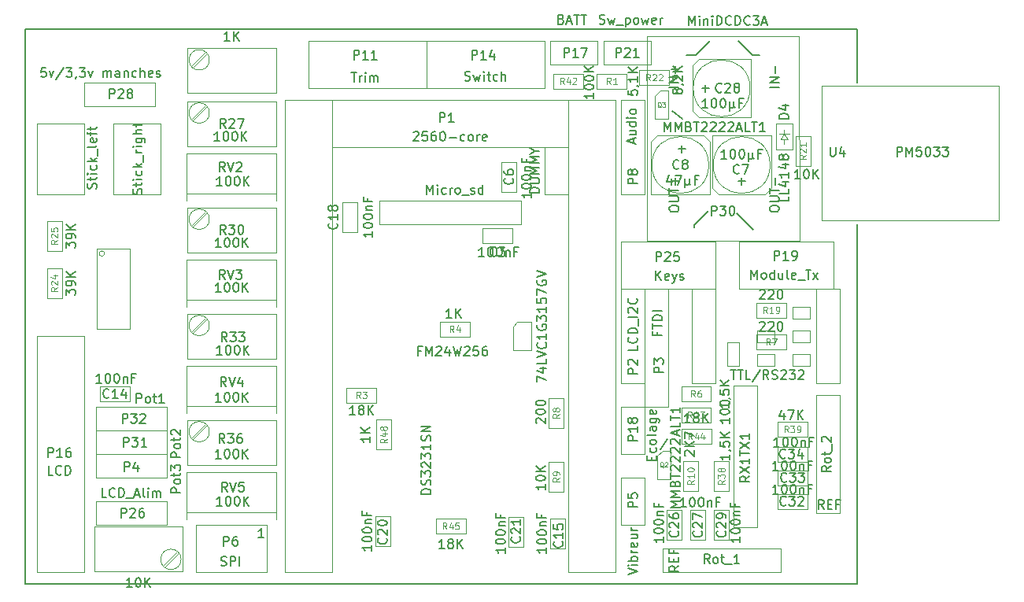
<source format=gbr>
G04 #@! TF.GenerationSoftware,KiCad,Pcbnew,(5.1.5)-3*
G04 #@! TF.CreationDate,2021-04-18T18:48:23+02:00*
G04 #@! TF.ProjectId,Mega_2560 core mini_full_2.2,4d656761-5f32-4353-9630-20636f726520,2.2*
G04 #@! TF.SameCoordinates,Original*
G04 #@! TF.FileFunction,Other,Fab,Top*
%FSLAX46Y46*%
G04 Gerber Fmt 4.6, Leading zero omitted, Abs format (unit mm)*
G04 Created by KiCad (PCBNEW (5.1.5)-3) date 2021-04-18 18:48:23*
%MOMM*%
%LPD*%
G04 APERTURE LIST*
%ADD10C,0.150000*%
%ADD11C,0.200000*%
%ADD12C,0.100000*%
%ADD13C,0.120000*%
%ADD14C,0.105000*%
%ADD15C,0.075000*%
G04 APERTURE END LIST*
D10*
X140177520Y-61879480D02*
X140177520Y-121569480D01*
X229712520Y-61879480D02*
X140177520Y-61879480D01*
X229712520Y-67594480D02*
X229712520Y-61879480D01*
X229712520Y-121569480D02*
X229712520Y-82834480D01*
X140177520Y-121569480D02*
X229712520Y-121569480D01*
X208503520Y-107091480D02*
X209265520Y-105948480D01*
X209773520Y-70642480D02*
X210916520Y-71531480D01*
D11*
X165863234Y-116560860D02*
X165291805Y-116560860D01*
X165577520Y-116560860D02*
X165577520Y-115560860D01*
X165482281Y-115703718D01*
X165387043Y-115798956D01*
X165291805Y-115846575D01*
D10*
X212186520Y-82961480D02*
X212186520Y-83215480D01*
X213710520Y-81437480D02*
X212186520Y-82961480D01*
X216758520Y-81691480D02*
X218536520Y-83469480D01*
X214020234Y-81889860D02*
X214020234Y-80889860D01*
X214401186Y-80889860D01*
X214496424Y-80937480D01*
X214544043Y-80985099D01*
X214591662Y-81080337D01*
X214591662Y-81223194D01*
X214544043Y-81318432D01*
X214496424Y-81366051D01*
X214401186Y-81413670D01*
X214020234Y-81413670D01*
X214924996Y-80889860D02*
X215544043Y-80889860D01*
X215210710Y-81270813D01*
X215353567Y-81270813D01*
X215448805Y-81318432D01*
X215496424Y-81366051D01*
X215544043Y-81461289D01*
X215544043Y-81699384D01*
X215496424Y-81794622D01*
X215448805Y-81842241D01*
X215353567Y-81889860D01*
X215067853Y-81889860D01*
X214972615Y-81842241D01*
X214924996Y-81794622D01*
X216163091Y-80889860D02*
X216258329Y-80889860D01*
X216353567Y-80937480D01*
X216401186Y-80985099D01*
X216448805Y-81080337D01*
X216496424Y-81270813D01*
X216496424Y-81508908D01*
X216448805Y-81699384D01*
X216401186Y-81794622D01*
X216353567Y-81842241D01*
X216258329Y-81889860D01*
X216163091Y-81889860D01*
X216067853Y-81842241D01*
X216020234Y-81794622D01*
X215972615Y-81699384D01*
X215924996Y-81508908D01*
X215924996Y-81270813D01*
X215972615Y-81080337D01*
X216020234Y-80985099D01*
X216067853Y-80937480D01*
X216163091Y-80889860D01*
X218409520Y-64673480D02*
X219171520Y-64673480D01*
X216885520Y-63149480D02*
X218409520Y-64673480D01*
X212313520Y-64673480D02*
X211297520Y-64673480D01*
X213837520Y-63149480D02*
X212313520Y-64673480D01*
D12*
X206852520Y-89819480D02*
X206852520Y-102519480D01*
X206852520Y-102519480D02*
X209392520Y-102519480D01*
X209392520Y-102519480D02*
X209392520Y-89819480D01*
X209392520Y-89819480D02*
X206852520Y-89819480D01*
X221838520Y-73686480D02*
X221838520Y-74186480D01*
X221438520Y-73686480D02*
X221838520Y-73086480D01*
X222238520Y-73686480D02*
X221438520Y-73686480D01*
X221838520Y-73086480D02*
X222238520Y-73686480D01*
X221838520Y-73086480D02*
X221288520Y-73086480D01*
X221838520Y-73086480D02*
X222388520Y-73086480D01*
X221838520Y-72686480D02*
X221838520Y-73086480D01*
X220938520Y-72036480D02*
X222738520Y-72036480D01*
X220938520Y-74836480D02*
X220938520Y-72036480D01*
X222738520Y-74836480D02*
X220938520Y-74836480D01*
X222738520Y-72036480D02*
X222738520Y-74836480D01*
X204312520Y-69499480D02*
X204312520Y-79659480D01*
X204312520Y-79659480D02*
X206852520Y-79659480D01*
X206852520Y-79659480D02*
X206852520Y-69499480D01*
X206852520Y-69499480D02*
X204312520Y-69499480D01*
X224327520Y-109339480D02*
X224327520Y-110939480D01*
X221127520Y-109339480D02*
X224327520Y-109339480D01*
X221127520Y-110939480D02*
X221127520Y-109339480D01*
X224327520Y-110939480D02*
X221127520Y-110939480D01*
X224327520Y-106799480D02*
X224327520Y-108399480D01*
X221127520Y-106799480D02*
X224327520Y-106799480D01*
X221127520Y-108399480D02*
X221127520Y-106799480D01*
X224327520Y-108399480D02*
X221127520Y-108399480D01*
X215907520Y-116819480D02*
X214307520Y-116819480D01*
X215907520Y-113619480D02*
X215907520Y-116819480D01*
X214307520Y-113619480D02*
X215907520Y-113619480D01*
X214307520Y-116819480D02*
X214307520Y-113619480D01*
X213367520Y-116819480D02*
X211767520Y-116819480D01*
X213367520Y-113619480D02*
X213367520Y-116819480D01*
X211767520Y-113619480D02*
X213367520Y-113619480D01*
X211767520Y-116819480D02*
X211767520Y-113619480D01*
X210827520Y-116819480D02*
X209227520Y-116819480D01*
X210827520Y-113619480D02*
X210827520Y-116819480D01*
X209227520Y-113619480D02*
X210827520Y-113619480D01*
X209227520Y-116819480D02*
X209227520Y-113619480D01*
X204312520Y-110139480D02*
X204312520Y-115219480D01*
X204312520Y-115219480D02*
X206852520Y-115219480D01*
X206852520Y-115219480D02*
X206852520Y-110139480D01*
X206852520Y-110139480D02*
X204312520Y-110139480D01*
X204312520Y-102519480D02*
X204312520Y-107599480D01*
X204312520Y-107599480D02*
X206852520Y-107599480D01*
X206852520Y-107599480D02*
X206852520Y-102519480D01*
X206852520Y-102519480D02*
X204312520Y-102519480D01*
X204312520Y-89819480D02*
X204312520Y-99979480D01*
X204312520Y-99979480D02*
X206852520Y-99979480D01*
X206852520Y-99979480D02*
X206852520Y-89819480D01*
X206852520Y-89819480D02*
X204312520Y-89819480D01*
X202407520Y-65689480D02*
X207487520Y-65689480D01*
X207487520Y-65689480D02*
X207487520Y-63149480D01*
X207487520Y-63149480D02*
X202407520Y-63149480D01*
X202407520Y-63149480D02*
X202407520Y-65689480D01*
X196692520Y-65689480D02*
X201772520Y-65689480D01*
X201772520Y-65689480D02*
X201772520Y-63149480D01*
X201772520Y-63149480D02*
X196692520Y-63149480D01*
X196692520Y-63149480D02*
X196692520Y-65689480D01*
X196654520Y-114508480D02*
X198254520Y-114508480D01*
X196654520Y-117708480D02*
X196654520Y-114508480D01*
X198254520Y-117708480D02*
X196654520Y-117708480D01*
X198254520Y-114508480D02*
X198254520Y-117708480D01*
X193809520Y-117581480D02*
X192209520Y-117581480D01*
X193809520Y-114381480D02*
X193809520Y-117581480D01*
X192209520Y-114381480D02*
X193809520Y-114381480D01*
X192209520Y-117581480D02*
X192209520Y-114381480D01*
X179458520Y-117454480D02*
X177858520Y-117454480D01*
X179458520Y-114254480D02*
X179458520Y-117454480D01*
X177858520Y-114254480D02*
X179458520Y-114254480D01*
X177858520Y-117454480D02*
X177858520Y-114254480D01*
X146527520Y-70134480D02*
X154147520Y-70134480D01*
X154147520Y-70134480D02*
X154147520Y-67594480D01*
X154147520Y-67594480D02*
X146527520Y-67594480D01*
X146527520Y-67594480D02*
X146527520Y-70134480D01*
X146527520Y-120299480D02*
X146527520Y-94899480D01*
X146527520Y-94899480D02*
X141447520Y-94899480D01*
X141447520Y-94899480D02*
X141447520Y-120299480D01*
X141447520Y-120299480D02*
X146527520Y-120299480D01*
X151429520Y-100322480D02*
X151429520Y-101922480D01*
X148229520Y-100322480D02*
X151429520Y-100322480D01*
X148229520Y-101922480D02*
X148229520Y-100322480D01*
X151429520Y-101922480D02*
X148229520Y-101922480D01*
X155417520Y-102519480D02*
X147797520Y-102519480D01*
X147797520Y-102519480D02*
X147797520Y-105059480D01*
X147797520Y-105059480D02*
X155417520Y-105059480D01*
X155417520Y-105059480D02*
X155417520Y-102519480D01*
X155417520Y-105059480D02*
X147797520Y-105059480D01*
X147797520Y-105059480D02*
X147797520Y-107599480D01*
X147797520Y-107599480D02*
X155417520Y-107599480D01*
X155417520Y-107599480D02*
X155417520Y-105059480D01*
X155417520Y-107599480D02*
X147797520Y-107599480D01*
X147797520Y-107599480D02*
X147797520Y-110139480D01*
X147797520Y-110139480D02*
X155417520Y-110139480D01*
X155417520Y-110139480D02*
X155417520Y-107599480D01*
X155417520Y-112679480D02*
X147797520Y-112679480D01*
X147797520Y-112679480D02*
X147797520Y-115219480D01*
X147797520Y-115219480D02*
X155417520Y-115219480D01*
X155417520Y-115219480D02*
X155417520Y-112679480D01*
X166212520Y-115219480D02*
X158592520Y-115219480D01*
X158592520Y-115219480D02*
X158592520Y-120299480D01*
X158592520Y-120299480D02*
X166212520Y-120299480D01*
X166212520Y-120299480D02*
X166212520Y-115219480D01*
D13*
X157576520Y-113822480D02*
X167228520Y-113822480D01*
X167228520Y-114584480D02*
X167228520Y-109504480D01*
X167228520Y-109504480D02*
X157576520Y-109504480D01*
X157576520Y-109504480D02*
X157576520Y-114584480D01*
D12*
X160002520Y-105179480D02*
G75*
G03X160002520Y-105179480I-1095000J0D01*
G01*
X167167520Y-108739480D02*
X167167520Y-103909480D01*
X167167520Y-103909480D02*
X157637520Y-103909480D01*
X157637520Y-103909480D02*
X157637520Y-108739480D01*
X157637520Y-108739480D02*
X167167520Y-108739480D01*
X158076520Y-105875480D02*
X159603520Y-104348480D01*
X158210520Y-106009480D02*
X159737520Y-104482480D01*
D13*
X157576520Y-102392480D02*
X167228520Y-102392480D01*
X167228520Y-103154480D02*
X167228520Y-98074480D01*
X167228520Y-98074480D02*
X157576520Y-98074480D01*
X157576520Y-98074480D02*
X157576520Y-103154480D01*
D12*
X160002520Y-93749480D02*
G75*
G03X160002520Y-93749480I-1095000J0D01*
G01*
X167167520Y-97309480D02*
X167167520Y-92479480D01*
X167167520Y-92479480D02*
X157637520Y-92479480D01*
X157637520Y-92479480D02*
X157637520Y-97309480D01*
X157637520Y-97309480D02*
X167167520Y-97309480D01*
X158076520Y-94445480D02*
X159603520Y-92918480D01*
X158210520Y-94579480D02*
X159737520Y-93052480D01*
D13*
X157576520Y-90962480D02*
X167228520Y-90962480D01*
X167228520Y-91724480D02*
X167228520Y-86644480D01*
X167228520Y-86644480D02*
X157576520Y-86644480D01*
X157576520Y-86644480D02*
X157576520Y-91724480D01*
D12*
X160002520Y-82319480D02*
G75*
G03X160002520Y-82319480I-1095000J0D01*
G01*
X167167520Y-85879480D02*
X167167520Y-81049480D01*
X167167520Y-81049480D02*
X157637520Y-81049480D01*
X157637520Y-81049480D02*
X157637520Y-85879480D01*
X157637520Y-85879480D02*
X167167520Y-85879480D01*
X158076520Y-83015480D02*
X159603520Y-81488480D01*
X158210520Y-83149480D02*
X159737520Y-81622480D01*
X160002520Y-70889480D02*
G75*
G03X160002520Y-70889480I-1095000J0D01*
G01*
X167167520Y-74449480D02*
X167167520Y-69619480D01*
X167167520Y-69619480D02*
X157637520Y-69619480D01*
X157637520Y-69619480D02*
X157637520Y-74449480D01*
X157637520Y-74449480D02*
X167167520Y-74449480D01*
X158076520Y-71585480D02*
X159603520Y-70058480D01*
X158210520Y-71719480D02*
X159737520Y-70192480D01*
D13*
X157576520Y-79532480D02*
X167228520Y-79532480D01*
X167228520Y-80294480D02*
X167228520Y-75214480D01*
X167228520Y-75214480D02*
X157576520Y-75214480D01*
X157576520Y-75214480D02*
X157576520Y-80294480D01*
D12*
X204312520Y-89819480D02*
X214472520Y-89819480D01*
X214472520Y-89819480D02*
X214472520Y-84739480D01*
X214472520Y-84739480D02*
X204312520Y-84739480D01*
X204312520Y-84739480D02*
X204312520Y-89819480D01*
X170657520Y-68229480D02*
X183357520Y-68229480D01*
X183357520Y-68229480D02*
X183357520Y-63149480D01*
X183357520Y-63149480D02*
X170657520Y-63149480D01*
X170657520Y-63149480D02*
X170657520Y-68229480D01*
X183357520Y-68229480D02*
X196057520Y-68229480D01*
X196057520Y-68229480D02*
X196057520Y-63149480D01*
X196057520Y-63149480D02*
X183357520Y-63149480D01*
X183357520Y-63149480D02*
X183357520Y-68229480D01*
X217012520Y-89819480D02*
X227172520Y-89819480D01*
X227172520Y-89819480D02*
X227172520Y-84739480D01*
X227172520Y-84739480D02*
X217012520Y-84739480D01*
X217012520Y-84739480D02*
X217012520Y-89819480D01*
X218166932Y-68229480D02*
G75*
G03X218166932Y-68229480I-3059412J0D01*
G01*
X218257520Y-71379480D02*
X218257520Y-65079480D01*
X212627520Y-71379480D02*
X218257520Y-71379480D01*
X211957520Y-70709480D02*
X212627520Y-71379480D01*
X211957520Y-65749480D02*
X211957520Y-70709480D01*
X212627520Y-65079480D02*
X211957520Y-65749480D01*
X218257520Y-65079480D02*
X212627520Y-65079480D01*
X193047520Y-79354480D02*
X191447520Y-79354480D01*
X193047520Y-76154480D02*
X193047520Y-79354480D01*
X191447520Y-76154480D02*
X193047520Y-76154480D01*
X191447520Y-79354480D02*
X191447520Y-76154480D01*
X220325932Y-76484480D02*
G75*
G03X220325932Y-76484480I-3059412J0D01*
G01*
X220416520Y-73334480D02*
X214116520Y-73334480D01*
X220416520Y-78964480D02*
X220416520Y-73334480D01*
X219746520Y-79634480D02*
X220416520Y-78964480D01*
X214786520Y-79634480D02*
X219746520Y-79634480D01*
X214116520Y-78964480D02*
X214786520Y-79634480D01*
X214116520Y-73334480D02*
X214116520Y-78964480D01*
X213721932Y-76484480D02*
G75*
G03X213721932Y-76484480I-3059412J0D01*
G01*
X207512520Y-79634480D02*
X213812520Y-79634480D01*
X207512520Y-74004480D02*
X207512520Y-79634480D01*
X208182520Y-73334480D02*
X207512520Y-74004480D01*
X213142520Y-73334480D02*
X208182520Y-73334480D01*
X213812520Y-74004480D02*
X213142520Y-73334480D01*
X213812520Y-79634480D02*
X213812520Y-74004480D01*
X224367020Y-111879480D02*
X224367020Y-113479480D01*
X221167020Y-111879480D02*
X224367020Y-111879480D01*
X221167020Y-113479480D02*
X221167020Y-111879480D01*
X224367020Y-113479480D02*
X221167020Y-113479480D01*
X212605520Y-108338480D02*
X212605520Y-111538480D01*
X212605520Y-111538480D02*
X211005520Y-111538480D01*
X211005520Y-111538480D02*
X211005520Y-108338480D01*
X211005520Y-108338480D02*
X212605520Y-108338480D01*
X215907520Y-111559480D02*
X214307520Y-111559480D01*
X215907520Y-108359480D02*
X215907520Y-111559480D01*
X214307520Y-108359480D02*
X215907520Y-108359480D01*
X214307520Y-111559480D02*
X214307520Y-108359480D01*
X216377520Y-100233480D02*
X216377520Y-115473480D01*
X216377520Y-115473480D02*
X218917520Y-115473480D01*
X218917520Y-115473480D02*
X218917520Y-100233480D01*
X218917520Y-100233480D02*
X216377520Y-100233480D01*
X178277520Y-80294480D02*
X178277520Y-82834480D01*
X193517520Y-80294480D02*
X178277520Y-80294480D01*
X193517520Y-82834480D02*
X193517520Y-80294480D01*
X178277520Y-82834480D02*
X193517520Y-82834480D01*
X213987520Y-106494480D02*
X210787520Y-106494480D01*
X210787520Y-106494480D02*
X210787520Y-104894480D01*
X210787520Y-104894480D02*
X213987520Y-104894480D01*
X213987520Y-104894480D02*
X213987520Y-106494480D01*
X184371520Y-116146480D02*
X184371520Y-114546480D01*
X187571520Y-116146480D02*
X184371520Y-116146480D01*
X187571520Y-114546480D02*
X187571520Y-116146480D01*
X184371520Y-114546480D02*
X187571520Y-114546480D01*
D13*
X173197520Y-74579480D02*
X173197520Y-69499480D01*
X198597520Y-74579480D02*
X198597520Y-69499480D01*
X168117520Y-120299480D02*
X173197520Y-120299480D01*
X173197520Y-120299480D02*
X173197520Y-74579480D01*
X173197520Y-74579480D02*
X198597520Y-74579480D01*
X198597520Y-74579480D02*
X198597520Y-120299480D01*
X198597520Y-120299480D02*
X203677520Y-120299480D01*
X203677520Y-69499480D02*
X168117520Y-69499480D01*
X168117520Y-69499480D02*
X168117520Y-120299480D01*
X203677520Y-120299480D02*
X203677520Y-69499480D01*
X207060520Y-62649480D02*
X207081520Y-84650480D01*
X207081520Y-84650480D02*
X223459520Y-84676480D01*
X223459520Y-84676480D02*
X223431520Y-62659480D01*
X223431520Y-62659480D02*
X207055520Y-62654480D01*
D12*
X208184520Y-110262480D02*
X209584520Y-110262480D01*
X209584520Y-107222480D02*
X209584520Y-110262480D01*
X208184520Y-107792480D02*
X208734520Y-107222480D01*
X208734520Y-107222480D02*
X209584520Y-107222480D01*
X208184520Y-107792480D02*
X208184520Y-110242480D01*
X207930520Y-69057480D02*
X207930520Y-71507480D01*
X208480520Y-68487480D02*
X209330520Y-68487480D01*
X207930520Y-69057480D02*
X208480520Y-68487480D01*
X209330520Y-68487480D02*
X209330520Y-71527480D01*
X207930520Y-71527480D02*
X209330520Y-71527480D01*
X201696520Y-66667480D02*
X204896520Y-66667480D01*
X204896520Y-66667480D02*
X204896520Y-68267480D01*
X204896520Y-68267480D02*
X201696520Y-68267480D01*
X201696520Y-68267480D02*
X201696520Y-66667480D01*
X177972520Y-102049480D02*
X174772520Y-102049480D01*
X174772520Y-102049480D02*
X174772520Y-100449480D01*
X174772520Y-100449480D02*
X177972520Y-100449480D01*
X177972520Y-100449480D02*
X177972520Y-102049480D01*
X188005520Y-93337480D02*
X188005520Y-94937480D01*
X184805520Y-93337480D02*
X188005520Y-93337480D01*
X184805520Y-94937480D02*
X184805520Y-93337480D01*
X188005520Y-94937480D02*
X184805520Y-94937480D01*
X210766520Y-101922480D02*
X210766520Y-100322480D01*
X213966520Y-101922480D02*
X210766520Y-101922480D01*
X213966520Y-100322480D02*
X213966520Y-101922480D01*
X210766520Y-100322480D02*
X213966520Y-100322480D01*
X222041520Y-94734480D02*
X222041520Y-96334480D01*
X218841520Y-94734480D02*
X222041520Y-94734480D01*
X218841520Y-96334480D02*
X218841520Y-94734480D01*
X222041520Y-96334480D02*
X218841520Y-96334480D01*
X196527520Y-104754480D02*
X196527520Y-101554480D01*
X196527520Y-101554480D02*
X198127520Y-101554480D01*
X198127520Y-101554480D02*
X198127520Y-104754480D01*
X198127520Y-104754480D02*
X196527520Y-104754480D01*
X196527520Y-111612480D02*
X196527520Y-108412480D01*
X196527520Y-108412480D02*
X198127520Y-108412480D01*
X198127520Y-108412480D02*
X198127520Y-111612480D01*
X198127520Y-111612480D02*
X196527520Y-111612480D01*
X222041520Y-92905480D02*
X218841520Y-92905480D01*
X218841520Y-92905480D02*
X218841520Y-91305480D01*
X218841520Y-91305480D02*
X222041520Y-91305480D01*
X222041520Y-91305480D02*
X222041520Y-92905480D01*
X223070520Y-73360480D02*
X224670520Y-73360480D01*
X223070520Y-76560480D02*
X223070520Y-73360480D01*
X224670520Y-76560480D02*
X223070520Y-76560480D01*
X224670520Y-73360480D02*
X224670520Y-76560480D01*
X206268520Y-66286480D02*
X209468520Y-66286480D01*
X209468520Y-66286480D02*
X209468520Y-67886480D01*
X209468520Y-67886480D02*
X206268520Y-67886480D01*
X206268520Y-67886480D02*
X206268520Y-66286480D01*
X142552520Y-90784480D02*
X142552520Y-87584480D01*
X142552520Y-87584480D02*
X144152520Y-87584480D01*
X144152520Y-87584480D02*
X144152520Y-90784480D01*
X144152520Y-90784480D02*
X142552520Y-90784480D01*
X142552520Y-85704480D02*
X142552520Y-82504480D01*
X142552520Y-82504480D02*
X144152520Y-82504480D01*
X144152520Y-82504480D02*
X144152520Y-85704480D01*
X144152520Y-85704480D02*
X142552520Y-85704480D01*
X221127520Y-104132480D02*
X224327520Y-104132480D01*
X224327520Y-104132480D02*
X224327520Y-105732480D01*
X224327520Y-105732480D02*
X221127520Y-105732480D01*
X221127520Y-105732480D02*
X221127520Y-104132480D01*
X196997520Y-68267480D02*
X196997520Y-66667480D01*
X200197520Y-68267480D02*
X196997520Y-68267480D01*
X200197520Y-66667480D02*
X200197520Y-68267480D01*
X196997520Y-66667480D02*
X200197520Y-66667480D01*
D13*
X192644520Y-96399480D02*
X194644520Y-96399480D01*
X194644520Y-96399480D02*
X194644520Y-93399480D01*
X194644520Y-93399480D02*
X193144520Y-93399480D01*
X193144520Y-93399480D02*
X192644520Y-93899480D01*
X192644520Y-93899480D02*
X192644520Y-96399480D01*
X225902520Y-82453480D02*
X225902520Y-67975480D01*
X244952520Y-82453480D02*
X244952520Y-67975480D01*
X244952520Y-67975480D02*
X225902520Y-67975480D01*
X225902520Y-82453480D02*
X244952520Y-82453480D01*
X148716501Y-86009480D02*
G75*
G03X148716501Y-86009480I-283981J0D01*
G01*
X147924520Y-85501480D02*
X147924520Y-94137480D01*
X147924520Y-94137480D02*
X151480520Y-94137480D01*
X151480520Y-94137480D02*
X151480520Y-85501480D01*
X151480520Y-85501480D02*
X147924520Y-85501480D01*
X217012520Y-98074480D02*
X217012520Y-95534480D01*
X217012520Y-95534480D02*
X215742520Y-95534480D01*
X215742520Y-95534480D02*
X215742520Y-98074480D01*
X215742520Y-98074480D02*
X217012520Y-98074480D01*
X220822520Y-95534480D02*
X218917520Y-95534480D01*
X218917520Y-95534480D02*
X218917520Y-94264480D01*
X218917520Y-94264480D02*
X220822520Y-94264480D01*
X220822520Y-94264480D02*
X220822520Y-95534480D01*
X220822520Y-96804480D02*
X220822520Y-98074480D01*
X220822520Y-98074480D02*
X218917520Y-98074480D01*
X218917520Y-98074480D02*
X218917520Y-96804480D01*
X218917520Y-96804480D02*
X220822520Y-96804480D01*
X224632520Y-92994480D02*
X222727520Y-92994480D01*
X222727520Y-92994480D02*
X222727520Y-91724480D01*
X222727520Y-91724480D02*
X224632520Y-91724480D01*
X224632520Y-91724480D02*
X224632520Y-92994480D01*
X224632520Y-95534480D02*
X224632520Y-94264480D01*
X224632520Y-94264480D02*
X222727520Y-94264480D01*
X222727520Y-94264480D02*
X222727520Y-95534480D01*
X222727520Y-95534480D02*
X224632520Y-95534480D01*
X224632520Y-96804480D02*
X224632520Y-98074480D01*
X224632520Y-98074480D02*
X222727520Y-98074480D01*
X224632520Y-96804480D02*
X222727520Y-96804480D01*
X222727520Y-96804480D02*
X222727520Y-98074480D01*
D12*
X225267520Y-99992180D02*
X227807520Y-99992180D01*
X225267520Y-89832180D02*
X225267520Y-99992180D01*
X225267520Y-89832180D02*
X227807520Y-89832180D01*
X214472520Y-99992180D02*
X211932520Y-99992180D01*
X227807520Y-89832180D02*
X227807520Y-99992180D01*
X211932520Y-89832180D02*
X214472520Y-89832180D01*
X211932520Y-99992180D02*
X211932520Y-89832180D01*
X211932520Y-99992180D02*
X211932520Y-89832180D01*
X211932520Y-89832180D02*
X214472520Y-89832180D01*
X214472520Y-89832180D02*
X214472520Y-99992180D01*
X214472520Y-99992180D02*
X211932520Y-99992180D01*
X210766520Y-104208480D02*
X210766520Y-102608480D01*
X213966520Y-104208480D02*
X210766520Y-104208480D01*
X213966520Y-102608480D02*
X213966520Y-104208480D01*
X210766520Y-102608480D02*
X213966520Y-102608480D01*
X141447520Y-72039480D02*
X141447520Y-79659480D01*
X141447520Y-79659480D02*
X146527520Y-79659480D01*
X146527520Y-79659480D02*
X146527520Y-72039480D01*
X146527520Y-72039480D02*
X141447520Y-72039480D01*
X149702520Y-72039480D02*
X149702520Y-79659480D01*
X149702520Y-79659480D02*
X154782520Y-79659480D01*
X154782520Y-79659480D02*
X154782520Y-72039480D01*
X154782520Y-72039480D02*
X149702520Y-72039480D01*
X160002520Y-65174480D02*
G75*
G03X160002520Y-65174480I-1095000J0D01*
G01*
X167167520Y-68734480D02*
X167167520Y-63904480D01*
X167167520Y-63904480D02*
X157637520Y-63904480D01*
X157637520Y-63904480D02*
X157637520Y-68734480D01*
X157637520Y-68734480D02*
X167167520Y-68734480D01*
X158076520Y-65870480D02*
X159603520Y-64343480D01*
X158210520Y-66004480D02*
X159737520Y-64477480D01*
X156959520Y-118909480D02*
G75*
G03X156959520Y-118909480I-1095000J0D01*
G01*
X147604520Y-115349480D02*
X147604520Y-120179480D01*
X147604520Y-120179480D02*
X157134520Y-120179480D01*
X157134520Y-120179480D02*
X157134520Y-115349480D01*
X157134520Y-115349480D02*
X147604520Y-115349480D01*
X156695520Y-118213480D02*
X155168520Y-119740480D01*
X156561520Y-118079480D02*
X155034520Y-119606480D01*
X208757520Y-117759480D02*
X208757520Y-120299480D01*
X221457520Y-117759480D02*
X208757520Y-117759480D01*
X221457520Y-120299480D02*
X221457520Y-117759480D01*
X208757520Y-120299480D02*
X221457520Y-120299480D01*
X227807520Y-113949480D02*
X227807520Y-101249480D01*
X227807520Y-101249480D02*
X225267520Y-101249480D01*
X225267520Y-101249480D02*
X225267520Y-113949480D01*
X225267520Y-113949480D02*
X227807520Y-113949480D01*
X196057520Y-74579480D02*
X196057520Y-79659480D01*
X196057520Y-79659480D02*
X198597520Y-79659480D01*
X198597520Y-79659480D02*
X198597520Y-74579480D01*
X198597520Y-74579480D02*
X196057520Y-74579480D01*
X177985520Y-103893480D02*
X179585520Y-103893480D01*
X177985520Y-107093480D02*
X177985520Y-103893480D01*
X179585520Y-107093480D02*
X177985520Y-107093480D01*
X179585520Y-103893480D02*
X179585520Y-107093480D01*
X192577520Y-84904480D02*
X189377520Y-84904480D01*
X189377520Y-84904480D02*
X189377520Y-83304480D01*
X189377520Y-83304480D02*
X192577520Y-83304480D01*
X192577520Y-83304480D02*
X192577520Y-84904480D01*
X175902520Y-83696480D02*
X174302520Y-83696480D01*
X175902520Y-80496480D02*
X175902520Y-83696480D01*
X174302520Y-80496480D02*
X175902520Y-80496480D01*
X174302520Y-83696480D02*
X174302520Y-80496480D01*
D10*
X208178091Y-94478670D02*
X208178091Y-94812003D01*
X208701900Y-94812003D02*
X207701900Y-94812003D01*
X207701900Y-94335813D01*
X207701900Y-94097718D02*
X207701900Y-93526289D01*
X208701900Y-93812003D02*
X207701900Y-93812003D01*
X208701900Y-93192956D02*
X207701900Y-93192956D01*
X207701900Y-92954860D01*
X207749520Y-92812003D01*
X207844758Y-92716765D01*
X207939996Y-92669146D01*
X208130472Y-92621527D01*
X208273329Y-92621527D01*
X208463805Y-92669146D01*
X208559043Y-92716765D01*
X208654281Y-92812003D01*
X208701900Y-92954860D01*
X208701900Y-93192956D01*
X208701900Y-92192956D02*
X207701900Y-92192956D01*
X208828900Y-98812575D02*
X207828900Y-98812575D01*
X207828900Y-98431622D01*
X207876520Y-98336384D01*
X207924139Y-98288765D01*
X208019377Y-98241146D01*
X208162234Y-98241146D01*
X208257472Y-98288765D01*
X208305091Y-98336384D01*
X208352710Y-98431622D01*
X208352710Y-98812575D01*
X207828900Y-97907813D02*
X207828900Y-97288765D01*
X208209853Y-97622099D01*
X208209853Y-97479241D01*
X208257472Y-97384003D01*
X208305091Y-97336384D01*
X208400329Y-97288765D01*
X208638424Y-97288765D01*
X208733662Y-97336384D01*
X208781281Y-97384003D01*
X208828900Y-97479241D01*
X208828900Y-97764956D01*
X208781281Y-97860194D01*
X208733662Y-97907813D01*
X222290900Y-79881480D02*
X222290900Y-80357670D01*
X221290900Y-80357670D01*
X222290900Y-79071956D02*
X222290900Y-79548146D01*
X221290900Y-79548146D01*
X221624234Y-78310051D02*
X222290900Y-78310051D01*
X221243281Y-78548146D02*
X221957567Y-78786241D01*
X221957567Y-78167194D01*
X222290900Y-77262432D02*
X222290900Y-77833860D01*
X222290900Y-77548146D02*
X221290900Y-77548146D01*
X221433758Y-77643384D01*
X221528996Y-77738622D01*
X221576615Y-77833860D01*
X221624234Y-76405289D02*
X222290900Y-76405289D01*
X221243281Y-76643384D02*
X221957567Y-76881480D01*
X221957567Y-76262432D01*
X221719472Y-75738622D02*
X221671853Y-75833860D01*
X221624234Y-75881480D01*
X221528996Y-75929099D01*
X221481377Y-75929099D01*
X221386139Y-75881480D01*
X221338520Y-75833860D01*
X221290900Y-75738622D01*
X221290900Y-75548146D01*
X221338520Y-75452908D01*
X221386139Y-75405289D01*
X221481377Y-75357670D01*
X221528996Y-75357670D01*
X221624234Y-75405289D01*
X221671853Y-75452908D01*
X221719472Y-75548146D01*
X221719472Y-75738622D01*
X221767091Y-75833860D01*
X221814710Y-75881480D01*
X221909948Y-75929099D01*
X222100424Y-75929099D01*
X222195662Y-75881480D01*
X222243281Y-75833860D01*
X222290900Y-75738622D01*
X222290900Y-75548146D01*
X222243281Y-75452908D01*
X222195662Y-75405289D01*
X222100424Y-75357670D01*
X221909948Y-75357670D01*
X221814710Y-75405289D01*
X221767091Y-75452908D01*
X221719472Y-75548146D01*
X222290900Y-71507575D02*
X221290900Y-71507575D01*
X221290900Y-71269480D01*
X221338520Y-71126622D01*
X221433758Y-71031384D01*
X221528996Y-70983765D01*
X221719472Y-70936146D01*
X221862329Y-70936146D01*
X222052805Y-70983765D01*
X222148043Y-71031384D01*
X222243281Y-71126622D01*
X222290900Y-71269480D01*
X222290900Y-71507575D01*
X221624234Y-70079003D02*
X222290900Y-70079003D01*
X221243281Y-70317099D02*
X221957567Y-70555194D01*
X221957567Y-69936146D01*
X205622186Y-74126813D02*
X205622186Y-73650622D01*
X205907900Y-74222051D02*
X204907900Y-73888718D01*
X205907900Y-73555384D01*
X205241234Y-72793480D02*
X205907900Y-72793480D01*
X205241234Y-73222051D02*
X205765043Y-73222051D01*
X205860281Y-73174432D01*
X205907900Y-73079194D01*
X205907900Y-72936337D01*
X205860281Y-72841099D01*
X205812662Y-72793480D01*
X205907900Y-71888718D02*
X204907900Y-71888718D01*
X205860281Y-71888718D02*
X205907900Y-71983956D01*
X205907900Y-72174432D01*
X205860281Y-72269670D01*
X205812662Y-72317289D01*
X205717424Y-72364908D01*
X205431710Y-72364908D01*
X205336472Y-72317289D01*
X205288853Y-72269670D01*
X205241234Y-72174432D01*
X205241234Y-71983956D01*
X205288853Y-71888718D01*
X205907900Y-71412527D02*
X205241234Y-71412527D01*
X204907900Y-71412527D02*
X204955520Y-71460146D01*
X205003139Y-71412527D01*
X204955520Y-71364908D01*
X204907900Y-71412527D01*
X205003139Y-71412527D01*
X205907900Y-70793480D02*
X205860281Y-70888718D01*
X205812662Y-70936337D01*
X205717424Y-70983956D01*
X205431710Y-70983956D01*
X205336472Y-70936337D01*
X205288853Y-70888718D01*
X205241234Y-70793480D01*
X205241234Y-70650622D01*
X205288853Y-70555384D01*
X205336472Y-70507765D01*
X205431710Y-70460146D01*
X205717424Y-70460146D01*
X205812662Y-70507765D01*
X205860281Y-70555384D01*
X205907900Y-70650622D01*
X205907900Y-70793480D01*
X206034900Y-78492575D02*
X205034900Y-78492575D01*
X205034900Y-78111622D01*
X205082520Y-78016384D01*
X205130139Y-77968765D01*
X205225377Y-77921146D01*
X205368234Y-77921146D01*
X205463472Y-77968765D01*
X205511091Y-78016384D01*
X205558710Y-78111622D01*
X205558710Y-78492575D01*
X205463472Y-77349718D02*
X205415853Y-77444956D01*
X205368234Y-77492575D01*
X205272996Y-77540194D01*
X205225377Y-77540194D01*
X205130139Y-77492575D01*
X205082520Y-77444956D01*
X205034900Y-77349718D01*
X205034900Y-77159241D01*
X205082520Y-77064003D01*
X205130139Y-77016384D01*
X205225377Y-76968765D01*
X205272996Y-76968765D01*
X205368234Y-77016384D01*
X205415853Y-77064003D01*
X205463472Y-77159241D01*
X205463472Y-77349718D01*
X205511091Y-77444956D01*
X205558710Y-77492575D01*
X205653948Y-77540194D01*
X205844424Y-77540194D01*
X205939662Y-77492575D01*
X205987281Y-77444956D01*
X206034900Y-77349718D01*
X206034900Y-77159241D01*
X205987281Y-77064003D01*
X205939662Y-77016384D01*
X205844424Y-76968765D01*
X205653948Y-76968765D01*
X205558710Y-77016384D01*
X205511091Y-77064003D01*
X205463472Y-77159241D01*
X221179900Y-109321860D02*
X220608472Y-109321860D01*
X220894186Y-109321860D02*
X220894186Y-108321860D01*
X220798948Y-108464718D01*
X220703710Y-108559956D01*
X220608472Y-108607575D01*
X221798948Y-108321860D02*
X221894186Y-108321860D01*
X221989424Y-108369480D01*
X222037043Y-108417099D01*
X222084662Y-108512337D01*
X222132281Y-108702813D01*
X222132281Y-108940908D01*
X222084662Y-109131384D01*
X222037043Y-109226622D01*
X221989424Y-109274241D01*
X221894186Y-109321860D01*
X221798948Y-109321860D01*
X221703710Y-109274241D01*
X221656091Y-109226622D01*
X221608472Y-109131384D01*
X221560853Y-108940908D01*
X221560853Y-108702813D01*
X221608472Y-108512337D01*
X221656091Y-108417099D01*
X221703710Y-108369480D01*
X221798948Y-108321860D01*
X222751329Y-108321860D02*
X222846567Y-108321860D01*
X222941805Y-108369480D01*
X222989424Y-108417099D01*
X223037043Y-108512337D01*
X223084662Y-108702813D01*
X223084662Y-108940908D01*
X223037043Y-109131384D01*
X222989424Y-109226622D01*
X222941805Y-109274241D01*
X222846567Y-109321860D01*
X222751329Y-109321860D01*
X222656091Y-109274241D01*
X222608472Y-109226622D01*
X222560853Y-109131384D01*
X222513234Y-108940908D01*
X222513234Y-108702813D01*
X222560853Y-108512337D01*
X222608472Y-108417099D01*
X222656091Y-108369480D01*
X222751329Y-108321860D01*
X223513234Y-108655194D02*
X223513234Y-109321860D01*
X223513234Y-108750432D02*
X223560853Y-108702813D01*
X223656091Y-108655194D01*
X223798948Y-108655194D01*
X223894186Y-108702813D01*
X223941805Y-108798051D01*
X223941805Y-109321860D01*
X224751329Y-108798051D02*
X224417996Y-108798051D01*
X224417996Y-109321860D02*
X224417996Y-108321860D01*
X224894186Y-108321860D01*
X222084662Y-110496622D02*
X222037043Y-110544241D01*
X221894186Y-110591860D01*
X221798948Y-110591860D01*
X221656091Y-110544241D01*
X221560853Y-110449003D01*
X221513234Y-110353765D01*
X221465615Y-110163289D01*
X221465615Y-110020432D01*
X221513234Y-109829956D01*
X221560853Y-109734718D01*
X221656091Y-109639480D01*
X221798948Y-109591860D01*
X221894186Y-109591860D01*
X222037043Y-109639480D01*
X222084662Y-109687099D01*
X222417996Y-109591860D02*
X223037043Y-109591860D01*
X222703710Y-109972813D01*
X222846567Y-109972813D01*
X222941805Y-110020432D01*
X222989424Y-110068051D01*
X223037043Y-110163289D01*
X223037043Y-110401384D01*
X222989424Y-110496622D01*
X222941805Y-110544241D01*
X222846567Y-110591860D01*
X222560853Y-110591860D01*
X222465615Y-110544241D01*
X222417996Y-110496622D01*
X223370377Y-109591860D02*
X223989424Y-109591860D01*
X223656091Y-109972813D01*
X223798948Y-109972813D01*
X223894186Y-110020432D01*
X223941805Y-110068051D01*
X223989424Y-110163289D01*
X223989424Y-110401384D01*
X223941805Y-110496622D01*
X223894186Y-110544241D01*
X223798948Y-110591860D01*
X223513234Y-110591860D01*
X223417996Y-110544241D01*
X223370377Y-110496622D01*
X221306900Y-106781860D02*
X220735472Y-106781860D01*
X221021186Y-106781860D02*
X221021186Y-105781860D01*
X220925948Y-105924718D01*
X220830710Y-106019956D01*
X220735472Y-106067575D01*
X221925948Y-105781860D02*
X222021186Y-105781860D01*
X222116424Y-105829480D01*
X222164043Y-105877099D01*
X222211662Y-105972337D01*
X222259281Y-106162813D01*
X222259281Y-106400908D01*
X222211662Y-106591384D01*
X222164043Y-106686622D01*
X222116424Y-106734241D01*
X222021186Y-106781860D01*
X221925948Y-106781860D01*
X221830710Y-106734241D01*
X221783091Y-106686622D01*
X221735472Y-106591384D01*
X221687853Y-106400908D01*
X221687853Y-106162813D01*
X221735472Y-105972337D01*
X221783091Y-105877099D01*
X221830710Y-105829480D01*
X221925948Y-105781860D01*
X222878329Y-105781860D02*
X222973567Y-105781860D01*
X223068805Y-105829480D01*
X223116424Y-105877099D01*
X223164043Y-105972337D01*
X223211662Y-106162813D01*
X223211662Y-106400908D01*
X223164043Y-106591384D01*
X223116424Y-106686622D01*
X223068805Y-106734241D01*
X222973567Y-106781860D01*
X222878329Y-106781860D01*
X222783091Y-106734241D01*
X222735472Y-106686622D01*
X222687853Y-106591384D01*
X222640234Y-106400908D01*
X222640234Y-106162813D01*
X222687853Y-105972337D01*
X222735472Y-105877099D01*
X222783091Y-105829480D01*
X222878329Y-105781860D01*
X223640234Y-106115194D02*
X223640234Y-106781860D01*
X223640234Y-106210432D02*
X223687853Y-106162813D01*
X223783091Y-106115194D01*
X223925948Y-106115194D01*
X224021186Y-106162813D01*
X224068805Y-106258051D01*
X224068805Y-106781860D01*
X224878329Y-106258051D02*
X224544996Y-106258051D01*
X224544996Y-106781860D02*
X224544996Y-105781860D01*
X225021186Y-105781860D01*
X221957662Y-107956622D02*
X221910043Y-108004241D01*
X221767186Y-108051860D01*
X221671948Y-108051860D01*
X221529091Y-108004241D01*
X221433853Y-107909003D01*
X221386234Y-107813765D01*
X221338615Y-107623289D01*
X221338615Y-107480432D01*
X221386234Y-107289956D01*
X221433853Y-107194718D01*
X221529091Y-107099480D01*
X221671948Y-107051860D01*
X221767186Y-107051860D01*
X221910043Y-107099480D01*
X221957662Y-107147099D01*
X222290996Y-107051860D02*
X222910043Y-107051860D01*
X222576710Y-107432813D01*
X222719567Y-107432813D01*
X222814805Y-107480432D01*
X222862424Y-107528051D01*
X222910043Y-107623289D01*
X222910043Y-107861384D01*
X222862424Y-107956622D01*
X222814805Y-108004241D01*
X222719567Y-108051860D01*
X222433853Y-108051860D01*
X222338615Y-108004241D01*
X222290996Y-107956622D01*
X223767186Y-107385194D02*
X223767186Y-108051860D01*
X223529091Y-107004241D02*
X223290996Y-107718527D01*
X223910043Y-107718527D01*
X217083900Y-116513099D02*
X217083900Y-117084527D01*
X217083900Y-116798813D02*
X216083900Y-116798813D01*
X216226758Y-116894051D01*
X216321996Y-116989289D01*
X216369615Y-117084527D01*
X216083900Y-115894051D02*
X216083900Y-115798813D01*
X216131520Y-115703575D01*
X216179139Y-115655956D01*
X216274377Y-115608337D01*
X216464853Y-115560718D01*
X216702948Y-115560718D01*
X216893424Y-115608337D01*
X216988662Y-115655956D01*
X217036281Y-115703575D01*
X217083900Y-115798813D01*
X217083900Y-115894051D01*
X217036281Y-115989289D01*
X216988662Y-116036908D01*
X216893424Y-116084527D01*
X216702948Y-116132146D01*
X216464853Y-116132146D01*
X216274377Y-116084527D01*
X216179139Y-116036908D01*
X216131520Y-115989289D01*
X216083900Y-115894051D01*
X216083900Y-114941670D02*
X216083900Y-114846432D01*
X216131520Y-114751194D01*
X216179139Y-114703575D01*
X216274377Y-114655956D01*
X216464853Y-114608337D01*
X216702948Y-114608337D01*
X216893424Y-114655956D01*
X216988662Y-114703575D01*
X217036281Y-114751194D01*
X217083900Y-114846432D01*
X217083900Y-114941670D01*
X217036281Y-115036908D01*
X216988662Y-115084527D01*
X216893424Y-115132146D01*
X216702948Y-115179765D01*
X216464853Y-115179765D01*
X216274377Y-115132146D01*
X216179139Y-115084527D01*
X216131520Y-115036908D01*
X216083900Y-114941670D01*
X216417234Y-114179765D02*
X217083900Y-114179765D01*
X216512472Y-114179765D02*
X216464853Y-114132146D01*
X216417234Y-114036908D01*
X216417234Y-113894051D01*
X216464853Y-113798813D01*
X216560091Y-113751194D01*
X217083900Y-113751194D01*
X216560091Y-112941670D02*
X216560091Y-113275003D01*
X217083900Y-113275003D02*
X216083900Y-113275003D01*
X216083900Y-112798813D01*
X215464662Y-115862337D02*
X215512281Y-115909956D01*
X215559900Y-116052813D01*
X215559900Y-116148051D01*
X215512281Y-116290908D01*
X215417043Y-116386146D01*
X215321805Y-116433765D01*
X215131329Y-116481384D01*
X214988472Y-116481384D01*
X214797996Y-116433765D01*
X214702758Y-116386146D01*
X214607520Y-116290908D01*
X214559900Y-116148051D01*
X214559900Y-116052813D01*
X214607520Y-115909956D01*
X214655139Y-115862337D01*
X214655139Y-115481384D02*
X214607520Y-115433765D01*
X214559900Y-115338527D01*
X214559900Y-115100432D01*
X214607520Y-115005194D01*
X214655139Y-114957575D01*
X214750377Y-114909956D01*
X214845615Y-114909956D01*
X214988472Y-114957575D01*
X215559900Y-115529003D01*
X215559900Y-114909956D01*
X215559900Y-114433765D02*
X215559900Y-114243289D01*
X215512281Y-114148051D01*
X215464662Y-114100432D01*
X215321805Y-114005194D01*
X215131329Y-113957575D01*
X214750377Y-113957575D01*
X214655139Y-114005194D01*
X214607520Y-114052813D01*
X214559900Y-114148051D01*
X214559900Y-114338527D01*
X214607520Y-114433765D01*
X214655139Y-114481384D01*
X214750377Y-114529003D01*
X214988472Y-114529003D01*
X215083710Y-114481384D01*
X215131329Y-114433765D01*
X215178948Y-114338527D01*
X215178948Y-114148051D01*
X215131329Y-114052813D01*
X215083710Y-114005194D01*
X214988472Y-113957575D01*
X211273900Y-113258860D02*
X210702472Y-113258860D01*
X210988186Y-113258860D02*
X210988186Y-112258860D01*
X210892948Y-112401718D01*
X210797710Y-112496956D01*
X210702472Y-112544575D01*
X211892948Y-112258860D02*
X211988186Y-112258860D01*
X212083424Y-112306480D01*
X212131043Y-112354099D01*
X212178662Y-112449337D01*
X212226281Y-112639813D01*
X212226281Y-112877908D01*
X212178662Y-113068384D01*
X212131043Y-113163622D01*
X212083424Y-113211241D01*
X211988186Y-113258860D01*
X211892948Y-113258860D01*
X211797710Y-113211241D01*
X211750091Y-113163622D01*
X211702472Y-113068384D01*
X211654853Y-112877908D01*
X211654853Y-112639813D01*
X211702472Y-112449337D01*
X211750091Y-112354099D01*
X211797710Y-112306480D01*
X211892948Y-112258860D01*
X212845329Y-112258860D02*
X212940567Y-112258860D01*
X213035805Y-112306480D01*
X213083424Y-112354099D01*
X213131043Y-112449337D01*
X213178662Y-112639813D01*
X213178662Y-112877908D01*
X213131043Y-113068384D01*
X213083424Y-113163622D01*
X213035805Y-113211241D01*
X212940567Y-113258860D01*
X212845329Y-113258860D01*
X212750091Y-113211241D01*
X212702472Y-113163622D01*
X212654853Y-113068384D01*
X212607234Y-112877908D01*
X212607234Y-112639813D01*
X212654853Y-112449337D01*
X212702472Y-112354099D01*
X212750091Y-112306480D01*
X212845329Y-112258860D01*
X213607234Y-112592194D02*
X213607234Y-113258860D01*
X213607234Y-112687432D02*
X213654853Y-112639813D01*
X213750091Y-112592194D01*
X213892948Y-112592194D01*
X213988186Y-112639813D01*
X214035805Y-112735051D01*
X214035805Y-113258860D01*
X214845329Y-112735051D02*
X214511996Y-112735051D01*
X214511996Y-113258860D02*
X214511996Y-112258860D01*
X214988186Y-112258860D01*
X212924662Y-115862337D02*
X212972281Y-115909956D01*
X213019900Y-116052813D01*
X213019900Y-116148051D01*
X212972281Y-116290908D01*
X212877043Y-116386146D01*
X212781805Y-116433765D01*
X212591329Y-116481384D01*
X212448472Y-116481384D01*
X212257996Y-116433765D01*
X212162758Y-116386146D01*
X212067520Y-116290908D01*
X212019900Y-116148051D01*
X212019900Y-116052813D01*
X212067520Y-115909956D01*
X212115139Y-115862337D01*
X212115139Y-115481384D02*
X212067520Y-115433765D01*
X212019900Y-115338527D01*
X212019900Y-115100432D01*
X212067520Y-115005194D01*
X212115139Y-114957575D01*
X212210377Y-114909956D01*
X212305615Y-114909956D01*
X212448472Y-114957575D01*
X213019900Y-115529003D01*
X213019900Y-114909956D01*
X212019900Y-114576622D02*
X212019900Y-113909956D01*
X213019900Y-114338527D01*
X208828900Y-116513099D02*
X208828900Y-117084527D01*
X208828900Y-116798813D02*
X207828900Y-116798813D01*
X207971758Y-116894051D01*
X208066996Y-116989289D01*
X208114615Y-117084527D01*
X207828900Y-115894051D02*
X207828900Y-115798813D01*
X207876520Y-115703575D01*
X207924139Y-115655956D01*
X208019377Y-115608337D01*
X208209853Y-115560718D01*
X208447948Y-115560718D01*
X208638424Y-115608337D01*
X208733662Y-115655956D01*
X208781281Y-115703575D01*
X208828900Y-115798813D01*
X208828900Y-115894051D01*
X208781281Y-115989289D01*
X208733662Y-116036908D01*
X208638424Y-116084527D01*
X208447948Y-116132146D01*
X208209853Y-116132146D01*
X208019377Y-116084527D01*
X207924139Y-116036908D01*
X207876520Y-115989289D01*
X207828900Y-115894051D01*
X207828900Y-114941670D02*
X207828900Y-114846432D01*
X207876520Y-114751194D01*
X207924139Y-114703575D01*
X208019377Y-114655956D01*
X208209853Y-114608337D01*
X208447948Y-114608337D01*
X208638424Y-114655956D01*
X208733662Y-114703575D01*
X208781281Y-114751194D01*
X208828900Y-114846432D01*
X208828900Y-114941670D01*
X208781281Y-115036908D01*
X208733662Y-115084527D01*
X208638424Y-115132146D01*
X208447948Y-115179765D01*
X208209853Y-115179765D01*
X208019377Y-115132146D01*
X207924139Y-115084527D01*
X207876520Y-115036908D01*
X207828900Y-114941670D01*
X208162234Y-114179765D02*
X208828900Y-114179765D01*
X208257472Y-114179765D02*
X208209853Y-114132146D01*
X208162234Y-114036908D01*
X208162234Y-113894051D01*
X208209853Y-113798813D01*
X208305091Y-113751194D01*
X208828900Y-113751194D01*
X208305091Y-112941670D02*
X208305091Y-113275003D01*
X208828900Y-113275003D02*
X207828900Y-113275003D01*
X207828900Y-112798813D01*
X210384662Y-115862337D02*
X210432281Y-115909956D01*
X210479900Y-116052813D01*
X210479900Y-116148051D01*
X210432281Y-116290908D01*
X210337043Y-116386146D01*
X210241805Y-116433765D01*
X210051329Y-116481384D01*
X209908472Y-116481384D01*
X209717996Y-116433765D01*
X209622758Y-116386146D01*
X209527520Y-116290908D01*
X209479900Y-116148051D01*
X209479900Y-116052813D01*
X209527520Y-115909956D01*
X209575139Y-115862337D01*
X209575139Y-115481384D02*
X209527520Y-115433765D01*
X209479900Y-115338527D01*
X209479900Y-115100432D01*
X209527520Y-115005194D01*
X209575139Y-114957575D01*
X209670377Y-114909956D01*
X209765615Y-114909956D01*
X209908472Y-114957575D01*
X210479900Y-115529003D01*
X210479900Y-114909956D01*
X209479900Y-114052813D02*
X209479900Y-114243289D01*
X209527520Y-114338527D01*
X209575139Y-114386146D01*
X209717996Y-114481384D01*
X209908472Y-114529003D01*
X210289424Y-114529003D01*
X210384662Y-114481384D01*
X210432281Y-114433765D01*
X210479900Y-114338527D01*
X210479900Y-114148051D01*
X210432281Y-114052813D01*
X210384662Y-114005194D01*
X210289424Y-113957575D01*
X210051329Y-113957575D01*
X209956091Y-114005194D01*
X209908472Y-114052813D01*
X209860853Y-114148051D01*
X209860853Y-114338527D01*
X209908472Y-114433765D01*
X209956091Y-114481384D01*
X210051329Y-114529003D01*
X205034900Y-120537289D02*
X206034900Y-120203956D01*
X205034900Y-119870622D01*
X206034900Y-119537289D02*
X205368234Y-119537289D01*
X205034900Y-119537289D02*
X205082520Y-119584908D01*
X205130139Y-119537289D01*
X205082520Y-119489670D01*
X205034900Y-119537289D01*
X205130139Y-119537289D01*
X206034900Y-119061099D02*
X205034900Y-119061099D01*
X205415853Y-119061099D02*
X205368234Y-118965860D01*
X205368234Y-118775384D01*
X205415853Y-118680146D01*
X205463472Y-118632527D01*
X205558710Y-118584908D01*
X205844424Y-118584908D01*
X205939662Y-118632527D01*
X205987281Y-118680146D01*
X206034900Y-118775384D01*
X206034900Y-118965860D01*
X205987281Y-119061099D01*
X206034900Y-118156337D02*
X205368234Y-118156337D01*
X205558710Y-118156337D02*
X205463472Y-118108718D01*
X205415853Y-118061099D01*
X205368234Y-117965860D01*
X205368234Y-117870622D01*
X205987281Y-117156337D02*
X206034900Y-117251575D01*
X206034900Y-117442051D01*
X205987281Y-117537289D01*
X205892043Y-117584908D01*
X205511091Y-117584908D01*
X205415853Y-117537289D01*
X205368234Y-117442051D01*
X205368234Y-117251575D01*
X205415853Y-117156337D01*
X205511091Y-117108718D01*
X205606329Y-117108718D01*
X205701567Y-117584908D01*
X205368234Y-116251575D02*
X206034900Y-116251575D01*
X205368234Y-116680146D02*
X205892043Y-116680146D01*
X205987281Y-116632527D01*
X206034900Y-116537289D01*
X206034900Y-116394432D01*
X205987281Y-116299194D01*
X205939662Y-116251575D01*
X206034900Y-115775384D02*
X205368234Y-115775384D01*
X205558710Y-115775384D02*
X205463472Y-115727765D01*
X205415853Y-115680146D01*
X205368234Y-115584908D01*
X205368234Y-115489670D01*
X206034900Y-113290575D02*
X205034900Y-113290575D01*
X205034900Y-112909622D01*
X205082520Y-112814384D01*
X205130139Y-112766765D01*
X205225377Y-112719146D01*
X205368234Y-112719146D01*
X205463472Y-112766765D01*
X205511091Y-112814384D01*
X205558710Y-112909622D01*
X205558710Y-113290575D01*
X205034900Y-111814384D02*
X205034900Y-112290575D01*
X205511091Y-112338194D01*
X205463472Y-112290575D01*
X205415853Y-112195337D01*
X205415853Y-111957241D01*
X205463472Y-111862003D01*
X205511091Y-111814384D01*
X205606329Y-111766765D01*
X205844424Y-111766765D01*
X205939662Y-111814384D01*
X205987281Y-111862003D01*
X206034900Y-111957241D01*
X206034900Y-112195337D01*
X205987281Y-112290575D01*
X205939662Y-112338194D01*
X207543091Y-108257956D02*
X207543091Y-107924622D01*
X208066900Y-107781765D02*
X208066900Y-108257956D01*
X207066900Y-108257956D01*
X207066900Y-107781765D01*
X208019281Y-106924622D02*
X208066900Y-107019860D01*
X208066900Y-107210337D01*
X208019281Y-107305575D01*
X207971662Y-107353194D01*
X207876424Y-107400813D01*
X207590710Y-107400813D01*
X207495472Y-107353194D01*
X207447853Y-107305575D01*
X207400234Y-107210337D01*
X207400234Y-107019860D01*
X207447853Y-106924622D01*
X208066900Y-106353194D02*
X208019281Y-106448432D01*
X207971662Y-106496051D01*
X207876424Y-106543670D01*
X207590710Y-106543670D01*
X207495472Y-106496051D01*
X207447853Y-106448432D01*
X207400234Y-106353194D01*
X207400234Y-106210337D01*
X207447853Y-106115099D01*
X207495472Y-106067480D01*
X207590710Y-106019860D01*
X207876424Y-106019860D01*
X207971662Y-106067480D01*
X208019281Y-106115099D01*
X208066900Y-106210337D01*
X208066900Y-106353194D01*
X208066900Y-105448432D02*
X208019281Y-105543670D01*
X207924043Y-105591289D01*
X207066900Y-105591289D01*
X208066900Y-104638908D02*
X207543091Y-104638908D01*
X207447853Y-104686527D01*
X207400234Y-104781765D01*
X207400234Y-104972241D01*
X207447853Y-105067480D01*
X208019281Y-104638908D02*
X208066900Y-104734146D01*
X208066900Y-104972241D01*
X208019281Y-105067480D01*
X207924043Y-105115099D01*
X207828805Y-105115099D01*
X207733567Y-105067480D01*
X207685948Y-104972241D01*
X207685948Y-104734146D01*
X207638329Y-104638908D01*
X207400234Y-103734146D02*
X208209758Y-103734146D01*
X208304996Y-103781765D01*
X208352615Y-103829384D01*
X208400234Y-103924622D01*
X208400234Y-104067480D01*
X208352615Y-104162718D01*
X208019281Y-103734146D02*
X208066900Y-103829384D01*
X208066900Y-104019860D01*
X208019281Y-104115099D01*
X207971662Y-104162718D01*
X207876424Y-104210337D01*
X207590710Y-104210337D01*
X207495472Y-104162718D01*
X207447853Y-104115099D01*
X207400234Y-104019860D01*
X207400234Y-103829384D01*
X207447853Y-103734146D01*
X208019281Y-102877003D02*
X208066900Y-102972241D01*
X208066900Y-103162718D01*
X208019281Y-103257956D01*
X207924043Y-103305575D01*
X207543091Y-103305575D01*
X207447853Y-103257956D01*
X207400234Y-103162718D01*
X207400234Y-102972241D01*
X207447853Y-102877003D01*
X207543091Y-102829384D01*
X207638329Y-102829384D01*
X207733567Y-103305575D01*
X206034900Y-106146765D02*
X205034900Y-106146765D01*
X205034900Y-105765813D01*
X205082520Y-105670575D01*
X205130139Y-105622956D01*
X205225377Y-105575337D01*
X205368234Y-105575337D01*
X205463472Y-105622956D01*
X205511091Y-105670575D01*
X205558710Y-105765813D01*
X205558710Y-106146765D01*
X206034900Y-104622956D02*
X206034900Y-105194384D01*
X206034900Y-104908670D02*
X205034900Y-104908670D01*
X205177758Y-105003908D01*
X205272996Y-105099146D01*
X205320615Y-105194384D01*
X205463472Y-104051527D02*
X205415853Y-104146765D01*
X205368234Y-104194384D01*
X205272996Y-104242003D01*
X205225377Y-104242003D01*
X205130139Y-104194384D01*
X205082520Y-104146765D01*
X205034900Y-104051527D01*
X205034900Y-103861051D01*
X205082520Y-103765813D01*
X205130139Y-103718194D01*
X205225377Y-103670575D01*
X205272996Y-103670575D01*
X205368234Y-103718194D01*
X205415853Y-103765813D01*
X205463472Y-103861051D01*
X205463472Y-104051527D01*
X205511091Y-104146765D01*
X205558710Y-104194384D01*
X205653948Y-104242003D01*
X205844424Y-104242003D01*
X205939662Y-104194384D01*
X205987281Y-104146765D01*
X206034900Y-104051527D01*
X206034900Y-103861051D01*
X205987281Y-103765813D01*
X205939662Y-103718194D01*
X205844424Y-103670575D01*
X205653948Y-103670575D01*
X205558710Y-103718194D01*
X205511091Y-103765813D01*
X205463472Y-103861051D01*
X206034900Y-95915194D02*
X206034900Y-96391384D01*
X205034900Y-96391384D01*
X205939662Y-95010432D02*
X205987281Y-95058051D01*
X206034900Y-95200908D01*
X206034900Y-95296146D01*
X205987281Y-95439003D01*
X205892043Y-95534241D01*
X205796805Y-95581860D01*
X205606329Y-95629480D01*
X205463472Y-95629480D01*
X205272996Y-95581860D01*
X205177758Y-95534241D01*
X205082520Y-95439003D01*
X205034900Y-95296146D01*
X205034900Y-95200908D01*
X205082520Y-95058051D01*
X205130139Y-95010432D01*
X206034900Y-94581860D02*
X205034900Y-94581860D01*
X205034900Y-94343765D01*
X205082520Y-94200908D01*
X205177758Y-94105670D01*
X205272996Y-94058051D01*
X205463472Y-94010432D01*
X205606329Y-94010432D01*
X205796805Y-94058051D01*
X205892043Y-94105670D01*
X205987281Y-94200908D01*
X206034900Y-94343765D01*
X206034900Y-94581860D01*
X206130139Y-93819956D02*
X206130139Y-93058051D01*
X206034900Y-92819956D02*
X205034900Y-92819956D01*
X205130139Y-92391384D02*
X205082520Y-92343765D01*
X205034900Y-92248527D01*
X205034900Y-92010432D01*
X205082520Y-91915194D01*
X205130139Y-91867575D01*
X205225377Y-91819956D01*
X205320615Y-91819956D01*
X205463472Y-91867575D01*
X206034900Y-92439003D01*
X206034900Y-91819956D01*
X205939662Y-90819956D02*
X205987281Y-90867575D01*
X206034900Y-91010432D01*
X206034900Y-91105670D01*
X205987281Y-91248527D01*
X205892043Y-91343765D01*
X205796805Y-91391384D01*
X205606329Y-91439003D01*
X205463472Y-91439003D01*
X205272996Y-91391384D01*
X205177758Y-91343765D01*
X205082520Y-91248527D01*
X205034900Y-91105670D01*
X205034900Y-91010432D01*
X205082520Y-90867575D01*
X205130139Y-90819956D01*
X206034900Y-98939575D02*
X205034900Y-98939575D01*
X205034900Y-98558622D01*
X205082520Y-98463384D01*
X205130139Y-98415765D01*
X205225377Y-98368146D01*
X205368234Y-98368146D01*
X205463472Y-98415765D01*
X205511091Y-98463384D01*
X205558710Y-98558622D01*
X205558710Y-98939575D01*
X205130139Y-97987194D02*
X205082520Y-97939575D01*
X205034900Y-97844337D01*
X205034900Y-97606241D01*
X205082520Y-97511003D01*
X205130139Y-97463384D01*
X205225377Y-97415765D01*
X205320615Y-97415765D01*
X205463472Y-97463384D01*
X206034900Y-98034813D01*
X206034900Y-97415765D01*
X201971377Y-61268241D02*
X202114234Y-61315860D01*
X202352329Y-61315860D01*
X202447567Y-61268241D01*
X202495186Y-61220622D01*
X202542805Y-61125384D01*
X202542805Y-61030146D01*
X202495186Y-60934908D01*
X202447567Y-60887289D01*
X202352329Y-60839670D01*
X202161853Y-60792051D01*
X202066615Y-60744432D01*
X202018996Y-60696813D01*
X201971377Y-60601575D01*
X201971377Y-60506337D01*
X202018996Y-60411099D01*
X202066615Y-60363480D01*
X202161853Y-60315860D01*
X202399948Y-60315860D01*
X202542805Y-60363480D01*
X202876139Y-60649194D02*
X203066615Y-61315860D01*
X203257091Y-60839670D01*
X203447567Y-61315860D01*
X203638043Y-60649194D01*
X203780900Y-61411099D02*
X204542805Y-61411099D01*
X204780900Y-60649194D02*
X204780900Y-61649194D01*
X204780900Y-60696813D02*
X204876139Y-60649194D01*
X205066615Y-60649194D01*
X205161853Y-60696813D01*
X205209472Y-60744432D01*
X205257091Y-60839670D01*
X205257091Y-61125384D01*
X205209472Y-61220622D01*
X205161853Y-61268241D01*
X205066615Y-61315860D01*
X204876139Y-61315860D01*
X204780900Y-61268241D01*
X205828520Y-61315860D02*
X205733281Y-61268241D01*
X205685662Y-61220622D01*
X205638043Y-61125384D01*
X205638043Y-60839670D01*
X205685662Y-60744432D01*
X205733281Y-60696813D01*
X205828520Y-60649194D01*
X205971377Y-60649194D01*
X206066615Y-60696813D01*
X206114234Y-60744432D01*
X206161853Y-60839670D01*
X206161853Y-61125384D01*
X206114234Y-61220622D01*
X206066615Y-61268241D01*
X205971377Y-61315860D01*
X205828520Y-61315860D01*
X206495186Y-60649194D02*
X206685662Y-61315860D01*
X206876139Y-60839670D01*
X207066615Y-61315860D01*
X207257091Y-60649194D01*
X208018996Y-61268241D02*
X207923758Y-61315860D01*
X207733281Y-61315860D01*
X207638043Y-61268241D01*
X207590424Y-61173003D01*
X207590424Y-60792051D01*
X207638043Y-60696813D01*
X207733281Y-60649194D01*
X207923758Y-60649194D01*
X208018996Y-60696813D01*
X208066615Y-60792051D01*
X208066615Y-60887289D01*
X207590424Y-60982527D01*
X208495186Y-61315860D02*
X208495186Y-60649194D01*
X208495186Y-60839670D02*
X208542805Y-60744432D01*
X208590424Y-60696813D01*
X208685662Y-60649194D01*
X208780900Y-60649194D01*
X203733234Y-64871860D02*
X203733234Y-63871860D01*
X204114186Y-63871860D01*
X204209424Y-63919480D01*
X204257043Y-63967099D01*
X204304662Y-64062337D01*
X204304662Y-64205194D01*
X204257043Y-64300432D01*
X204209424Y-64348051D01*
X204114186Y-64395670D01*
X203733234Y-64395670D01*
X204685615Y-63967099D02*
X204733234Y-63919480D01*
X204828472Y-63871860D01*
X205066567Y-63871860D01*
X205161805Y-63919480D01*
X205209424Y-63967099D01*
X205257043Y-64062337D01*
X205257043Y-64157575D01*
X205209424Y-64300432D01*
X204637996Y-64871860D01*
X205257043Y-64871860D01*
X206209424Y-64871860D02*
X205637996Y-64871860D01*
X205923710Y-64871860D02*
X205923710Y-63871860D01*
X205828472Y-64014718D01*
X205733234Y-64109956D01*
X205637996Y-64157575D01*
X197859472Y-60792051D02*
X198002329Y-60839670D01*
X198049948Y-60887289D01*
X198097567Y-60982527D01*
X198097567Y-61125384D01*
X198049948Y-61220622D01*
X198002329Y-61268241D01*
X197907091Y-61315860D01*
X197526139Y-61315860D01*
X197526139Y-60315860D01*
X197859472Y-60315860D01*
X197954710Y-60363480D01*
X198002329Y-60411099D01*
X198049948Y-60506337D01*
X198049948Y-60601575D01*
X198002329Y-60696813D01*
X197954710Y-60744432D01*
X197859472Y-60792051D01*
X197526139Y-60792051D01*
X198478520Y-61030146D02*
X198954710Y-61030146D01*
X198383281Y-61315860D02*
X198716615Y-60315860D01*
X199049948Y-61315860D01*
X199240424Y-60315860D02*
X199811853Y-60315860D01*
X199526139Y-61315860D02*
X199526139Y-60315860D01*
X200002329Y-60315860D02*
X200573758Y-60315860D01*
X200288043Y-61315860D02*
X200288043Y-60315860D01*
X198145234Y-64871860D02*
X198145234Y-63871860D01*
X198526186Y-63871860D01*
X198621424Y-63919480D01*
X198669043Y-63967099D01*
X198716662Y-64062337D01*
X198716662Y-64205194D01*
X198669043Y-64300432D01*
X198621424Y-64348051D01*
X198526186Y-64395670D01*
X198145234Y-64395670D01*
X199669043Y-64871860D02*
X199097615Y-64871860D01*
X199383329Y-64871860D02*
X199383329Y-63871860D01*
X199288091Y-64014718D01*
X199192853Y-64109956D01*
X199097615Y-64157575D01*
X200002377Y-63871860D02*
X200669043Y-63871860D01*
X200240472Y-64871860D01*
X196255900Y-117656099D02*
X196255900Y-118227527D01*
X196255900Y-117941813D02*
X195255900Y-117941813D01*
X195398758Y-118037051D01*
X195493996Y-118132289D01*
X195541615Y-118227527D01*
X195255900Y-117037051D02*
X195255900Y-116941813D01*
X195303520Y-116846575D01*
X195351139Y-116798956D01*
X195446377Y-116751337D01*
X195636853Y-116703718D01*
X195874948Y-116703718D01*
X196065424Y-116751337D01*
X196160662Y-116798956D01*
X196208281Y-116846575D01*
X196255900Y-116941813D01*
X196255900Y-117037051D01*
X196208281Y-117132289D01*
X196160662Y-117179908D01*
X196065424Y-117227527D01*
X195874948Y-117275146D01*
X195636853Y-117275146D01*
X195446377Y-117227527D01*
X195351139Y-117179908D01*
X195303520Y-117132289D01*
X195255900Y-117037051D01*
X195255900Y-116084670D02*
X195255900Y-115989432D01*
X195303520Y-115894194D01*
X195351139Y-115846575D01*
X195446377Y-115798956D01*
X195636853Y-115751337D01*
X195874948Y-115751337D01*
X196065424Y-115798956D01*
X196160662Y-115846575D01*
X196208281Y-115894194D01*
X196255900Y-115989432D01*
X196255900Y-116084670D01*
X196208281Y-116179908D01*
X196160662Y-116227527D01*
X196065424Y-116275146D01*
X195874948Y-116322765D01*
X195636853Y-116322765D01*
X195446377Y-116275146D01*
X195351139Y-116227527D01*
X195303520Y-116179908D01*
X195255900Y-116084670D01*
X195589234Y-115322765D02*
X196255900Y-115322765D01*
X195684472Y-115322765D02*
X195636853Y-115275146D01*
X195589234Y-115179908D01*
X195589234Y-115037051D01*
X195636853Y-114941813D01*
X195732091Y-114894194D01*
X196255900Y-114894194D01*
X195732091Y-114084670D02*
X195732091Y-114418003D01*
X196255900Y-114418003D02*
X195255900Y-114418003D01*
X195255900Y-113941813D01*
X197938662Y-117005337D02*
X197986281Y-117052956D01*
X198033900Y-117195813D01*
X198033900Y-117291051D01*
X197986281Y-117433908D01*
X197891043Y-117529146D01*
X197795805Y-117576765D01*
X197605329Y-117624384D01*
X197462472Y-117624384D01*
X197271996Y-117576765D01*
X197176758Y-117529146D01*
X197081520Y-117433908D01*
X197033900Y-117291051D01*
X197033900Y-117195813D01*
X197081520Y-117052956D01*
X197129139Y-117005337D01*
X198033900Y-116052956D02*
X198033900Y-116624384D01*
X198033900Y-116338670D02*
X197033900Y-116338670D01*
X197176758Y-116433908D01*
X197271996Y-116529146D01*
X197319615Y-116624384D01*
X197033900Y-115148194D02*
X197033900Y-115624384D01*
X197510091Y-115672003D01*
X197462472Y-115624384D01*
X197414853Y-115529146D01*
X197414853Y-115291051D01*
X197462472Y-115195813D01*
X197510091Y-115148194D01*
X197605329Y-115100575D01*
X197843424Y-115100575D01*
X197938662Y-115148194D01*
X197986281Y-115195813D01*
X198033900Y-115291051D01*
X198033900Y-115529146D01*
X197986281Y-115624384D01*
X197938662Y-115672003D01*
X191810900Y-117656099D02*
X191810900Y-118227527D01*
X191810900Y-117941813D02*
X190810900Y-117941813D01*
X190953758Y-118037051D01*
X191048996Y-118132289D01*
X191096615Y-118227527D01*
X190810900Y-117037051D02*
X190810900Y-116941813D01*
X190858520Y-116846575D01*
X190906139Y-116798956D01*
X191001377Y-116751337D01*
X191191853Y-116703718D01*
X191429948Y-116703718D01*
X191620424Y-116751337D01*
X191715662Y-116798956D01*
X191763281Y-116846575D01*
X191810900Y-116941813D01*
X191810900Y-117037051D01*
X191763281Y-117132289D01*
X191715662Y-117179908D01*
X191620424Y-117227527D01*
X191429948Y-117275146D01*
X191191853Y-117275146D01*
X191001377Y-117227527D01*
X190906139Y-117179908D01*
X190858520Y-117132289D01*
X190810900Y-117037051D01*
X190810900Y-116084670D02*
X190810900Y-115989432D01*
X190858520Y-115894194D01*
X190906139Y-115846575D01*
X191001377Y-115798956D01*
X191191853Y-115751337D01*
X191429948Y-115751337D01*
X191620424Y-115798956D01*
X191715662Y-115846575D01*
X191763281Y-115894194D01*
X191810900Y-115989432D01*
X191810900Y-116084670D01*
X191763281Y-116179908D01*
X191715662Y-116227527D01*
X191620424Y-116275146D01*
X191429948Y-116322765D01*
X191191853Y-116322765D01*
X191001377Y-116275146D01*
X190906139Y-116227527D01*
X190858520Y-116179908D01*
X190810900Y-116084670D01*
X191144234Y-115322765D02*
X191810900Y-115322765D01*
X191239472Y-115322765D02*
X191191853Y-115275146D01*
X191144234Y-115179908D01*
X191144234Y-115037051D01*
X191191853Y-114941813D01*
X191287091Y-114894194D01*
X191810900Y-114894194D01*
X191287091Y-114084670D02*
X191287091Y-114418003D01*
X191810900Y-114418003D02*
X190810900Y-114418003D01*
X190810900Y-113941813D01*
X193366662Y-116497337D02*
X193414281Y-116544956D01*
X193461900Y-116687813D01*
X193461900Y-116783051D01*
X193414281Y-116925908D01*
X193319043Y-117021146D01*
X193223805Y-117068765D01*
X193033329Y-117116384D01*
X192890472Y-117116384D01*
X192699996Y-117068765D01*
X192604758Y-117021146D01*
X192509520Y-116925908D01*
X192461900Y-116783051D01*
X192461900Y-116687813D01*
X192509520Y-116544956D01*
X192557139Y-116497337D01*
X192557139Y-116116384D02*
X192509520Y-116068765D01*
X192461900Y-115973527D01*
X192461900Y-115735432D01*
X192509520Y-115640194D01*
X192557139Y-115592575D01*
X192652377Y-115544956D01*
X192747615Y-115544956D01*
X192890472Y-115592575D01*
X193461900Y-116164003D01*
X193461900Y-115544956D01*
X193461900Y-114592575D02*
X193461900Y-115164003D01*
X193461900Y-114878289D02*
X192461900Y-114878289D01*
X192604758Y-114973527D01*
X192699996Y-115068765D01*
X192747615Y-115164003D01*
X177459900Y-117402099D02*
X177459900Y-117973527D01*
X177459900Y-117687813D02*
X176459900Y-117687813D01*
X176602758Y-117783051D01*
X176697996Y-117878289D01*
X176745615Y-117973527D01*
X176459900Y-116783051D02*
X176459900Y-116687813D01*
X176507520Y-116592575D01*
X176555139Y-116544956D01*
X176650377Y-116497337D01*
X176840853Y-116449718D01*
X177078948Y-116449718D01*
X177269424Y-116497337D01*
X177364662Y-116544956D01*
X177412281Y-116592575D01*
X177459900Y-116687813D01*
X177459900Y-116783051D01*
X177412281Y-116878289D01*
X177364662Y-116925908D01*
X177269424Y-116973527D01*
X177078948Y-117021146D01*
X176840853Y-117021146D01*
X176650377Y-116973527D01*
X176555139Y-116925908D01*
X176507520Y-116878289D01*
X176459900Y-116783051D01*
X176459900Y-115830670D02*
X176459900Y-115735432D01*
X176507520Y-115640194D01*
X176555139Y-115592575D01*
X176650377Y-115544956D01*
X176840853Y-115497337D01*
X177078948Y-115497337D01*
X177269424Y-115544956D01*
X177364662Y-115592575D01*
X177412281Y-115640194D01*
X177459900Y-115735432D01*
X177459900Y-115830670D01*
X177412281Y-115925908D01*
X177364662Y-115973527D01*
X177269424Y-116021146D01*
X177078948Y-116068765D01*
X176840853Y-116068765D01*
X176650377Y-116021146D01*
X176555139Y-115973527D01*
X176507520Y-115925908D01*
X176459900Y-115830670D01*
X176793234Y-115068765D02*
X177459900Y-115068765D01*
X176888472Y-115068765D02*
X176840853Y-115021146D01*
X176793234Y-114925908D01*
X176793234Y-114783051D01*
X176840853Y-114687813D01*
X176936091Y-114640194D01*
X177459900Y-114640194D01*
X176936091Y-113830670D02*
X176936091Y-114164003D01*
X177459900Y-114164003D02*
X176459900Y-114164003D01*
X176459900Y-113687813D01*
X179015662Y-116624337D02*
X179063281Y-116671956D01*
X179110900Y-116814813D01*
X179110900Y-116910051D01*
X179063281Y-117052908D01*
X178968043Y-117148146D01*
X178872805Y-117195765D01*
X178682329Y-117243384D01*
X178539472Y-117243384D01*
X178348996Y-117195765D01*
X178253758Y-117148146D01*
X178158520Y-117052908D01*
X178110900Y-116910051D01*
X178110900Y-116814813D01*
X178158520Y-116671956D01*
X178206139Y-116624337D01*
X178206139Y-116243384D02*
X178158520Y-116195765D01*
X178110900Y-116100527D01*
X178110900Y-115862432D01*
X178158520Y-115767194D01*
X178206139Y-115719575D01*
X178301377Y-115671956D01*
X178396615Y-115671956D01*
X178539472Y-115719575D01*
X179110900Y-116291003D01*
X179110900Y-115671956D01*
X178110900Y-115052908D02*
X178110900Y-114957670D01*
X178158520Y-114862432D01*
X178206139Y-114814813D01*
X178301377Y-114767194D01*
X178491853Y-114719575D01*
X178729948Y-114719575D01*
X178920424Y-114767194D01*
X179015662Y-114814813D01*
X179063281Y-114862432D01*
X179110900Y-114957670D01*
X179110900Y-115052908D01*
X179063281Y-115148146D01*
X179015662Y-115195765D01*
X178920424Y-115243384D01*
X178729948Y-115291003D01*
X178491853Y-115291003D01*
X178301377Y-115243384D01*
X178206139Y-115195765D01*
X178158520Y-115148146D01*
X178110900Y-115052908D01*
X142400758Y-66030860D02*
X141924567Y-66030860D01*
X141876948Y-66507051D01*
X141924567Y-66459432D01*
X142019805Y-66411813D01*
X142257900Y-66411813D01*
X142353139Y-66459432D01*
X142400758Y-66507051D01*
X142448377Y-66602289D01*
X142448377Y-66840384D01*
X142400758Y-66935622D01*
X142353139Y-66983241D01*
X142257900Y-67030860D01*
X142019805Y-67030860D01*
X141924567Y-66983241D01*
X141876948Y-66935622D01*
X142781710Y-66364194D02*
X143019805Y-67030860D01*
X143257900Y-66364194D01*
X144353139Y-65983241D02*
X143495996Y-67268956D01*
X144591234Y-66030860D02*
X145210281Y-66030860D01*
X144876948Y-66411813D01*
X145019805Y-66411813D01*
X145115043Y-66459432D01*
X145162662Y-66507051D01*
X145210281Y-66602289D01*
X145210281Y-66840384D01*
X145162662Y-66935622D01*
X145115043Y-66983241D01*
X145019805Y-67030860D01*
X144734091Y-67030860D01*
X144638853Y-66983241D01*
X144591234Y-66935622D01*
X145686472Y-66983241D02*
X145686472Y-67030860D01*
X145638853Y-67126099D01*
X145591234Y-67173718D01*
X146019805Y-66030860D02*
X146638853Y-66030860D01*
X146305520Y-66411813D01*
X146448377Y-66411813D01*
X146543615Y-66459432D01*
X146591234Y-66507051D01*
X146638853Y-66602289D01*
X146638853Y-66840384D01*
X146591234Y-66935622D01*
X146543615Y-66983241D01*
X146448377Y-67030860D01*
X146162662Y-67030860D01*
X146067424Y-66983241D01*
X146019805Y-66935622D01*
X146972186Y-66364194D02*
X147210281Y-67030860D01*
X147448377Y-66364194D01*
X148591234Y-67030860D02*
X148591234Y-66364194D01*
X148591234Y-66459432D02*
X148638853Y-66411813D01*
X148734091Y-66364194D01*
X148876948Y-66364194D01*
X148972186Y-66411813D01*
X149019805Y-66507051D01*
X149019805Y-67030860D01*
X149019805Y-66507051D02*
X149067424Y-66411813D01*
X149162662Y-66364194D01*
X149305520Y-66364194D01*
X149400758Y-66411813D01*
X149448377Y-66507051D01*
X149448377Y-67030860D01*
X150353139Y-67030860D02*
X150353139Y-66507051D01*
X150305520Y-66411813D01*
X150210281Y-66364194D01*
X150019805Y-66364194D01*
X149924567Y-66411813D01*
X150353139Y-66983241D02*
X150257900Y-67030860D01*
X150019805Y-67030860D01*
X149924567Y-66983241D01*
X149876948Y-66888003D01*
X149876948Y-66792765D01*
X149924567Y-66697527D01*
X150019805Y-66649908D01*
X150257900Y-66649908D01*
X150353139Y-66602289D01*
X150829329Y-66364194D02*
X150829329Y-67030860D01*
X150829329Y-66459432D02*
X150876948Y-66411813D01*
X150972186Y-66364194D01*
X151115043Y-66364194D01*
X151210281Y-66411813D01*
X151257900Y-66507051D01*
X151257900Y-67030860D01*
X152162662Y-66983241D02*
X152067424Y-67030860D01*
X151876948Y-67030860D01*
X151781710Y-66983241D01*
X151734091Y-66935622D01*
X151686472Y-66840384D01*
X151686472Y-66554670D01*
X151734091Y-66459432D01*
X151781710Y-66411813D01*
X151876948Y-66364194D01*
X152067424Y-66364194D01*
X152162662Y-66411813D01*
X152591234Y-67030860D02*
X152591234Y-66030860D01*
X153019805Y-67030860D02*
X153019805Y-66507051D01*
X152972186Y-66411813D01*
X152876948Y-66364194D01*
X152734091Y-66364194D01*
X152638853Y-66411813D01*
X152591234Y-66459432D01*
X153876948Y-66983241D02*
X153781710Y-67030860D01*
X153591234Y-67030860D01*
X153495996Y-66983241D01*
X153448377Y-66888003D01*
X153448377Y-66507051D01*
X153495996Y-66411813D01*
X153591234Y-66364194D01*
X153781710Y-66364194D01*
X153876948Y-66411813D01*
X153924567Y-66507051D01*
X153924567Y-66602289D01*
X153448377Y-66697527D01*
X154305520Y-66983241D02*
X154400758Y-67030860D01*
X154591234Y-67030860D01*
X154686472Y-66983241D01*
X154734091Y-66888003D01*
X154734091Y-66840384D01*
X154686472Y-66745146D01*
X154591234Y-66697527D01*
X154448377Y-66697527D01*
X154353139Y-66649908D01*
X154305520Y-66554670D01*
X154305520Y-66507051D01*
X154353139Y-66411813D01*
X154448377Y-66364194D01*
X154591234Y-66364194D01*
X154686472Y-66411813D01*
X149250234Y-69316860D02*
X149250234Y-68316860D01*
X149631186Y-68316860D01*
X149726424Y-68364480D01*
X149774043Y-68412099D01*
X149821662Y-68507337D01*
X149821662Y-68650194D01*
X149774043Y-68745432D01*
X149726424Y-68793051D01*
X149631186Y-68840670D01*
X149250234Y-68840670D01*
X150202615Y-68412099D02*
X150250234Y-68364480D01*
X150345472Y-68316860D01*
X150583567Y-68316860D01*
X150678805Y-68364480D01*
X150726424Y-68412099D01*
X150774043Y-68507337D01*
X150774043Y-68602575D01*
X150726424Y-68745432D01*
X150154996Y-69316860D01*
X150774043Y-69316860D01*
X151345472Y-68745432D02*
X151250234Y-68697813D01*
X151202615Y-68650194D01*
X151154996Y-68554956D01*
X151154996Y-68507337D01*
X151202615Y-68412099D01*
X151250234Y-68364480D01*
X151345472Y-68316860D01*
X151535948Y-68316860D01*
X151631186Y-68364480D01*
X151678805Y-68412099D01*
X151726424Y-68507337D01*
X151726424Y-68554956D01*
X151678805Y-68650194D01*
X151631186Y-68697813D01*
X151535948Y-68745432D01*
X151345472Y-68745432D01*
X151250234Y-68793051D01*
X151202615Y-68840670D01*
X151154996Y-68935908D01*
X151154996Y-69126384D01*
X151202615Y-69221622D01*
X151250234Y-69269241D01*
X151345472Y-69316860D01*
X151535948Y-69316860D01*
X151631186Y-69269241D01*
X151678805Y-69221622D01*
X151726424Y-69126384D01*
X151726424Y-68935908D01*
X151678805Y-68840670D01*
X151631186Y-68793051D01*
X151535948Y-68745432D01*
X143170043Y-109829860D02*
X142693853Y-109829860D01*
X142693853Y-108829860D01*
X144074805Y-109734622D02*
X144027186Y-109782241D01*
X143884329Y-109829860D01*
X143789091Y-109829860D01*
X143646234Y-109782241D01*
X143550996Y-109687003D01*
X143503377Y-109591765D01*
X143455758Y-109401289D01*
X143455758Y-109258432D01*
X143503377Y-109067956D01*
X143550996Y-108972718D01*
X143646234Y-108877480D01*
X143789091Y-108829860D01*
X143884329Y-108829860D01*
X144027186Y-108877480D01*
X144074805Y-108925099D01*
X144503377Y-109829860D02*
X144503377Y-108829860D01*
X144741472Y-108829860D01*
X144884329Y-108877480D01*
X144979567Y-108972718D01*
X145027186Y-109067956D01*
X145074805Y-109258432D01*
X145074805Y-109401289D01*
X145027186Y-109591765D01*
X144979567Y-109687003D01*
X144884329Y-109782241D01*
X144741472Y-109829860D01*
X144503377Y-109829860D01*
X142646234Y-107924860D02*
X142646234Y-106924860D01*
X143027186Y-106924860D01*
X143122424Y-106972480D01*
X143170043Y-107020099D01*
X143217662Y-107115337D01*
X143217662Y-107258194D01*
X143170043Y-107353432D01*
X143122424Y-107401051D01*
X143027186Y-107448670D01*
X142646234Y-107448670D01*
X144170043Y-107924860D02*
X143598615Y-107924860D01*
X143884329Y-107924860D02*
X143884329Y-106924860D01*
X143789091Y-107067718D01*
X143693853Y-107162956D01*
X143598615Y-107210575D01*
X145027186Y-106924860D02*
X144836710Y-106924860D01*
X144741472Y-106972480D01*
X144693853Y-107020099D01*
X144598615Y-107162956D01*
X144550996Y-107353432D01*
X144550996Y-107734384D01*
X144598615Y-107829622D01*
X144646234Y-107877241D01*
X144741472Y-107924860D01*
X144931948Y-107924860D01*
X145027186Y-107877241D01*
X145074805Y-107829622D01*
X145122424Y-107734384D01*
X145122424Y-107496289D01*
X145074805Y-107401051D01*
X145027186Y-107353432D01*
X144931948Y-107305813D01*
X144741472Y-107305813D01*
X144646234Y-107353432D01*
X144598615Y-107401051D01*
X144550996Y-107496289D01*
X148408900Y-99923860D02*
X147837472Y-99923860D01*
X148123186Y-99923860D02*
X148123186Y-98923860D01*
X148027948Y-99066718D01*
X147932710Y-99161956D01*
X147837472Y-99209575D01*
X149027948Y-98923860D02*
X149123186Y-98923860D01*
X149218424Y-98971480D01*
X149266043Y-99019099D01*
X149313662Y-99114337D01*
X149361281Y-99304813D01*
X149361281Y-99542908D01*
X149313662Y-99733384D01*
X149266043Y-99828622D01*
X149218424Y-99876241D01*
X149123186Y-99923860D01*
X149027948Y-99923860D01*
X148932710Y-99876241D01*
X148885091Y-99828622D01*
X148837472Y-99733384D01*
X148789853Y-99542908D01*
X148789853Y-99304813D01*
X148837472Y-99114337D01*
X148885091Y-99019099D01*
X148932710Y-98971480D01*
X149027948Y-98923860D01*
X149980329Y-98923860D02*
X150075567Y-98923860D01*
X150170805Y-98971480D01*
X150218424Y-99019099D01*
X150266043Y-99114337D01*
X150313662Y-99304813D01*
X150313662Y-99542908D01*
X150266043Y-99733384D01*
X150218424Y-99828622D01*
X150170805Y-99876241D01*
X150075567Y-99923860D01*
X149980329Y-99923860D01*
X149885091Y-99876241D01*
X149837472Y-99828622D01*
X149789853Y-99733384D01*
X149742234Y-99542908D01*
X149742234Y-99304813D01*
X149789853Y-99114337D01*
X149837472Y-99019099D01*
X149885091Y-98971480D01*
X149980329Y-98923860D01*
X150742234Y-99257194D02*
X150742234Y-99923860D01*
X150742234Y-99352432D02*
X150789853Y-99304813D01*
X150885091Y-99257194D01*
X151027948Y-99257194D01*
X151123186Y-99304813D01*
X151170805Y-99400051D01*
X151170805Y-99923860D01*
X151980329Y-99400051D02*
X151646996Y-99400051D01*
X151646996Y-99923860D02*
X151646996Y-98923860D01*
X152123186Y-98923860D01*
X149186662Y-101479622D02*
X149139043Y-101527241D01*
X148996186Y-101574860D01*
X148900948Y-101574860D01*
X148758091Y-101527241D01*
X148662853Y-101432003D01*
X148615234Y-101336765D01*
X148567615Y-101146289D01*
X148567615Y-101003432D01*
X148615234Y-100812956D01*
X148662853Y-100717718D01*
X148758091Y-100622480D01*
X148900948Y-100574860D01*
X148996186Y-100574860D01*
X149139043Y-100622480D01*
X149186662Y-100670099D01*
X150139043Y-101574860D02*
X149567615Y-101574860D01*
X149853329Y-101574860D02*
X149853329Y-100574860D01*
X149758091Y-100717718D01*
X149662853Y-100812956D01*
X149567615Y-100860575D01*
X150996186Y-100908194D02*
X150996186Y-101574860D01*
X150758091Y-100527241D02*
X150519996Y-101241527D01*
X151139043Y-101241527D01*
X152163329Y-102082860D02*
X152163329Y-101082860D01*
X152544281Y-101082860D01*
X152639520Y-101130480D01*
X152687139Y-101178099D01*
X152734758Y-101273337D01*
X152734758Y-101416194D01*
X152687139Y-101511432D01*
X152639520Y-101559051D01*
X152544281Y-101606670D01*
X152163329Y-101606670D01*
X153306186Y-102082860D02*
X153210948Y-102035241D01*
X153163329Y-101987622D01*
X153115710Y-101892384D01*
X153115710Y-101606670D01*
X153163329Y-101511432D01*
X153210948Y-101463813D01*
X153306186Y-101416194D01*
X153449043Y-101416194D01*
X153544281Y-101463813D01*
X153591900Y-101511432D01*
X153639520Y-101606670D01*
X153639520Y-101892384D01*
X153591900Y-101987622D01*
X153544281Y-102035241D01*
X153449043Y-102082860D01*
X153306186Y-102082860D01*
X153925234Y-101416194D02*
X154306186Y-101416194D01*
X154068091Y-101082860D02*
X154068091Y-101940003D01*
X154115710Y-102035241D01*
X154210948Y-102082860D01*
X154306186Y-102082860D01*
X155163329Y-102082860D02*
X154591900Y-102082860D01*
X154877615Y-102082860D02*
X154877615Y-101082860D01*
X154782377Y-101225718D01*
X154687139Y-101320956D01*
X154591900Y-101368575D01*
X150647234Y-104241860D02*
X150647234Y-103241860D01*
X151028186Y-103241860D01*
X151123424Y-103289480D01*
X151171043Y-103337099D01*
X151218662Y-103432337D01*
X151218662Y-103575194D01*
X151171043Y-103670432D01*
X151123424Y-103718051D01*
X151028186Y-103765670D01*
X150647234Y-103765670D01*
X151551996Y-103241860D02*
X152171043Y-103241860D01*
X151837710Y-103622813D01*
X151980567Y-103622813D01*
X152075805Y-103670432D01*
X152123424Y-103718051D01*
X152171043Y-103813289D01*
X152171043Y-104051384D01*
X152123424Y-104146622D01*
X152075805Y-104194241D01*
X151980567Y-104241860D01*
X151694853Y-104241860D01*
X151599615Y-104194241D01*
X151551996Y-104146622D01*
X152551996Y-103337099D02*
X152599615Y-103289480D01*
X152694853Y-103241860D01*
X152932948Y-103241860D01*
X153028186Y-103289480D01*
X153075805Y-103337099D01*
X153123424Y-103432337D01*
X153123424Y-103527575D01*
X153075805Y-103670432D01*
X152504377Y-104241860D01*
X153123424Y-104241860D01*
X156885900Y-107932670D02*
X155885900Y-107932670D01*
X155885900Y-107551718D01*
X155933520Y-107456480D01*
X155981139Y-107408860D01*
X156076377Y-107361241D01*
X156219234Y-107361241D01*
X156314472Y-107408860D01*
X156362091Y-107456480D01*
X156409710Y-107551718D01*
X156409710Y-107932670D01*
X156885900Y-106789813D02*
X156838281Y-106885051D01*
X156790662Y-106932670D01*
X156695424Y-106980289D01*
X156409710Y-106980289D01*
X156314472Y-106932670D01*
X156266853Y-106885051D01*
X156219234Y-106789813D01*
X156219234Y-106646956D01*
X156266853Y-106551718D01*
X156314472Y-106504099D01*
X156409710Y-106456480D01*
X156695424Y-106456480D01*
X156790662Y-106504099D01*
X156838281Y-106551718D01*
X156885900Y-106646956D01*
X156885900Y-106789813D01*
X156219234Y-106170765D02*
X156219234Y-105789813D01*
X155885900Y-106027908D02*
X156743043Y-106027908D01*
X156838281Y-105980289D01*
X156885900Y-105885051D01*
X156885900Y-105789813D01*
X155981139Y-105504099D02*
X155933520Y-105456480D01*
X155885900Y-105361241D01*
X155885900Y-105123146D01*
X155933520Y-105027908D01*
X155981139Y-104980289D01*
X156076377Y-104932670D01*
X156171615Y-104932670D01*
X156314472Y-104980289D01*
X156885900Y-105551718D01*
X156885900Y-104932670D01*
X150774234Y-106781860D02*
X150774234Y-105781860D01*
X151155186Y-105781860D01*
X151250424Y-105829480D01*
X151298043Y-105877099D01*
X151345662Y-105972337D01*
X151345662Y-106115194D01*
X151298043Y-106210432D01*
X151250424Y-106258051D01*
X151155186Y-106305670D01*
X150774234Y-106305670D01*
X151678996Y-105781860D02*
X152298043Y-105781860D01*
X151964710Y-106162813D01*
X152107567Y-106162813D01*
X152202805Y-106210432D01*
X152250424Y-106258051D01*
X152298043Y-106353289D01*
X152298043Y-106591384D01*
X152250424Y-106686622D01*
X152202805Y-106734241D01*
X152107567Y-106781860D01*
X151821853Y-106781860D01*
X151726615Y-106734241D01*
X151678996Y-106686622D01*
X153250424Y-106781860D02*
X152678996Y-106781860D01*
X152964710Y-106781860D02*
X152964710Y-105781860D01*
X152869472Y-105924718D01*
X152774234Y-106019956D01*
X152678996Y-106067575D01*
X156885900Y-111742670D02*
X155885900Y-111742670D01*
X155885900Y-111361718D01*
X155933520Y-111266480D01*
X155981139Y-111218860D01*
X156076377Y-111171241D01*
X156219234Y-111171241D01*
X156314472Y-111218860D01*
X156362091Y-111266480D01*
X156409710Y-111361718D01*
X156409710Y-111742670D01*
X156885900Y-110599813D02*
X156838281Y-110695051D01*
X156790662Y-110742670D01*
X156695424Y-110790289D01*
X156409710Y-110790289D01*
X156314472Y-110742670D01*
X156266853Y-110695051D01*
X156219234Y-110599813D01*
X156219234Y-110456956D01*
X156266853Y-110361718D01*
X156314472Y-110314099D01*
X156409710Y-110266480D01*
X156695424Y-110266480D01*
X156790662Y-110314099D01*
X156838281Y-110361718D01*
X156885900Y-110456956D01*
X156885900Y-110599813D01*
X156219234Y-109980765D02*
X156219234Y-109599813D01*
X155885900Y-109837908D02*
X156743043Y-109837908D01*
X156838281Y-109790289D01*
X156885900Y-109695051D01*
X156885900Y-109599813D01*
X155885900Y-109361718D02*
X155885900Y-108742670D01*
X156266853Y-109076003D01*
X156266853Y-108933146D01*
X156314472Y-108837908D01*
X156362091Y-108790289D01*
X156457329Y-108742670D01*
X156695424Y-108742670D01*
X156790662Y-108790289D01*
X156838281Y-108837908D01*
X156885900Y-108933146D01*
X156885900Y-109218860D01*
X156838281Y-109314099D01*
X156790662Y-109361718D01*
X150869424Y-109448860D02*
X150869424Y-108448860D01*
X151250377Y-108448860D01*
X151345615Y-108496480D01*
X151393234Y-108544099D01*
X151440853Y-108639337D01*
X151440853Y-108782194D01*
X151393234Y-108877432D01*
X151345615Y-108925051D01*
X151250377Y-108972670D01*
X150869424Y-108972670D01*
X152297996Y-108782194D02*
X152297996Y-109448860D01*
X152059900Y-108401241D02*
X151821805Y-109115527D01*
X152440853Y-109115527D01*
X148940853Y-112242860D02*
X148464662Y-112242860D01*
X148464662Y-111242860D01*
X149845615Y-112147622D02*
X149797996Y-112195241D01*
X149655139Y-112242860D01*
X149559900Y-112242860D01*
X149417043Y-112195241D01*
X149321805Y-112100003D01*
X149274186Y-112004765D01*
X149226567Y-111814289D01*
X149226567Y-111671432D01*
X149274186Y-111480956D01*
X149321805Y-111385718D01*
X149417043Y-111290480D01*
X149559900Y-111242860D01*
X149655139Y-111242860D01*
X149797996Y-111290480D01*
X149845615Y-111338099D01*
X150274186Y-112242860D02*
X150274186Y-111242860D01*
X150512281Y-111242860D01*
X150655139Y-111290480D01*
X150750377Y-111385718D01*
X150797996Y-111480956D01*
X150845615Y-111671432D01*
X150845615Y-111814289D01*
X150797996Y-112004765D01*
X150750377Y-112100003D01*
X150655139Y-112195241D01*
X150512281Y-112242860D01*
X150274186Y-112242860D01*
X151036091Y-112338099D02*
X151797996Y-112338099D01*
X151988472Y-111957146D02*
X152464662Y-111957146D01*
X151893234Y-112242860D02*
X152226567Y-111242860D01*
X152559900Y-112242860D01*
X153036091Y-112242860D02*
X152940853Y-112195241D01*
X152893234Y-112100003D01*
X152893234Y-111242860D01*
X153417043Y-112242860D02*
X153417043Y-111576194D01*
X153417043Y-111242860D02*
X153369424Y-111290480D01*
X153417043Y-111338099D01*
X153464662Y-111290480D01*
X153417043Y-111242860D01*
X153417043Y-111338099D01*
X153893234Y-112242860D02*
X153893234Y-111576194D01*
X153893234Y-111671432D02*
X153940853Y-111623813D01*
X154036091Y-111576194D01*
X154178948Y-111576194D01*
X154274186Y-111623813D01*
X154321805Y-111719051D01*
X154321805Y-112242860D01*
X154321805Y-111719051D02*
X154369424Y-111623813D01*
X154464662Y-111576194D01*
X154607520Y-111576194D01*
X154702758Y-111623813D01*
X154750377Y-111719051D01*
X154750377Y-112242860D01*
X150520234Y-114401860D02*
X150520234Y-113401860D01*
X150901186Y-113401860D01*
X150996424Y-113449480D01*
X151044043Y-113497099D01*
X151091662Y-113592337D01*
X151091662Y-113735194D01*
X151044043Y-113830432D01*
X150996424Y-113878051D01*
X150901186Y-113925670D01*
X150520234Y-113925670D01*
X151472615Y-113497099D02*
X151520234Y-113449480D01*
X151615472Y-113401860D01*
X151853567Y-113401860D01*
X151948805Y-113449480D01*
X151996424Y-113497099D01*
X152044043Y-113592337D01*
X152044043Y-113687575D01*
X151996424Y-113830432D01*
X151424996Y-114401860D01*
X152044043Y-114401860D01*
X152901186Y-113401860D02*
X152710710Y-113401860D01*
X152615472Y-113449480D01*
X152567853Y-113497099D01*
X152472615Y-113639956D01*
X152424996Y-113830432D01*
X152424996Y-114211384D01*
X152472615Y-114306622D01*
X152520234Y-114354241D01*
X152615472Y-114401860D01*
X152805948Y-114401860D01*
X152901186Y-114354241D01*
X152948805Y-114306622D01*
X152996424Y-114211384D01*
X152996424Y-113973289D01*
X152948805Y-113878051D01*
X152901186Y-113830432D01*
X152805948Y-113782813D01*
X152615472Y-113782813D01*
X152520234Y-113830432D01*
X152472615Y-113878051D01*
X152424996Y-113973289D01*
X161251710Y-119561241D02*
X161394567Y-119608860D01*
X161632662Y-119608860D01*
X161727900Y-119561241D01*
X161775520Y-119513622D01*
X161823139Y-119418384D01*
X161823139Y-119323146D01*
X161775520Y-119227908D01*
X161727900Y-119180289D01*
X161632662Y-119132670D01*
X161442186Y-119085051D01*
X161346948Y-119037432D01*
X161299329Y-118989813D01*
X161251710Y-118894575D01*
X161251710Y-118799337D01*
X161299329Y-118704099D01*
X161346948Y-118656480D01*
X161442186Y-118608860D01*
X161680281Y-118608860D01*
X161823139Y-118656480D01*
X162251710Y-119608860D02*
X162251710Y-118608860D01*
X162632662Y-118608860D01*
X162727900Y-118656480D01*
X162775520Y-118704099D01*
X162823139Y-118799337D01*
X162823139Y-118942194D01*
X162775520Y-119037432D01*
X162727900Y-119085051D01*
X162632662Y-119132670D01*
X162251710Y-119132670D01*
X163251710Y-119608860D02*
X163251710Y-118608860D01*
X161537424Y-117449860D02*
X161537424Y-116449860D01*
X161918377Y-116449860D01*
X162013615Y-116497480D01*
X162061234Y-116545099D01*
X162108853Y-116640337D01*
X162108853Y-116783194D01*
X162061234Y-116878432D01*
X162013615Y-116926051D01*
X161918377Y-116973670D01*
X161537424Y-116973670D01*
X162965996Y-116449860D02*
X162775520Y-116449860D01*
X162680281Y-116497480D01*
X162632662Y-116545099D01*
X162537424Y-116687956D01*
X162489805Y-116878432D01*
X162489805Y-117259384D01*
X162537424Y-117354622D01*
X162585043Y-117402241D01*
X162680281Y-117449860D01*
X162870758Y-117449860D01*
X162965996Y-117402241D01*
X163013615Y-117354622D01*
X163061234Y-117259384D01*
X163061234Y-117021289D01*
X163013615Y-116926051D01*
X162965996Y-116878432D01*
X162870758Y-116830813D01*
X162680281Y-116830813D01*
X162585043Y-116878432D01*
X162537424Y-116926051D01*
X162489805Y-117021289D01*
X161362853Y-113131860D02*
X160791424Y-113131860D01*
X161077139Y-113131860D02*
X161077139Y-112131860D01*
X160981900Y-112274718D01*
X160886662Y-112369956D01*
X160791424Y-112417575D01*
X161981900Y-112131860D02*
X162077139Y-112131860D01*
X162172377Y-112179480D01*
X162219996Y-112227099D01*
X162267615Y-112322337D01*
X162315234Y-112512813D01*
X162315234Y-112750908D01*
X162267615Y-112941384D01*
X162219996Y-113036622D01*
X162172377Y-113084241D01*
X162077139Y-113131860D01*
X161981900Y-113131860D01*
X161886662Y-113084241D01*
X161839043Y-113036622D01*
X161791424Y-112941384D01*
X161743805Y-112750908D01*
X161743805Y-112512813D01*
X161791424Y-112322337D01*
X161839043Y-112227099D01*
X161886662Y-112179480D01*
X161981900Y-112131860D01*
X162934281Y-112131860D02*
X163029520Y-112131860D01*
X163124758Y-112179480D01*
X163172377Y-112227099D01*
X163219996Y-112322337D01*
X163267615Y-112512813D01*
X163267615Y-112750908D01*
X163219996Y-112941384D01*
X163172377Y-113036622D01*
X163124758Y-113084241D01*
X163029520Y-113131860D01*
X162934281Y-113131860D01*
X162839043Y-113084241D01*
X162791424Y-113036622D01*
X162743805Y-112941384D01*
X162696186Y-112750908D01*
X162696186Y-112512813D01*
X162743805Y-112322337D01*
X162791424Y-112227099D01*
X162839043Y-112179480D01*
X162934281Y-112131860D01*
X163696186Y-113131860D02*
X163696186Y-112131860D01*
X164267615Y-113131860D02*
X163839043Y-112560432D01*
X164267615Y-112131860D02*
X163696186Y-112703289D01*
X161934281Y-111607860D02*
X161600948Y-111131670D01*
X161362853Y-111607860D02*
X161362853Y-110607860D01*
X161743805Y-110607860D01*
X161839043Y-110655480D01*
X161886662Y-110703099D01*
X161934281Y-110798337D01*
X161934281Y-110941194D01*
X161886662Y-111036432D01*
X161839043Y-111084051D01*
X161743805Y-111131670D01*
X161362853Y-111131670D01*
X162219996Y-110607860D02*
X162553329Y-111607860D01*
X162886662Y-110607860D01*
X163696186Y-110607860D02*
X163219996Y-110607860D01*
X163172377Y-111084051D01*
X163219996Y-111036432D01*
X163315234Y-110988813D01*
X163553329Y-110988813D01*
X163648567Y-111036432D01*
X163696186Y-111084051D01*
X163743805Y-111179289D01*
X163743805Y-111417384D01*
X163696186Y-111512622D01*
X163648567Y-111560241D01*
X163553329Y-111607860D01*
X163315234Y-111607860D01*
X163219996Y-111560241D01*
X163172377Y-111512622D01*
X161235853Y-108051860D02*
X160664424Y-108051860D01*
X160950139Y-108051860D02*
X160950139Y-107051860D01*
X160854900Y-107194718D01*
X160759662Y-107289956D01*
X160664424Y-107337575D01*
X161854900Y-107051860D02*
X161950139Y-107051860D01*
X162045377Y-107099480D01*
X162092996Y-107147099D01*
X162140615Y-107242337D01*
X162188234Y-107432813D01*
X162188234Y-107670908D01*
X162140615Y-107861384D01*
X162092996Y-107956622D01*
X162045377Y-108004241D01*
X161950139Y-108051860D01*
X161854900Y-108051860D01*
X161759662Y-108004241D01*
X161712043Y-107956622D01*
X161664424Y-107861384D01*
X161616805Y-107670908D01*
X161616805Y-107432813D01*
X161664424Y-107242337D01*
X161712043Y-107147099D01*
X161759662Y-107099480D01*
X161854900Y-107051860D01*
X162807281Y-107051860D02*
X162902520Y-107051860D01*
X162997758Y-107099480D01*
X163045377Y-107147099D01*
X163092996Y-107242337D01*
X163140615Y-107432813D01*
X163140615Y-107670908D01*
X163092996Y-107861384D01*
X163045377Y-107956622D01*
X162997758Y-108004241D01*
X162902520Y-108051860D01*
X162807281Y-108051860D01*
X162712043Y-108004241D01*
X162664424Y-107956622D01*
X162616805Y-107861384D01*
X162569186Y-107670908D01*
X162569186Y-107432813D01*
X162616805Y-107242337D01*
X162664424Y-107147099D01*
X162712043Y-107099480D01*
X162807281Y-107051860D01*
X163569186Y-108051860D02*
X163569186Y-107051860D01*
X164140615Y-108051860D02*
X163712043Y-107480432D01*
X164140615Y-107051860D02*
X163569186Y-107623289D01*
X161632662Y-106400860D02*
X161299329Y-105924670D01*
X161061234Y-106400860D02*
X161061234Y-105400860D01*
X161442186Y-105400860D01*
X161537424Y-105448480D01*
X161585043Y-105496099D01*
X161632662Y-105591337D01*
X161632662Y-105734194D01*
X161585043Y-105829432D01*
X161537424Y-105877051D01*
X161442186Y-105924670D01*
X161061234Y-105924670D01*
X161965996Y-105400860D02*
X162585043Y-105400860D01*
X162251710Y-105781813D01*
X162394567Y-105781813D01*
X162489805Y-105829432D01*
X162537424Y-105877051D01*
X162585043Y-105972289D01*
X162585043Y-106210384D01*
X162537424Y-106305622D01*
X162489805Y-106353241D01*
X162394567Y-106400860D01*
X162108853Y-106400860D01*
X162013615Y-106353241D01*
X161965996Y-106305622D01*
X163442186Y-105400860D02*
X163251710Y-105400860D01*
X163156472Y-105448480D01*
X163108853Y-105496099D01*
X163013615Y-105638956D01*
X162965996Y-105829432D01*
X162965996Y-106210384D01*
X163013615Y-106305622D01*
X163061234Y-106353241D01*
X163156472Y-106400860D01*
X163346948Y-106400860D01*
X163442186Y-106353241D01*
X163489805Y-106305622D01*
X163537424Y-106210384D01*
X163537424Y-105972289D01*
X163489805Y-105877051D01*
X163442186Y-105829432D01*
X163346948Y-105781813D01*
X163156472Y-105781813D01*
X163061234Y-105829432D01*
X163013615Y-105877051D01*
X162965996Y-105972289D01*
X161235853Y-101955860D02*
X160664424Y-101955860D01*
X160950139Y-101955860D02*
X160950139Y-100955860D01*
X160854900Y-101098718D01*
X160759662Y-101193956D01*
X160664424Y-101241575D01*
X161854900Y-100955860D02*
X161950139Y-100955860D01*
X162045377Y-101003480D01*
X162092996Y-101051099D01*
X162140615Y-101146337D01*
X162188234Y-101336813D01*
X162188234Y-101574908D01*
X162140615Y-101765384D01*
X162092996Y-101860622D01*
X162045377Y-101908241D01*
X161950139Y-101955860D01*
X161854900Y-101955860D01*
X161759662Y-101908241D01*
X161712043Y-101860622D01*
X161664424Y-101765384D01*
X161616805Y-101574908D01*
X161616805Y-101336813D01*
X161664424Y-101146337D01*
X161712043Y-101051099D01*
X161759662Y-101003480D01*
X161854900Y-100955860D01*
X162807281Y-100955860D02*
X162902520Y-100955860D01*
X162997758Y-101003480D01*
X163045377Y-101051099D01*
X163092996Y-101146337D01*
X163140615Y-101336813D01*
X163140615Y-101574908D01*
X163092996Y-101765384D01*
X163045377Y-101860622D01*
X162997758Y-101908241D01*
X162902520Y-101955860D01*
X162807281Y-101955860D01*
X162712043Y-101908241D01*
X162664424Y-101860622D01*
X162616805Y-101765384D01*
X162569186Y-101574908D01*
X162569186Y-101336813D01*
X162616805Y-101146337D01*
X162664424Y-101051099D01*
X162712043Y-101003480D01*
X162807281Y-100955860D01*
X163569186Y-101955860D02*
X163569186Y-100955860D01*
X164140615Y-101955860D02*
X163712043Y-101384432D01*
X164140615Y-100955860D02*
X163569186Y-101527289D01*
X161807281Y-100304860D02*
X161473948Y-99828670D01*
X161235853Y-100304860D02*
X161235853Y-99304860D01*
X161616805Y-99304860D01*
X161712043Y-99352480D01*
X161759662Y-99400099D01*
X161807281Y-99495337D01*
X161807281Y-99638194D01*
X161759662Y-99733432D01*
X161712043Y-99781051D01*
X161616805Y-99828670D01*
X161235853Y-99828670D01*
X162092996Y-99304860D02*
X162426329Y-100304860D01*
X162759662Y-99304860D01*
X163521567Y-99638194D02*
X163521567Y-100304860D01*
X163283472Y-99257241D02*
X163045377Y-99971527D01*
X163664424Y-99971527D01*
X161362853Y-96875860D02*
X160791424Y-96875860D01*
X161077139Y-96875860D02*
X161077139Y-95875860D01*
X160981900Y-96018718D01*
X160886662Y-96113956D01*
X160791424Y-96161575D01*
X161981900Y-95875860D02*
X162077139Y-95875860D01*
X162172377Y-95923480D01*
X162219996Y-95971099D01*
X162267615Y-96066337D01*
X162315234Y-96256813D01*
X162315234Y-96494908D01*
X162267615Y-96685384D01*
X162219996Y-96780622D01*
X162172377Y-96828241D01*
X162077139Y-96875860D01*
X161981900Y-96875860D01*
X161886662Y-96828241D01*
X161839043Y-96780622D01*
X161791424Y-96685384D01*
X161743805Y-96494908D01*
X161743805Y-96256813D01*
X161791424Y-96066337D01*
X161839043Y-95971099D01*
X161886662Y-95923480D01*
X161981900Y-95875860D01*
X162934281Y-95875860D02*
X163029520Y-95875860D01*
X163124758Y-95923480D01*
X163172377Y-95971099D01*
X163219996Y-96066337D01*
X163267615Y-96256813D01*
X163267615Y-96494908D01*
X163219996Y-96685384D01*
X163172377Y-96780622D01*
X163124758Y-96828241D01*
X163029520Y-96875860D01*
X162934281Y-96875860D01*
X162839043Y-96828241D01*
X162791424Y-96780622D01*
X162743805Y-96685384D01*
X162696186Y-96494908D01*
X162696186Y-96256813D01*
X162743805Y-96066337D01*
X162791424Y-95971099D01*
X162839043Y-95923480D01*
X162934281Y-95875860D01*
X163696186Y-96875860D02*
X163696186Y-95875860D01*
X164267615Y-96875860D02*
X163839043Y-96304432D01*
X164267615Y-95875860D02*
X163696186Y-96447289D01*
X161886662Y-95478860D02*
X161553329Y-95002670D01*
X161315234Y-95478860D02*
X161315234Y-94478860D01*
X161696186Y-94478860D01*
X161791424Y-94526480D01*
X161839043Y-94574099D01*
X161886662Y-94669337D01*
X161886662Y-94812194D01*
X161839043Y-94907432D01*
X161791424Y-94955051D01*
X161696186Y-95002670D01*
X161315234Y-95002670D01*
X162219996Y-94478860D02*
X162839043Y-94478860D01*
X162505710Y-94859813D01*
X162648567Y-94859813D01*
X162743805Y-94907432D01*
X162791424Y-94955051D01*
X162839043Y-95050289D01*
X162839043Y-95288384D01*
X162791424Y-95383622D01*
X162743805Y-95431241D01*
X162648567Y-95478860D01*
X162362853Y-95478860D01*
X162267615Y-95431241D01*
X162219996Y-95383622D01*
X163172377Y-94478860D02*
X163791424Y-94478860D01*
X163458091Y-94859813D01*
X163600948Y-94859813D01*
X163696186Y-94907432D01*
X163743805Y-94955051D01*
X163791424Y-95050289D01*
X163791424Y-95288384D01*
X163743805Y-95383622D01*
X163696186Y-95431241D01*
X163600948Y-95478860D01*
X163315234Y-95478860D01*
X163219996Y-95431241D01*
X163172377Y-95383622D01*
X161235853Y-90144860D02*
X160664424Y-90144860D01*
X160950139Y-90144860D02*
X160950139Y-89144860D01*
X160854900Y-89287718D01*
X160759662Y-89382956D01*
X160664424Y-89430575D01*
X161854900Y-89144860D02*
X161950139Y-89144860D01*
X162045377Y-89192480D01*
X162092996Y-89240099D01*
X162140615Y-89335337D01*
X162188234Y-89525813D01*
X162188234Y-89763908D01*
X162140615Y-89954384D01*
X162092996Y-90049622D01*
X162045377Y-90097241D01*
X161950139Y-90144860D01*
X161854900Y-90144860D01*
X161759662Y-90097241D01*
X161712043Y-90049622D01*
X161664424Y-89954384D01*
X161616805Y-89763908D01*
X161616805Y-89525813D01*
X161664424Y-89335337D01*
X161712043Y-89240099D01*
X161759662Y-89192480D01*
X161854900Y-89144860D01*
X162807281Y-89144860D02*
X162902520Y-89144860D01*
X162997758Y-89192480D01*
X163045377Y-89240099D01*
X163092996Y-89335337D01*
X163140615Y-89525813D01*
X163140615Y-89763908D01*
X163092996Y-89954384D01*
X163045377Y-90049622D01*
X162997758Y-90097241D01*
X162902520Y-90144860D01*
X162807281Y-90144860D01*
X162712043Y-90097241D01*
X162664424Y-90049622D01*
X162616805Y-89954384D01*
X162569186Y-89763908D01*
X162569186Y-89525813D01*
X162616805Y-89335337D01*
X162664424Y-89240099D01*
X162712043Y-89192480D01*
X162807281Y-89144860D01*
X163569186Y-90144860D02*
X163569186Y-89144860D01*
X164140615Y-90144860D02*
X163712043Y-89573432D01*
X164140615Y-89144860D02*
X163569186Y-89716289D01*
X161680281Y-88747860D02*
X161346948Y-88271670D01*
X161108853Y-88747860D02*
X161108853Y-87747860D01*
X161489805Y-87747860D01*
X161585043Y-87795480D01*
X161632662Y-87843099D01*
X161680281Y-87938337D01*
X161680281Y-88081194D01*
X161632662Y-88176432D01*
X161585043Y-88224051D01*
X161489805Y-88271670D01*
X161108853Y-88271670D01*
X161965996Y-87747860D02*
X162299329Y-88747860D01*
X162632662Y-87747860D01*
X162870758Y-87747860D02*
X163489805Y-87747860D01*
X163156472Y-88128813D01*
X163299329Y-88128813D01*
X163394567Y-88176432D01*
X163442186Y-88224051D01*
X163489805Y-88319289D01*
X163489805Y-88557384D01*
X163442186Y-88652622D01*
X163394567Y-88700241D01*
X163299329Y-88747860D01*
X163013615Y-88747860D01*
X162918377Y-88700241D01*
X162870758Y-88652622D01*
X161235853Y-85318860D02*
X160664424Y-85318860D01*
X160950139Y-85318860D02*
X160950139Y-84318860D01*
X160854900Y-84461718D01*
X160759662Y-84556956D01*
X160664424Y-84604575D01*
X161854900Y-84318860D02*
X161950139Y-84318860D01*
X162045377Y-84366480D01*
X162092996Y-84414099D01*
X162140615Y-84509337D01*
X162188234Y-84699813D01*
X162188234Y-84937908D01*
X162140615Y-85128384D01*
X162092996Y-85223622D01*
X162045377Y-85271241D01*
X161950139Y-85318860D01*
X161854900Y-85318860D01*
X161759662Y-85271241D01*
X161712043Y-85223622D01*
X161664424Y-85128384D01*
X161616805Y-84937908D01*
X161616805Y-84699813D01*
X161664424Y-84509337D01*
X161712043Y-84414099D01*
X161759662Y-84366480D01*
X161854900Y-84318860D01*
X162807281Y-84318860D02*
X162902520Y-84318860D01*
X162997758Y-84366480D01*
X163045377Y-84414099D01*
X163092996Y-84509337D01*
X163140615Y-84699813D01*
X163140615Y-84937908D01*
X163092996Y-85128384D01*
X163045377Y-85223622D01*
X162997758Y-85271241D01*
X162902520Y-85318860D01*
X162807281Y-85318860D01*
X162712043Y-85271241D01*
X162664424Y-85223622D01*
X162616805Y-85128384D01*
X162569186Y-84937908D01*
X162569186Y-84699813D01*
X162616805Y-84509337D01*
X162664424Y-84414099D01*
X162712043Y-84366480D01*
X162807281Y-84318860D01*
X163569186Y-85318860D02*
X163569186Y-84318860D01*
X164140615Y-85318860D02*
X163712043Y-84747432D01*
X164140615Y-84318860D02*
X163569186Y-84890289D01*
X161759662Y-83921860D02*
X161426329Y-83445670D01*
X161188234Y-83921860D02*
X161188234Y-82921860D01*
X161569186Y-82921860D01*
X161664424Y-82969480D01*
X161712043Y-83017099D01*
X161759662Y-83112337D01*
X161759662Y-83255194D01*
X161712043Y-83350432D01*
X161664424Y-83398051D01*
X161569186Y-83445670D01*
X161188234Y-83445670D01*
X162092996Y-82921860D02*
X162712043Y-82921860D01*
X162378710Y-83302813D01*
X162521567Y-83302813D01*
X162616805Y-83350432D01*
X162664424Y-83398051D01*
X162712043Y-83493289D01*
X162712043Y-83731384D01*
X162664424Y-83826622D01*
X162616805Y-83874241D01*
X162521567Y-83921860D01*
X162235853Y-83921860D01*
X162140615Y-83874241D01*
X162092996Y-83826622D01*
X163331091Y-82921860D02*
X163426329Y-82921860D01*
X163521567Y-82969480D01*
X163569186Y-83017099D01*
X163616805Y-83112337D01*
X163664424Y-83302813D01*
X163664424Y-83540908D01*
X163616805Y-83731384D01*
X163569186Y-83826622D01*
X163521567Y-83874241D01*
X163426329Y-83921860D01*
X163331091Y-83921860D01*
X163235853Y-83874241D01*
X163188234Y-83826622D01*
X163140615Y-83731384D01*
X163092996Y-83540908D01*
X163092996Y-83302813D01*
X163140615Y-83112337D01*
X163188234Y-83017099D01*
X163235853Y-82969480D01*
X163331091Y-82921860D01*
X161108853Y-73888860D02*
X160537424Y-73888860D01*
X160823139Y-73888860D02*
X160823139Y-72888860D01*
X160727900Y-73031718D01*
X160632662Y-73126956D01*
X160537424Y-73174575D01*
X161727900Y-72888860D02*
X161823139Y-72888860D01*
X161918377Y-72936480D01*
X161965996Y-72984099D01*
X162013615Y-73079337D01*
X162061234Y-73269813D01*
X162061234Y-73507908D01*
X162013615Y-73698384D01*
X161965996Y-73793622D01*
X161918377Y-73841241D01*
X161823139Y-73888860D01*
X161727900Y-73888860D01*
X161632662Y-73841241D01*
X161585043Y-73793622D01*
X161537424Y-73698384D01*
X161489805Y-73507908D01*
X161489805Y-73269813D01*
X161537424Y-73079337D01*
X161585043Y-72984099D01*
X161632662Y-72936480D01*
X161727900Y-72888860D01*
X162680281Y-72888860D02*
X162775520Y-72888860D01*
X162870758Y-72936480D01*
X162918377Y-72984099D01*
X162965996Y-73079337D01*
X163013615Y-73269813D01*
X163013615Y-73507908D01*
X162965996Y-73698384D01*
X162918377Y-73793622D01*
X162870758Y-73841241D01*
X162775520Y-73888860D01*
X162680281Y-73888860D01*
X162585043Y-73841241D01*
X162537424Y-73793622D01*
X162489805Y-73698384D01*
X162442186Y-73507908D01*
X162442186Y-73269813D01*
X162489805Y-73079337D01*
X162537424Y-72984099D01*
X162585043Y-72936480D01*
X162680281Y-72888860D01*
X163442186Y-73888860D02*
X163442186Y-72888860D01*
X164013615Y-73888860D02*
X163585043Y-73317432D01*
X164013615Y-72888860D02*
X163442186Y-73460289D01*
X161759662Y-72491860D02*
X161426329Y-72015670D01*
X161188234Y-72491860D02*
X161188234Y-71491860D01*
X161569186Y-71491860D01*
X161664424Y-71539480D01*
X161712043Y-71587099D01*
X161759662Y-71682337D01*
X161759662Y-71825194D01*
X161712043Y-71920432D01*
X161664424Y-71968051D01*
X161569186Y-72015670D01*
X161188234Y-72015670D01*
X162140615Y-71587099D02*
X162188234Y-71539480D01*
X162283472Y-71491860D01*
X162521567Y-71491860D01*
X162616805Y-71539480D01*
X162664424Y-71587099D01*
X162712043Y-71682337D01*
X162712043Y-71777575D01*
X162664424Y-71920432D01*
X162092996Y-72491860D01*
X162712043Y-72491860D01*
X163045377Y-71491860D02*
X163712043Y-71491860D01*
X163283472Y-72491860D01*
X161362853Y-78714860D02*
X160791424Y-78714860D01*
X161077139Y-78714860D02*
X161077139Y-77714860D01*
X160981900Y-77857718D01*
X160886662Y-77952956D01*
X160791424Y-78000575D01*
X161981900Y-77714860D02*
X162077139Y-77714860D01*
X162172377Y-77762480D01*
X162219996Y-77810099D01*
X162267615Y-77905337D01*
X162315234Y-78095813D01*
X162315234Y-78333908D01*
X162267615Y-78524384D01*
X162219996Y-78619622D01*
X162172377Y-78667241D01*
X162077139Y-78714860D01*
X161981900Y-78714860D01*
X161886662Y-78667241D01*
X161839043Y-78619622D01*
X161791424Y-78524384D01*
X161743805Y-78333908D01*
X161743805Y-78095813D01*
X161791424Y-77905337D01*
X161839043Y-77810099D01*
X161886662Y-77762480D01*
X161981900Y-77714860D01*
X162934281Y-77714860D02*
X163029520Y-77714860D01*
X163124758Y-77762480D01*
X163172377Y-77810099D01*
X163219996Y-77905337D01*
X163267615Y-78095813D01*
X163267615Y-78333908D01*
X163219996Y-78524384D01*
X163172377Y-78619622D01*
X163124758Y-78667241D01*
X163029520Y-78714860D01*
X162934281Y-78714860D01*
X162839043Y-78667241D01*
X162791424Y-78619622D01*
X162743805Y-78524384D01*
X162696186Y-78333908D01*
X162696186Y-78095813D01*
X162743805Y-77905337D01*
X162791424Y-77810099D01*
X162839043Y-77762480D01*
X162934281Y-77714860D01*
X163696186Y-78714860D02*
X163696186Y-77714860D01*
X164267615Y-78714860D02*
X163839043Y-78143432D01*
X164267615Y-77714860D02*
X163696186Y-78286289D01*
X161680281Y-77190860D02*
X161346948Y-76714670D01*
X161108853Y-77190860D02*
X161108853Y-76190860D01*
X161489805Y-76190860D01*
X161585043Y-76238480D01*
X161632662Y-76286099D01*
X161680281Y-76381337D01*
X161680281Y-76524194D01*
X161632662Y-76619432D01*
X161585043Y-76667051D01*
X161489805Y-76714670D01*
X161108853Y-76714670D01*
X161965996Y-76190860D02*
X162299329Y-77190860D01*
X162632662Y-76190860D01*
X162918377Y-76286099D02*
X162965996Y-76238480D01*
X163061234Y-76190860D01*
X163299329Y-76190860D01*
X163394567Y-76238480D01*
X163442186Y-76286099D01*
X163489805Y-76381337D01*
X163489805Y-76476575D01*
X163442186Y-76619432D01*
X162870758Y-77190860D01*
X163489805Y-77190860D01*
X208043329Y-88874860D02*
X208043329Y-87874860D01*
X208614758Y-88874860D02*
X208186186Y-88303432D01*
X208614758Y-87874860D02*
X208043329Y-88446289D01*
X209424281Y-88827241D02*
X209329043Y-88874860D01*
X209138567Y-88874860D01*
X209043329Y-88827241D01*
X208995710Y-88732003D01*
X208995710Y-88351051D01*
X209043329Y-88255813D01*
X209138567Y-88208194D01*
X209329043Y-88208194D01*
X209424281Y-88255813D01*
X209471900Y-88351051D01*
X209471900Y-88446289D01*
X208995710Y-88541527D01*
X209805234Y-88208194D02*
X210043329Y-88874860D01*
X210281424Y-88208194D02*
X210043329Y-88874860D01*
X209948091Y-89112956D01*
X209900472Y-89160575D01*
X209805234Y-89208194D01*
X210614758Y-88827241D02*
X210709996Y-88874860D01*
X210900472Y-88874860D01*
X210995710Y-88827241D01*
X211043329Y-88732003D01*
X211043329Y-88684384D01*
X210995710Y-88589146D01*
X210900472Y-88541527D01*
X210757615Y-88541527D01*
X210662377Y-88493908D01*
X210614758Y-88398670D01*
X210614758Y-88351051D01*
X210662377Y-88255813D01*
X210757615Y-88208194D01*
X210900472Y-88208194D01*
X210995710Y-88255813D01*
X208051234Y-86842860D02*
X208051234Y-85842860D01*
X208432186Y-85842860D01*
X208527424Y-85890480D01*
X208575043Y-85938099D01*
X208622662Y-86033337D01*
X208622662Y-86176194D01*
X208575043Y-86271432D01*
X208527424Y-86319051D01*
X208432186Y-86366670D01*
X208051234Y-86366670D01*
X209003615Y-85938099D02*
X209051234Y-85890480D01*
X209146472Y-85842860D01*
X209384567Y-85842860D01*
X209479805Y-85890480D01*
X209527424Y-85938099D01*
X209575043Y-86033337D01*
X209575043Y-86128575D01*
X209527424Y-86271432D01*
X208955996Y-86842860D01*
X209575043Y-86842860D01*
X210479805Y-85842860D02*
X210003615Y-85842860D01*
X209955996Y-86319051D01*
X210003615Y-86271432D01*
X210098853Y-86223813D01*
X210336948Y-86223813D01*
X210432186Y-86271432D01*
X210479805Y-86319051D01*
X210527424Y-86414289D01*
X210527424Y-86652384D01*
X210479805Y-86747622D01*
X210432186Y-86795241D01*
X210336948Y-86842860D01*
X210098853Y-86842860D01*
X210003615Y-86795241D01*
X209955996Y-86747622D01*
X175253520Y-66538860D02*
X175824948Y-66538860D01*
X175539234Y-67538860D02*
X175539234Y-66538860D01*
X176158281Y-67538860D02*
X176158281Y-66872194D01*
X176158281Y-67062670D02*
X176205900Y-66967432D01*
X176253520Y-66919813D01*
X176348758Y-66872194D01*
X176443996Y-66872194D01*
X176777329Y-67538860D02*
X176777329Y-66872194D01*
X176777329Y-66538860D02*
X176729710Y-66586480D01*
X176777329Y-66634099D01*
X176824948Y-66586480D01*
X176777329Y-66538860D01*
X176777329Y-66634099D01*
X177253520Y-67538860D02*
X177253520Y-66872194D01*
X177253520Y-66967432D02*
X177301139Y-66919813D01*
X177396377Y-66872194D01*
X177539234Y-66872194D01*
X177634472Y-66919813D01*
X177682091Y-67015051D01*
X177682091Y-67538860D01*
X177682091Y-67015051D02*
X177729710Y-66919813D01*
X177824948Y-66872194D01*
X177967805Y-66872194D01*
X178063043Y-66919813D01*
X178110662Y-67015051D01*
X178110662Y-67538860D01*
X175539234Y-65125860D02*
X175539234Y-64125860D01*
X175920186Y-64125860D01*
X176015424Y-64173480D01*
X176063043Y-64221099D01*
X176110662Y-64316337D01*
X176110662Y-64459194D01*
X176063043Y-64554432D01*
X176015424Y-64602051D01*
X175920186Y-64649670D01*
X175539234Y-64649670D01*
X177063043Y-65125860D02*
X176491615Y-65125860D01*
X176777329Y-65125860D02*
X176777329Y-64125860D01*
X176682091Y-64268718D01*
X176586853Y-64363956D01*
X176491615Y-64411575D01*
X178015424Y-65125860D02*
X177443996Y-65125860D01*
X177729710Y-65125860D02*
X177729710Y-64125860D01*
X177634472Y-64268718D01*
X177539234Y-64363956D01*
X177443996Y-64411575D01*
X187493234Y-67364241D02*
X187636091Y-67411860D01*
X187874186Y-67411860D01*
X187969424Y-67364241D01*
X188017043Y-67316622D01*
X188064662Y-67221384D01*
X188064662Y-67126146D01*
X188017043Y-67030908D01*
X187969424Y-66983289D01*
X187874186Y-66935670D01*
X187683710Y-66888051D01*
X187588472Y-66840432D01*
X187540853Y-66792813D01*
X187493234Y-66697575D01*
X187493234Y-66602337D01*
X187540853Y-66507099D01*
X187588472Y-66459480D01*
X187683710Y-66411860D01*
X187921805Y-66411860D01*
X188064662Y-66459480D01*
X188397996Y-66745194D02*
X188588472Y-67411860D01*
X188778948Y-66935670D01*
X188969424Y-67411860D01*
X189159900Y-66745194D01*
X189540853Y-67411860D02*
X189540853Y-66745194D01*
X189540853Y-66411860D02*
X189493234Y-66459480D01*
X189540853Y-66507099D01*
X189588472Y-66459480D01*
X189540853Y-66411860D01*
X189540853Y-66507099D01*
X189874186Y-66745194D02*
X190255139Y-66745194D01*
X190017043Y-66411860D02*
X190017043Y-67269003D01*
X190064662Y-67364241D01*
X190159900Y-67411860D01*
X190255139Y-67411860D01*
X191017043Y-67364241D02*
X190921805Y-67411860D01*
X190731329Y-67411860D01*
X190636091Y-67364241D01*
X190588472Y-67316622D01*
X190540853Y-67221384D01*
X190540853Y-66935670D01*
X190588472Y-66840432D01*
X190636091Y-66792813D01*
X190731329Y-66745194D01*
X190921805Y-66745194D01*
X191017043Y-66792813D01*
X191445615Y-67411860D02*
X191445615Y-66411860D01*
X191874186Y-67411860D02*
X191874186Y-66888051D01*
X191826567Y-66792813D01*
X191731329Y-66745194D01*
X191588472Y-66745194D01*
X191493234Y-66792813D01*
X191445615Y-66840432D01*
X188239234Y-65125860D02*
X188239234Y-64125860D01*
X188620186Y-64125860D01*
X188715424Y-64173480D01*
X188763043Y-64221099D01*
X188810662Y-64316337D01*
X188810662Y-64459194D01*
X188763043Y-64554432D01*
X188715424Y-64602051D01*
X188620186Y-64649670D01*
X188239234Y-64649670D01*
X189763043Y-65125860D02*
X189191615Y-65125860D01*
X189477329Y-65125860D02*
X189477329Y-64125860D01*
X189382091Y-64268718D01*
X189286853Y-64363956D01*
X189191615Y-64411575D01*
X190620186Y-64459194D02*
X190620186Y-65125860D01*
X190382091Y-64078241D02*
X190143996Y-64792527D01*
X190763043Y-64792527D01*
X218290900Y-88747860D02*
X218290900Y-87747860D01*
X218624234Y-88462146D01*
X218957567Y-87747860D01*
X218957567Y-88747860D01*
X219576615Y-88747860D02*
X219481377Y-88700241D01*
X219433758Y-88652622D01*
X219386139Y-88557384D01*
X219386139Y-88271670D01*
X219433758Y-88176432D01*
X219481377Y-88128813D01*
X219576615Y-88081194D01*
X219719472Y-88081194D01*
X219814710Y-88128813D01*
X219862329Y-88176432D01*
X219909948Y-88271670D01*
X219909948Y-88557384D01*
X219862329Y-88652622D01*
X219814710Y-88700241D01*
X219719472Y-88747860D01*
X219576615Y-88747860D01*
X220767091Y-88747860D02*
X220767091Y-87747860D01*
X220767091Y-88700241D02*
X220671853Y-88747860D01*
X220481377Y-88747860D01*
X220386139Y-88700241D01*
X220338520Y-88652622D01*
X220290900Y-88557384D01*
X220290900Y-88271670D01*
X220338520Y-88176432D01*
X220386139Y-88128813D01*
X220481377Y-88081194D01*
X220671853Y-88081194D01*
X220767091Y-88128813D01*
X221671853Y-88081194D02*
X221671853Y-88747860D01*
X221243281Y-88081194D02*
X221243281Y-88605003D01*
X221290900Y-88700241D01*
X221386139Y-88747860D01*
X221528996Y-88747860D01*
X221624234Y-88700241D01*
X221671853Y-88652622D01*
X222290900Y-88747860D02*
X222195662Y-88700241D01*
X222148043Y-88605003D01*
X222148043Y-87747860D01*
X223052805Y-88700241D02*
X222957567Y-88747860D01*
X222767091Y-88747860D01*
X222671853Y-88700241D01*
X222624234Y-88605003D01*
X222624234Y-88224051D01*
X222671853Y-88128813D01*
X222767091Y-88081194D01*
X222957567Y-88081194D01*
X223052805Y-88128813D01*
X223100424Y-88224051D01*
X223100424Y-88319289D01*
X222624234Y-88414527D01*
X223290900Y-88843099D02*
X224052805Y-88843099D01*
X224148043Y-87747860D02*
X224719472Y-87747860D01*
X224433758Y-88747860D02*
X224433758Y-87747860D01*
X224957567Y-88747860D02*
X225481377Y-88081194D01*
X224957567Y-88081194D02*
X225481377Y-88747860D01*
X220751234Y-86715860D02*
X220751234Y-85715860D01*
X221132186Y-85715860D01*
X221227424Y-85763480D01*
X221275043Y-85811099D01*
X221322662Y-85906337D01*
X221322662Y-86049194D01*
X221275043Y-86144432D01*
X221227424Y-86192051D01*
X221132186Y-86239670D01*
X220751234Y-86239670D01*
X222275043Y-86715860D02*
X221703615Y-86715860D01*
X221989329Y-86715860D02*
X221989329Y-85715860D01*
X221894091Y-85858718D01*
X221798853Y-85953956D01*
X221703615Y-86001575D01*
X222751234Y-86715860D02*
X222941710Y-86715860D01*
X223036948Y-86668241D01*
X223084567Y-86620622D01*
X223179805Y-86477765D01*
X223227424Y-86287289D01*
X223227424Y-85906337D01*
X223179805Y-85811099D01*
X223132186Y-85763480D01*
X223036948Y-85715860D01*
X222846472Y-85715860D01*
X222751234Y-85763480D01*
X222703615Y-85811099D01*
X222655996Y-85906337D01*
X222655996Y-86144432D01*
X222703615Y-86239670D01*
X222751234Y-86287289D01*
X222846472Y-86334908D01*
X223036948Y-86334908D01*
X223132186Y-86287289D01*
X223179805Y-86239670D01*
X223227424Y-86144432D01*
X213615472Y-70332860D02*
X213044043Y-70332860D01*
X213329758Y-70332860D02*
X213329758Y-69332860D01*
X213234520Y-69475718D01*
X213139281Y-69570956D01*
X213044043Y-69618575D01*
X214234520Y-69332860D02*
X214329758Y-69332860D01*
X214424996Y-69380480D01*
X214472615Y-69428099D01*
X214520234Y-69523337D01*
X214567853Y-69713813D01*
X214567853Y-69951908D01*
X214520234Y-70142384D01*
X214472615Y-70237622D01*
X214424996Y-70285241D01*
X214329758Y-70332860D01*
X214234520Y-70332860D01*
X214139281Y-70285241D01*
X214091662Y-70237622D01*
X214044043Y-70142384D01*
X213996424Y-69951908D01*
X213996424Y-69713813D01*
X214044043Y-69523337D01*
X214091662Y-69428099D01*
X214139281Y-69380480D01*
X214234520Y-69332860D01*
X215186900Y-69332860D02*
X215282139Y-69332860D01*
X215377377Y-69380480D01*
X215424996Y-69428099D01*
X215472615Y-69523337D01*
X215520234Y-69713813D01*
X215520234Y-69951908D01*
X215472615Y-70142384D01*
X215424996Y-70237622D01*
X215377377Y-70285241D01*
X215282139Y-70332860D01*
X215186900Y-70332860D01*
X215091662Y-70285241D01*
X215044043Y-70237622D01*
X214996424Y-70142384D01*
X214948805Y-69951908D01*
X214948805Y-69713813D01*
X214996424Y-69523337D01*
X215044043Y-69428099D01*
X215091662Y-69380480D01*
X215186900Y-69332860D01*
X215948805Y-69666194D02*
X215948805Y-70666194D01*
X216424996Y-70190003D02*
X216472615Y-70285241D01*
X216567853Y-70332860D01*
X215948805Y-70190003D02*
X215996424Y-70285241D01*
X216091662Y-70332860D01*
X216282139Y-70332860D01*
X216377377Y-70285241D01*
X216424996Y-70190003D01*
X216424996Y-69666194D01*
X217329758Y-69809051D02*
X216996424Y-69809051D01*
X216996424Y-70332860D02*
X216996424Y-69332860D01*
X217472615Y-69332860D01*
X212976567Y-68220908D02*
X213738472Y-68220908D01*
X213357520Y-68601860D02*
X213357520Y-67839956D01*
X215099662Y-68586622D02*
X215052043Y-68634241D01*
X214909186Y-68681860D01*
X214813948Y-68681860D01*
X214671091Y-68634241D01*
X214575853Y-68539003D01*
X214528234Y-68443765D01*
X214480615Y-68253289D01*
X214480615Y-68110432D01*
X214528234Y-67919956D01*
X214575853Y-67824718D01*
X214671091Y-67729480D01*
X214813948Y-67681860D01*
X214909186Y-67681860D01*
X215052043Y-67729480D01*
X215099662Y-67777099D01*
X215480615Y-67777099D02*
X215528234Y-67729480D01*
X215623472Y-67681860D01*
X215861567Y-67681860D01*
X215956805Y-67729480D01*
X216004424Y-67777099D01*
X216052043Y-67872337D01*
X216052043Y-67967575D01*
X216004424Y-68110432D01*
X215432996Y-68681860D01*
X216052043Y-68681860D01*
X216623472Y-68110432D02*
X216528234Y-68062813D01*
X216480615Y-68015194D01*
X216432996Y-67919956D01*
X216432996Y-67872337D01*
X216480615Y-67777099D01*
X216528234Y-67729480D01*
X216623472Y-67681860D01*
X216813948Y-67681860D01*
X216909186Y-67729480D01*
X216956805Y-67777099D01*
X217004424Y-67872337D01*
X217004424Y-67919956D01*
X216956805Y-68015194D01*
X216909186Y-68062813D01*
X216813948Y-68110432D01*
X216623472Y-68110432D01*
X216528234Y-68158051D01*
X216480615Y-68205670D01*
X216432996Y-68300908D01*
X216432996Y-68491384D01*
X216480615Y-68586622D01*
X216528234Y-68634241D01*
X216623472Y-68681860D01*
X216813948Y-68681860D01*
X216909186Y-68634241D01*
X216956805Y-68586622D01*
X217004424Y-68491384D01*
X217004424Y-68300908D01*
X216956805Y-68205670D01*
X216909186Y-68158051D01*
X216813948Y-68110432D01*
X194604900Y-79429099D02*
X194604900Y-80000527D01*
X194604900Y-79714813D02*
X193604900Y-79714813D01*
X193747758Y-79810051D01*
X193842996Y-79905289D01*
X193890615Y-80000527D01*
X193604900Y-78810051D02*
X193604900Y-78714813D01*
X193652520Y-78619575D01*
X193700139Y-78571956D01*
X193795377Y-78524337D01*
X193985853Y-78476718D01*
X194223948Y-78476718D01*
X194414424Y-78524337D01*
X194509662Y-78571956D01*
X194557281Y-78619575D01*
X194604900Y-78714813D01*
X194604900Y-78810051D01*
X194557281Y-78905289D01*
X194509662Y-78952908D01*
X194414424Y-79000527D01*
X194223948Y-79048146D01*
X193985853Y-79048146D01*
X193795377Y-79000527D01*
X193700139Y-78952908D01*
X193652520Y-78905289D01*
X193604900Y-78810051D01*
X193604900Y-77857670D02*
X193604900Y-77762432D01*
X193652520Y-77667194D01*
X193700139Y-77619575D01*
X193795377Y-77571956D01*
X193985853Y-77524337D01*
X194223948Y-77524337D01*
X194414424Y-77571956D01*
X194509662Y-77619575D01*
X194557281Y-77667194D01*
X194604900Y-77762432D01*
X194604900Y-77857670D01*
X194557281Y-77952908D01*
X194509662Y-78000527D01*
X194414424Y-78048146D01*
X194223948Y-78095765D01*
X193985853Y-78095765D01*
X193795377Y-78048146D01*
X193700139Y-78000527D01*
X193652520Y-77952908D01*
X193604900Y-77857670D01*
X193938234Y-77095765D02*
X194604900Y-77095765D01*
X194033472Y-77095765D02*
X193985853Y-77048146D01*
X193938234Y-76952908D01*
X193938234Y-76810051D01*
X193985853Y-76714813D01*
X194081091Y-76667194D01*
X194604900Y-76667194D01*
X194081091Y-75857670D02*
X194081091Y-76191003D01*
X194604900Y-76191003D02*
X193604900Y-76191003D01*
X193604900Y-75714813D01*
X192604662Y-77921146D02*
X192652281Y-77968765D01*
X192699900Y-78111622D01*
X192699900Y-78206860D01*
X192652281Y-78349718D01*
X192557043Y-78444956D01*
X192461805Y-78492575D01*
X192271329Y-78540194D01*
X192128472Y-78540194D01*
X191937996Y-78492575D01*
X191842758Y-78444956D01*
X191747520Y-78349718D01*
X191699900Y-78206860D01*
X191699900Y-78111622D01*
X191747520Y-77968765D01*
X191795139Y-77921146D01*
X191699900Y-77064003D02*
X191699900Y-77254480D01*
X191747520Y-77349718D01*
X191795139Y-77397337D01*
X191937996Y-77492575D01*
X192128472Y-77540194D01*
X192509424Y-77540194D01*
X192604662Y-77492575D01*
X192652281Y-77444956D01*
X192699900Y-77349718D01*
X192699900Y-77159241D01*
X192652281Y-77064003D01*
X192604662Y-77016384D01*
X192509424Y-76968765D01*
X192271329Y-76968765D01*
X192176091Y-77016384D01*
X192128472Y-77064003D01*
X192080853Y-77159241D01*
X192080853Y-77349718D01*
X192128472Y-77444956D01*
X192176091Y-77492575D01*
X192271329Y-77540194D01*
X215647472Y-75793860D02*
X215076043Y-75793860D01*
X215361758Y-75793860D02*
X215361758Y-74793860D01*
X215266520Y-74936718D01*
X215171281Y-75031956D01*
X215076043Y-75079575D01*
X216266520Y-74793860D02*
X216361758Y-74793860D01*
X216456996Y-74841480D01*
X216504615Y-74889099D01*
X216552234Y-74984337D01*
X216599853Y-75174813D01*
X216599853Y-75412908D01*
X216552234Y-75603384D01*
X216504615Y-75698622D01*
X216456996Y-75746241D01*
X216361758Y-75793860D01*
X216266520Y-75793860D01*
X216171281Y-75746241D01*
X216123662Y-75698622D01*
X216076043Y-75603384D01*
X216028424Y-75412908D01*
X216028424Y-75174813D01*
X216076043Y-74984337D01*
X216123662Y-74889099D01*
X216171281Y-74841480D01*
X216266520Y-74793860D01*
X217218900Y-74793860D02*
X217314139Y-74793860D01*
X217409377Y-74841480D01*
X217456996Y-74889099D01*
X217504615Y-74984337D01*
X217552234Y-75174813D01*
X217552234Y-75412908D01*
X217504615Y-75603384D01*
X217456996Y-75698622D01*
X217409377Y-75746241D01*
X217314139Y-75793860D01*
X217218900Y-75793860D01*
X217123662Y-75746241D01*
X217076043Y-75698622D01*
X217028424Y-75603384D01*
X216980805Y-75412908D01*
X216980805Y-75174813D01*
X217028424Y-74984337D01*
X217076043Y-74889099D01*
X217123662Y-74841480D01*
X217218900Y-74793860D01*
X217980805Y-75127194D02*
X217980805Y-76127194D01*
X218456996Y-75651003D02*
X218504615Y-75746241D01*
X218599853Y-75793860D01*
X217980805Y-75651003D02*
X218028424Y-75746241D01*
X218123662Y-75793860D01*
X218314139Y-75793860D01*
X218409377Y-75746241D01*
X218456996Y-75651003D01*
X218456996Y-75127194D01*
X219361758Y-75270051D02*
X219028424Y-75270051D01*
X219028424Y-75793860D02*
X219028424Y-74793860D01*
X219504615Y-74793860D01*
X217257948Y-78615432D02*
X217257948Y-77853527D01*
X217638900Y-78234480D02*
X216876996Y-78234480D01*
X216972853Y-77349622D02*
X216925234Y-77397241D01*
X216782377Y-77444860D01*
X216687139Y-77444860D01*
X216544281Y-77397241D01*
X216449043Y-77302003D01*
X216401424Y-77206765D01*
X216353805Y-77016289D01*
X216353805Y-76873432D01*
X216401424Y-76682956D01*
X216449043Y-76587718D01*
X216544281Y-76492480D01*
X216687139Y-76444860D01*
X216782377Y-76444860D01*
X216925234Y-76492480D01*
X216972853Y-76540099D01*
X217306186Y-76444860D02*
X217972853Y-76444860D01*
X217544281Y-77444860D01*
X209678424Y-77921194D02*
X209678424Y-78587860D01*
X209440329Y-77540241D02*
X209202234Y-78254527D01*
X209821281Y-78254527D01*
X210106996Y-77587860D02*
X210773662Y-77587860D01*
X210345091Y-78587860D01*
X211154615Y-77921194D02*
X211154615Y-78921194D01*
X211630805Y-78445003D02*
X211678424Y-78540241D01*
X211773662Y-78587860D01*
X211154615Y-78445003D02*
X211202234Y-78540241D01*
X211297472Y-78587860D01*
X211487948Y-78587860D01*
X211583186Y-78540241D01*
X211630805Y-78445003D01*
X211630805Y-77921194D01*
X212535567Y-78064051D02*
X212202234Y-78064051D01*
X212202234Y-78587860D02*
X212202234Y-77587860D01*
X212678424Y-77587860D01*
X210813948Y-75115432D02*
X210813948Y-74353527D01*
X211194900Y-74734480D02*
X210432996Y-74734480D01*
X210495853Y-76841622D02*
X210448234Y-76889241D01*
X210305377Y-76936860D01*
X210210139Y-76936860D01*
X210067281Y-76889241D01*
X209972043Y-76794003D01*
X209924424Y-76698765D01*
X209876805Y-76508289D01*
X209876805Y-76365432D01*
X209924424Y-76174956D01*
X209972043Y-76079718D01*
X210067281Y-75984480D01*
X210210139Y-75936860D01*
X210305377Y-75936860D01*
X210448234Y-75984480D01*
X210495853Y-76032099D01*
X211067281Y-76365432D02*
X210972043Y-76317813D01*
X210924424Y-76270194D01*
X210876805Y-76174956D01*
X210876805Y-76127337D01*
X210924424Y-76032099D01*
X210972043Y-75984480D01*
X211067281Y-75936860D01*
X211257758Y-75936860D01*
X211352996Y-75984480D01*
X211400615Y-76032099D01*
X211448234Y-76127337D01*
X211448234Y-76174956D01*
X211400615Y-76270194D01*
X211352996Y-76317813D01*
X211257758Y-76365432D01*
X211067281Y-76365432D01*
X210972043Y-76413051D01*
X210924424Y-76460670D01*
X210876805Y-76555908D01*
X210876805Y-76746384D01*
X210924424Y-76841622D01*
X210972043Y-76889241D01*
X211067281Y-76936860D01*
X211257758Y-76936860D01*
X211352996Y-76889241D01*
X211400615Y-76841622D01*
X211448234Y-76746384D01*
X211448234Y-76555908D01*
X211400615Y-76460670D01*
X211352996Y-76413051D01*
X211257758Y-76365432D01*
X221179900Y-111861860D02*
X220608472Y-111861860D01*
X220894186Y-111861860D02*
X220894186Y-110861860D01*
X220798948Y-111004718D01*
X220703710Y-111099956D01*
X220608472Y-111147575D01*
X221798948Y-110861860D02*
X221894186Y-110861860D01*
X221989424Y-110909480D01*
X222037043Y-110957099D01*
X222084662Y-111052337D01*
X222132281Y-111242813D01*
X222132281Y-111480908D01*
X222084662Y-111671384D01*
X222037043Y-111766622D01*
X221989424Y-111814241D01*
X221894186Y-111861860D01*
X221798948Y-111861860D01*
X221703710Y-111814241D01*
X221656091Y-111766622D01*
X221608472Y-111671384D01*
X221560853Y-111480908D01*
X221560853Y-111242813D01*
X221608472Y-111052337D01*
X221656091Y-110957099D01*
X221703710Y-110909480D01*
X221798948Y-110861860D01*
X222751329Y-110861860D02*
X222846567Y-110861860D01*
X222941805Y-110909480D01*
X222989424Y-110957099D01*
X223037043Y-111052337D01*
X223084662Y-111242813D01*
X223084662Y-111480908D01*
X223037043Y-111671384D01*
X222989424Y-111766622D01*
X222941805Y-111814241D01*
X222846567Y-111861860D01*
X222751329Y-111861860D01*
X222656091Y-111814241D01*
X222608472Y-111766622D01*
X222560853Y-111671384D01*
X222513234Y-111480908D01*
X222513234Y-111242813D01*
X222560853Y-111052337D01*
X222608472Y-110957099D01*
X222656091Y-110909480D01*
X222751329Y-110861860D01*
X223513234Y-111195194D02*
X223513234Y-111861860D01*
X223513234Y-111290432D02*
X223560853Y-111242813D01*
X223656091Y-111195194D01*
X223798948Y-111195194D01*
X223894186Y-111242813D01*
X223941805Y-111338051D01*
X223941805Y-111861860D01*
X224751329Y-111338051D02*
X224417996Y-111338051D01*
X224417996Y-111861860D02*
X224417996Y-110861860D01*
X224894186Y-110861860D01*
X222021162Y-113036622D02*
X221973543Y-113084241D01*
X221830686Y-113131860D01*
X221735448Y-113131860D01*
X221592591Y-113084241D01*
X221497353Y-112989003D01*
X221449734Y-112893765D01*
X221402115Y-112703289D01*
X221402115Y-112560432D01*
X221449734Y-112369956D01*
X221497353Y-112274718D01*
X221592591Y-112179480D01*
X221735448Y-112131860D01*
X221830686Y-112131860D01*
X221973543Y-112179480D01*
X222021162Y-112227099D01*
X222354496Y-112131860D02*
X222973543Y-112131860D01*
X222640210Y-112512813D01*
X222783067Y-112512813D01*
X222878305Y-112560432D01*
X222925924Y-112608051D01*
X222973543Y-112703289D01*
X222973543Y-112941384D01*
X222925924Y-113036622D01*
X222878305Y-113084241D01*
X222783067Y-113131860D01*
X222497353Y-113131860D01*
X222402115Y-113084241D01*
X222354496Y-113036622D01*
X223354496Y-112227099D02*
X223402115Y-112179480D01*
X223497353Y-112131860D01*
X223735448Y-112131860D01*
X223830686Y-112179480D01*
X223878305Y-112227099D01*
X223925924Y-112322337D01*
X223925924Y-112417575D01*
X223878305Y-112560432D01*
X223306877Y-113131860D01*
X223925924Y-113131860D01*
X211226139Y-107771384D02*
X211178520Y-107723765D01*
X211130900Y-107628527D01*
X211130900Y-107390432D01*
X211178520Y-107295194D01*
X211226139Y-107247575D01*
X211321377Y-107199956D01*
X211416615Y-107199956D01*
X211559472Y-107247575D01*
X212130900Y-107819003D01*
X212130900Y-107199956D01*
X212130900Y-106771384D02*
X211130900Y-106771384D01*
X212130900Y-106199956D02*
X211559472Y-106628527D01*
X211130900Y-106199956D02*
X211702329Y-106771384D01*
X211130900Y-105866622D02*
X211130900Y-105199956D01*
X212130900Y-105628527D01*
D14*
X212122186Y-110388480D02*
X211788853Y-110621813D01*
X212122186Y-110788480D02*
X211422186Y-110788480D01*
X211422186Y-110521813D01*
X211455520Y-110455146D01*
X211488853Y-110421813D01*
X211555520Y-110388480D01*
X211655520Y-110388480D01*
X211722186Y-110421813D01*
X211755520Y-110455146D01*
X211788853Y-110521813D01*
X211788853Y-110788480D01*
X212122186Y-109721813D02*
X212122186Y-110121813D01*
X212122186Y-109921813D02*
X211422186Y-109921813D01*
X211522186Y-109988480D01*
X211588853Y-110055146D01*
X211622186Y-110121813D01*
X211422186Y-109288480D02*
X211422186Y-109221813D01*
X211455520Y-109155146D01*
X211488853Y-109121813D01*
X211555520Y-109088480D01*
X211688853Y-109055146D01*
X211855520Y-109055146D01*
X211988853Y-109088480D01*
X212055520Y-109121813D01*
X212088853Y-109155146D01*
X212122186Y-109221813D01*
X212122186Y-109288480D01*
X212088853Y-109355146D01*
X212055520Y-109388480D01*
X211988853Y-109421813D01*
X211855520Y-109455146D01*
X211688853Y-109455146D01*
X211555520Y-109421813D01*
X211488853Y-109388480D01*
X211455520Y-109355146D01*
X211422186Y-109288480D01*
D10*
X215940900Y-107639051D02*
X215940900Y-108210480D01*
X215940900Y-107924765D02*
X214940900Y-107924765D01*
X215083758Y-108020003D01*
X215178996Y-108115241D01*
X215226615Y-108210480D01*
X215893281Y-107162860D02*
X215940900Y-107162860D01*
X216036139Y-107210480D01*
X216083758Y-107258099D01*
X214940900Y-106258099D02*
X214940900Y-106734289D01*
X215417091Y-106781908D01*
X215369472Y-106734289D01*
X215321853Y-106639051D01*
X215321853Y-106400956D01*
X215369472Y-106305718D01*
X215417091Y-106258099D01*
X215512329Y-106210480D01*
X215750424Y-106210480D01*
X215845662Y-106258099D01*
X215893281Y-106305718D01*
X215940900Y-106400956D01*
X215940900Y-106639051D01*
X215893281Y-106734289D01*
X215845662Y-106781908D01*
X215940900Y-105781908D02*
X214940900Y-105781908D01*
X215940900Y-105210480D02*
X215369472Y-105639051D01*
X214940900Y-105210480D02*
X215512329Y-105781908D01*
D14*
X215424186Y-110409480D02*
X215090853Y-110642813D01*
X215424186Y-110809480D02*
X214724186Y-110809480D01*
X214724186Y-110542813D01*
X214757520Y-110476146D01*
X214790853Y-110442813D01*
X214857520Y-110409480D01*
X214957520Y-110409480D01*
X215024186Y-110442813D01*
X215057520Y-110476146D01*
X215090853Y-110542813D01*
X215090853Y-110809480D01*
X214724186Y-110176146D02*
X214724186Y-109742813D01*
X214990853Y-109976146D01*
X214990853Y-109876146D01*
X215024186Y-109809480D01*
X215057520Y-109776146D01*
X215124186Y-109742813D01*
X215290853Y-109742813D01*
X215357520Y-109776146D01*
X215390853Y-109809480D01*
X215424186Y-109876146D01*
X215424186Y-110076146D01*
X215390853Y-110142813D01*
X215357520Y-110176146D01*
X215024186Y-109342813D02*
X214990853Y-109409480D01*
X214957520Y-109442813D01*
X214890853Y-109476146D01*
X214857520Y-109476146D01*
X214790853Y-109442813D01*
X214757520Y-109409480D01*
X214724186Y-109342813D01*
X214724186Y-109209480D01*
X214757520Y-109142813D01*
X214790853Y-109109480D01*
X214857520Y-109076146D01*
X214890853Y-109076146D01*
X214957520Y-109109480D01*
X214990853Y-109142813D01*
X215024186Y-109209480D01*
X215024186Y-109342813D01*
X215057520Y-109409480D01*
X215090853Y-109442813D01*
X215157520Y-109476146D01*
X215290853Y-109476146D01*
X215357520Y-109442813D01*
X215390853Y-109409480D01*
X215424186Y-109342813D01*
X215424186Y-109209480D01*
X215390853Y-109142813D01*
X215357520Y-109109480D01*
X215290853Y-109076146D01*
X215157520Y-109076146D01*
X215090853Y-109109480D01*
X215057520Y-109142813D01*
X215024186Y-109209480D01*
D10*
X218099900Y-109956670D02*
X217623710Y-110290003D01*
X218099900Y-110528099D02*
X217099900Y-110528099D01*
X217099900Y-110147146D01*
X217147520Y-110051908D01*
X217195139Y-110004289D01*
X217290377Y-109956670D01*
X217433234Y-109956670D01*
X217528472Y-110004289D01*
X217576091Y-110051908D01*
X217623710Y-110147146D01*
X217623710Y-110528099D01*
X217099900Y-109623337D02*
X218099900Y-108956670D01*
X217099900Y-108956670D02*
X218099900Y-109623337D01*
X218099900Y-108051908D02*
X218099900Y-108623337D01*
X218099900Y-108337622D02*
X217099900Y-108337622D01*
X217242758Y-108432860D01*
X217337996Y-108528099D01*
X217385615Y-108623337D01*
X217099900Y-107766194D02*
X217099900Y-107194765D01*
X218099900Y-107480480D02*
X217099900Y-107480480D01*
X217099900Y-106956670D02*
X218099900Y-106290003D01*
X217099900Y-106290003D02*
X218099900Y-106956670D01*
X218099900Y-105385241D02*
X218099900Y-105956670D01*
X218099900Y-105670956D02*
X217099900Y-105670956D01*
X217242758Y-105766194D01*
X217337996Y-105861432D01*
X217385615Y-105956670D01*
X183405520Y-79603860D02*
X183405520Y-78603860D01*
X183738853Y-79318146D01*
X184072186Y-78603860D01*
X184072186Y-79603860D01*
X184548377Y-79603860D02*
X184548377Y-78937194D01*
X184548377Y-78603860D02*
X184500758Y-78651480D01*
X184548377Y-78699099D01*
X184595996Y-78651480D01*
X184548377Y-78603860D01*
X184548377Y-78699099D01*
X185453139Y-79556241D02*
X185357900Y-79603860D01*
X185167424Y-79603860D01*
X185072186Y-79556241D01*
X185024567Y-79508622D01*
X184976948Y-79413384D01*
X184976948Y-79127670D01*
X185024567Y-79032432D01*
X185072186Y-78984813D01*
X185167424Y-78937194D01*
X185357900Y-78937194D01*
X185453139Y-78984813D01*
X185881710Y-79603860D02*
X185881710Y-78937194D01*
X185881710Y-79127670D02*
X185929329Y-79032432D01*
X185976948Y-78984813D01*
X186072186Y-78937194D01*
X186167424Y-78937194D01*
X186643615Y-79603860D02*
X186548377Y-79556241D01*
X186500758Y-79508622D01*
X186453139Y-79413384D01*
X186453139Y-79127670D01*
X186500758Y-79032432D01*
X186548377Y-78984813D01*
X186643615Y-78937194D01*
X186786472Y-78937194D01*
X186881710Y-78984813D01*
X186929329Y-79032432D01*
X186976948Y-79127670D01*
X186976948Y-79413384D01*
X186929329Y-79508622D01*
X186881710Y-79556241D01*
X186786472Y-79603860D01*
X186643615Y-79603860D01*
X187167424Y-79699099D02*
X187929329Y-79699099D01*
X188119805Y-79556241D02*
X188215043Y-79603860D01*
X188405520Y-79603860D01*
X188500758Y-79556241D01*
X188548377Y-79461003D01*
X188548377Y-79413384D01*
X188500758Y-79318146D01*
X188405520Y-79270527D01*
X188262662Y-79270527D01*
X188167424Y-79222908D01*
X188119805Y-79127670D01*
X188119805Y-79080051D01*
X188167424Y-78984813D01*
X188262662Y-78937194D01*
X188405520Y-78937194D01*
X188500758Y-78984813D01*
X189405520Y-79603860D02*
X189405520Y-78603860D01*
X189405520Y-79556241D02*
X189310281Y-79603860D01*
X189119805Y-79603860D01*
X189024567Y-79556241D01*
X188976948Y-79508622D01*
X188929329Y-79413384D01*
X188929329Y-79127670D01*
X188976948Y-79032432D01*
X189024567Y-78984813D01*
X189119805Y-78937194D01*
X189310281Y-78937194D01*
X189405520Y-78984813D01*
X211697043Y-104196860D02*
X211125615Y-104196860D01*
X211411329Y-104196860D02*
X211411329Y-103196860D01*
X211316091Y-103339718D01*
X211220853Y-103434956D01*
X211125615Y-103482575D01*
X212268472Y-103625432D02*
X212173234Y-103577813D01*
X212125615Y-103530194D01*
X212077996Y-103434956D01*
X212077996Y-103387337D01*
X212125615Y-103292099D01*
X212173234Y-103244480D01*
X212268472Y-103196860D01*
X212458948Y-103196860D01*
X212554186Y-103244480D01*
X212601805Y-103292099D01*
X212649424Y-103387337D01*
X212649424Y-103434956D01*
X212601805Y-103530194D01*
X212554186Y-103577813D01*
X212458948Y-103625432D01*
X212268472Y-103625432D01*
X212173234Y-103673051D01*
X212125615Y-103720670D01*
X212077996Y-103815908D01*
X212077996Y-104006384D01*
X212125615Y-104101622D01*
X212173234Y-104149241D01*
X212268472Y-104196860D01*
X212458948Y-104196860D01*
X212554186Y-104149241D01*
X212601805Y-104101622D01*
X212649424Y-104006384D01*
X212649424Y-103815908D01*
X212601805Y-103720670D01*
X212554186Y-103673051D01*
X212458948Y-103625432D01*
X213077996Y-104196860D02*
X213077996Y-103196860D01*
X213649424Y-104196860D02*
X213220853Y-103625432D01*
X213649424Y-103196860D02*
X213077996Y-103768289D01*
D14*
X211937520Y-106011146D02*
X211704186Y-105677813D01*
X211537520Y-106011146D02*
X211537520Y-105311146D01*
X211804186Y-105311146D01*
X211870853Y-105344480D01*
X211904186Y-105377813D01*
X211937520Y-105444480D01*
X211937520Y-105544480D01*
X211904186Y-105611146D01*
X211870853Y-105644480D01*
X211804186Y-105677813D01*
X211537520Y-105677813D01*
X212537520Y-105544480D02*
X212537520Y-106011146D01*
X212370853Y-105277813D02*
X212204186Y-105777813D01*
X212637520Y-105777813D01*
X213204186Y-105544480D02*
X213204186Y-106011146D01*
X213037520Y-105277813D02*
X212870853Y-105777813D01*
X213304186Y-105777813D01*
D10*
X185281043Y-117748860D02*
X184709615Y-117748860D01*
X184995329Y-117748860D02*
X184995329Y-116748860D01*
X184900091Y-116891718D01*
X184804853Y-116986956D01*
X184709615Y-117034575D01*
X185852472Y-117177432D02*
X185757234Y-117129813D01*
X185709615Y-117082194D01*
X185661996Y-116986956D01*
X185661996Y-116939337D01*
X185709615Y-116844099D01*
X185757234Y-116796480D01*
X185852472Y-116748860D01*
X186042948Y-116748860D01*
X186138186Y-116796480D01*
X186185805Y-116844099D01*
X186233424Y-116939337D01*
X186233424Y-116986956D01*
X186185805Y-117082194D01*
X186138186Y-117129813D01*
X186042948Y-117177432D01*
X185852472Y-117177432D01*
X185757234Y-117225051D01*
X185709615Y-117272670D01*
X185661996Y-117367908D01*
X185661996Y-117558384D01*
X185709615Y-117653622D01*
X185757234Y-117701241D01*
X185852472Y-117748860D01*
X186042948Y-117748860D01*
X186138186Y-117701241D01*
X186185805Y-117653622D01*
X186233424Y-117558384D01*
X186233424Y-117367908D01*
X186185805Y-117272670D01*
X186138186Y-117225051D01*
X186042948Y-117177432D01*
X186661996Y-117748860D02*
X186661996Y-116748860D01*
X187233424Y-117748860D02*
X186804853Y-117177432D01*
X187233424Y-116748860D02*
X186661996Y-117320289D01*
D14*
X185521520Y-115663146D02*
X185288186Y-115329813D01*
X185121520Y-115663146D02*
X185121520Y-114963146D01*
X185388186Y-114963146D01*
X185454853Y-114996480D01*
X185488186Y-115029813D01*
X185521520Y-115096480D01*
X185521520Y-115196480D01*
X185488186Y-115263146D01*
X185454853Y-115296480D01*
X185388186Y-115329813D01*
X185121520Y-115329813D01*
X186121520Y-115196480D02*
X186121520Y-115663146D01*
X185954853Y-114929813D02*
X185788186Y-115429813D01*
X186221520Y-115429813D01*
X186821520Y-114963146D02*
X186488186Y-114963146D01*
X186454853Y-115296480D01*
X186488186Y-115263146D01*
X186554853Y-115229813D01*
X186721520Y-115229813D01*
X186788186Y-115263146D01*
X186821520Y-115296480D01*
X186854853Y-115363146D01*
X186854853Y-115529813D01*
X186821520Y-115596480D01*
X186788186Y-115629813D01*
X186721520Y-115663146D01*
X186554853Y-115663146D01*
X186488186Y-115629813D01*
X186454853Y-115596480D01*
D10*
X181945139Y-72984099D02*
X181992758Y-72936480D01*
X182087996Y-72888860D01*
X182326091Y-72888860D01*
X182421329Y-72936480D01*
X182468948Y-72984099D01*
X182516567Y-73079337D01*
X182516567Y-73174575D01*
X182468948Y-73317432D01*
X181897520Y-73888860D01*
X182516567Y-73888860D01*
X183421329Y-72888860D02*
X182945139Y-72888860D01*
X182897520Y-73365051D01*
X182945139Y-73317432D01*
X183040377Y-73269813D01*
X183278472Y-73269813D01*
X183373710Y-73317432D01*
X183421329Y-73365051D01*
X183468948Y-73460289D01*
X183468948Y-73698384D01*
X183421329Y-73793622D01*
X183373710Y-73841241D01*
X183278472Y-73888860D01*
X183040377Y-73888860D01*
X182945139Y-73841241D01*
X182897520Y-73793622D01*
X184326091Y-72888860D02*
X184135615Y-72888860D01*
X184040377Y-72936480D01*
X183992758Y-72984099D01*
X183897520Y-73126956D01*
X183849900Y-73317432D01*
X183849900Y-73698384D01*
X183897520Y-73793622D01*
X183945139Y-73841241D01*
X184040377Y-73888860D01*
X184230853Y-73888860D01*
X184326091Y-73841241D01*
X184373710Y-73793622D01*
X184421329Y-73698384D01*
X184421329Y-73460289D01*
X184373710Y-73365051D01*
X184326091Y-73317432D01*
X184230853Y-73269813D01*
X184040377Y-73269813D01*
X183945139Y-73317432D01*
X183897520Y-73365051D01*
X183849900Y-73460289D01*
X185040377Y-72888860D02*
X185135615Y-72888860D01*
X185230853Y-72936480D01*
X185278472Y-72984099D01*
X185326091Y-73079337D01*
X185373710Y-73269813D01*
X185373710Y-73507908D01*
X185326091Y-73698384D01*
X185278472Y-73793622D01*
X185230853Y-73841241D01*
X185135615Y-73888860D01*
X185040377Y-73888860D01*
X184945139Y-73841241D01*
X184897520Y-73793622D01*
X184849900Y-73698384D01*
X184802281Y-73507908D01*
X184802281Y-73269813D01*
X184849900Y-73079337D01*
X184897520Y-72984099D01*
X184945139Y-72936480D01*
X185040377Y-72888860D01*
X185802281Y-73507908D02*
X186564186Y-73507908D01*
X187468948Y-73841241D02*
X187373710Y-73888860D01*
X187183234Y-73888860D01*
X187087996Y-73841241D01*
X187040377Y-73793622D01*
X186992758Y-73698384D01*
X186992758Y-73412670D01*
X187040377Y-73317432D01*
X187087996Y-73269813D01*
X187183234Y-73222194D01*
X187373710Y-73222194D01*
X187468948Y-73269813D01*
X188040377Y-73888860D02*
X187945139Y-73841241D01*
X187897520Y-73793622D01*
X187849900Y-73698384D01*
X187849900Y-73412670D01*
X187897520Y-73317432D01*
X187945139Y-73269813D01*
X188040377Y-73222194D01*
X188183234Y-73222194D01*
X188278472Y-73269813D01*
X188326091Y-73317432D01*
X188373710Y-73412670D01*
X188373710Y-73698384D01*
X188326091Y-73793622D01*
X188278472Y-73841241D01*
X188183234Y-73888860D01*
X188040377Y-73888860D01*
X188802281Y-73888860D02*
X188802281Y-73222194D01*
X188802281Y-73412670D02*
X188849900Y-73317432D01*
X188897520Y-73269813D01*
X188992758Y-73222194D01*
X189087996Y-73222194D01*
X189802281Y-73841241D02*
X189707043Y-73888860D01*
X189516567Y-73888860D01*
X189421329Y-73841241D01*
X189373710Y-73746003D01*
X189373710Y-73365051D01*
X189421329Y-73269813D01*
X189516567Y-73222194D01*
X189707043Y-73222194D01*
X189802281Y-73269813D01*
X189849900Y-73365051D01*
X189849900Y-73460289D01*
X189373710Y-73555527D01*
X184778424Y-71856860D02*
X184778424Y-70856860D01*
X185159377Y-70856860D01*
X185254615Y-70904480D01*
X185302234Y-70952099D01*
X185349853Y-71047337D01*
X185349853Y-71190194D01*
X185302234Y-71285432D01*
X185254615Y-71333051D01*
X185159377Y-71380670D01*
X184778424Y-71380670D01*
X186302234Y-71856860D02*
X185730805Y-71856860D01*
X186016520Y-71856860D02*
X186016520Y-70856860D01*
X185921281Y-70999718D01*
X185826043Y-71094956D01*
X185730805Y-71142575D01*
X211575853Y-61442860D02*
X211575853Y-60442860D01*
X211909186Y-61157146D01*
X212242520Y-60442860D01*
X212242520Y-61442860D01*
X212718710Y-61442860D02*
X212718710Y-60776194D01*
X212718710Y-60442860D02*
X212671091Y-60490480D01*
X212718710Y-60538099D01*
X212766329Y-60490480D01*
X212718710Y-60442860D01*
X212718710Y-60538099D01*
X213194900Y-60776194D02*
X213194900Y-61442860D01*
X213194900Y-60871432D02*
X213242520Y-60823813D01*
X213337758Y-60776194D01*
X213480615Y-60776194D01*
X213575853Y-60823813D01*
X213623472Y-60919051D01*
X213623472Y-61442860D01*
X214099662Y-61442860D02*
X214099662Y-60776194D01*
X214099662Y-60442860D02*
X214052043Y-60490480D01*
X214099662Y-60538099D01*
X214147281Y-60490480D01*
X214099662Y-60442860D01*
X214099662Y-60538099D01*
X214575853Y-61442860D02*
X214575853Y-60442860D01*
X214813948Y-60442860D01*
X214956805Y-60490480D01*
X215052043Y-60585718D01*
X215099662Y-60680956D01*
X215147281Y-60871432D01*
X215147281Y-61014289D01*
X215099662Y-61204765D01*
X215052043Y-61300003D01*
X214956805Y-61395241D01*
X214813948Y-61442860D01*
X214575853Y-61442860D01*
X216147281Y-61347622D02*
X216099662Y-61395241D01*
X215956805Y-61442860D01*
X215861567Y-61442860D01*
X215718710Y-61395241D01*
X215623472Y-61300003D01*
X215575853Y-61204765D01*
X215528234Y-61014289D01*
X215528234Y-60871432D01*
X215575853Y-60680956D01*
X215623472Y-60585718D01*
X215718710Y-60490480D01*
X215861567Y-60442860D01*
X215956805Y-60442860D01*
X216099662Y-60490480D01*
X216147281Y-60538099D01*
X216575853Y-61442860D02*
X216575853Y-60442860D01*
X216813948Y-60442860D01*
X216956805Y-60490480D01*
X217052043Y-60585718D01*
X217099662Y-60680956D01*
X217147281Y-60871432D01*
X217147281Y-61014289D01*
X217099662Y-61204765D01*
X217052043Y-61300003D01*
X216956805Y-61395241D01*
X216813948Y-61442860D01*
X216575853Y-61442860D01*
X218147281Y-61347622D02*
X218099662Y-61395241D01*
X217956805Y-61442860D01*
X217861567Y-61442860D01*
X217718710Y-61395241D01*
X217623472Y-61300003D01*
X217575853Y-61204765D01*
X217528234Y-61014289D01*
X217528234Y-60871432D01*
X217575853Y-60680956D01*
X217623472Y-60585718D01*
X217718710Y-60490480D01*
X217861567Y-60442860D01*
X217956805Y-60442860D01*
X218099662Y-60490480D01*
X218147281Y-60538099D01*
X218480615Y-60442860D02*
X219099662Y-60442860D01*
X218766329Y-60823813D01*
X218909186Y-60823813D01*
X219004424Y-60871432D01*
X219052043Y-60919051D01*
X219099662Y-61014289D01*
X219099662Y-61252384D01*
X219052043Y-61347622D01*
X219004424Y-61395241D01*
X218909186Y-61442860D01*
X218623472Y-61442860D01*
X218528234Y-61395241D01*
X218480615Y-61347622D01*
X219480615Y-61157146D02*
X219956805Y-61157146D01*
X219385377Y-61442860D02*
X219718710Y-60442860D01*
X220052043Y-61442860D01*
X209479900Y-81278527D02*
X209479900Y-81088051D01*
X209527520Y-80992813D01*
X209622758Y-80897575D01*
X209813234Y-80849956D01*
X210146567Y-80849956D01*
X210337043Y-80897575D01*
X210432281Y-80992813D01*
X210479900Y-81088051D01*
X210479900Y-81278527D01*
X210432281Y-81373765D01*
X210337043Y-81469003D01*
X210146567Y-81516622D01*
X209813234Y-81516622D01*
X209622758Y-81469003D01*
X209527520Y-81373765D01*
X209479900Y-81278527D01*
X209479900Y-80421384D02*
X210289424Y-80421384D01*
X210384662Y-80373765D01*
X210432281Y-80326146D01*
X210479900Y-80230908D01*
X210479900Y-80040432D01*
X210432281Y-79945194D01*
X210384662Y-79897575D01*
X210289424Y-79849956D01*
X209479900Y-79849956D01*
X209479900Y-79516622D02*
X209479900Y-78945194D01*
X210479900Y-79230908D02*
X209479900Y-79230908D01*
X210098948Y-78611860D02*
X210098948Y-77849956D01*
X210479900Y-78230908D02*
X209717996Y-78230908D01*
X220274900Y-81278527D02*
X220274900Y-81088051D01*
X220322520Y-80992813D01*
X220417758Y-80897575D01*
X220608234Y-80849956D01*
X220941567Y-80849956D01*
X221132043Y-80897575D01*
X221227281Y-80992813D01*
X221274900Y-81088051D01*
X221274900Y-81278527D01*
X221227281Y-81373765D01*
X221132043Y-81469003D01*
X220941567Y-81516622D01*
X220608234Y-81516622D01*
X220417758Y-81469003D01*
X220322520Y-81373765D01*
X220274900Y-81278527D01*
X220274900Y-80421384D02*
X221084424Y-80421384D01*
X221179662Y-80373765D01*
X221227281Y-80326146D01*
X221274900Y-80230908D01*
X221274900Y-80040432D01*
X221227281Y-79945194D01*
X221179662Y-79897575D01*
X221084424Y-79849956D01*
X220274900Y-79849956D01*
X220274900Y-79516622D02*
X220274900Y-78945194D01*
X221274900Y-79230908D02*
X220274900Y-79230908D01*
X220893948Y-78611860D02*
X220893948Y-77849956D01*
X221274900Y-68102337D02*
X220274900Y-68102337D01*
X221274900Y-67626146D02*
X220274900Y-67626146D01*
X221274900Y-67054718D01*
X220274900Y-67054718D01*
X220893948Y-66578527D02*
X220893948Y-65816622D01*
X210479900Y-68102337D02*
X209479900Y-68102337D01*
X210479900Y-67626146D02*
X209479900Y-67626146D01*
X210479900Y-67054718D01*
X209479900Y-67054718D01*
X210098948Y-66578527D02*
X210098948Y-65816622D01*
X210479900Y-66197575D02*
X209717996Y-66197575D01*
X210606900Y-113361432D02*
X209606900Y-113361432D01*
X210321186Y-113028099D01*
X209606900Y-112694765D01*
X210606900Y-112694765D01*
X210606900Y-112218575D02*
X209606900Y-112218575D01*
X210321186Y-111885241D01*
X209606900Y-111551908D01*
X210606900Y-111551908D01*
X210083091Y-110742384D02*
X210130710Y-110599527D01*
X210178329Y-110551908D01*
X210273567Y-110504289D01*
X210416424Y-110504289D01*
X210511662Y-110551908D01*
X210559281Y-110599527D01*
X210606900Y-110694765D01*
X210606900Y-111075718D01*
X209606900Y-111075718D01*
X209606900Y-110742384D01*
X209654520Y-110647146D01*
X209702139Y-110599527D01*
X209797377Y-110551908D01*
X209892615Y-110551908D01*
X209987853Y-110599527D01*
X210035472Y-110647146D01*
X210083091Y-110742384D01*
X210083091Y-111075718D01*
X209606900Y-110218575D02*
X209606900Y-109647146D01*
X210606900Y-109932860D02*
X209606900Y-109932860D01*
X209702139Y-109361432D02*
X209654520Y-109313813D01*
X209606900Y-109218575D01*
X209606900Y-108980480D01*
X209654520Y-108885241D01*
X209702139Y-108837622D01*
X209797377Y-108790003D01*
X209892615Y-108790003D01*
X210035472Y-108837622D01*
X210606900Y-109409051D01*
X210606900Y-108790003D01*
X209702139Y-108409051D02*
X209654520Y-108361432D01*
X209606900Y-108266194D01*
X209606900Y-108028099D01*
X209654520Y-107932860D01*
X209702139Y-107885241D01*
X209797377Y-107837622D01*
X209892615Y-107837622D01*
X210035472Y-107885241D01*
X210606900Y-108456670D01*
X210606900Y-107837622D01*
X209702139Y-107456670D02*
X209654520Y-107409051D01*
X209606900Y-107313813D01*
X209606900Y-107075718D01*
X209654520Y-106980480D01*
X209702139Y-106932860D01*
X209797377Y-106885241D01*
X209892615Y-106885241D01*
X210035472Y-106932860D01*
X210606900Y-107504289D01*
X210606900Y-106885241D01*
X209702139Y-106504289D02*
X209654520Y-106456670D01*
X209606900Y-106361432D01*
X209606900Y-106123337D01*
X209654520Y-106028099D01*
X209702139Y-105980480D01*
X209797377Y-105932860D01*
X209892615Y-105932860D01*
X210035472Y-105980480D01*
X210606900Y-106551908D01*
X210606900Y-105932860D01*
X210321186Y-105551908D02*
X210321186Y-105075718D01*
X210606900Y-105647146D02*
X209606900Y-105313813D01*
X210606900Y-104980480D01*
X210606900Y-104170956D02*
X210606900Y-104647146D01*
X209606900Y-104647146D01*
X209606900Y-103980480D02*
X209606900Y-103409051D01*
X210606900Y-103694765D02*
X209606900Y-103694765D01*
X210606900Y-102551908D02*
X210606900Y-103123337D01*
X210606900Y-102837622D02*
X209606900Y-102837622D01*
X209749758Y-102932860D01*
X209844996Y-103028099D01*
X209892615Y-103123337D01*
D15*
X208836900Y-109016289D02*
X208789281Y-108992480D01*
X208741662Y-108944860D01*
X208670234Y-108873432D01*
X208622615Y-108849622D01*
X208574996Y-108849622D01*
X208598805Y-108968670D02*
X208551186Y-108944860D01*
X208503567Y-108897241D01*
X208479758Y-108802003D01*
X208479758Y-108635337D01*
X208503567Y-108540099D01*
X208551186Y-108492480D01*
X208598805Y-108468670D01*
X208694043Y-108468670D01*
X208741662Y-108492480D01*
X208789281Y-108540099D01*
X208813091Y-108635337D01*
X208813091Y-108802003D01*
X208789281Y-108897241D01*
X208741662Y-108944860D01*
X208694043Y-108968670D01*
X208598805Y-108968670D01*
X209003567Y-108516289D02*
X209027377Y-108492480D01*
X209074996Y-108468670D01*
X209194043Y-108468670D01*
X209241662Y-108492480D01*
X209265472Y-108516289D01*
X209289281Y-108563908D01*
X209289281Y-108611527D01*
X209265472Y-108682956D01*
X208979758Y-108968670D01*
X209289281Y-108968670D01*
D10*
X208964567Y-72872860D02*
X208964567Y-71872860D01*
X209297900Y-72587146D01*
X209631234Y-71872860D01*
X209631234Y-72872860D01*
X210107424Y-72872860D02*
X210107424Y-71872860D01*
X210440758Y-72587146D01*
X210774091Y-71872860D01*
X210774091Y-72872860D01*
X211583615Y-72349051D02*
X211726472Y-72396670D01*
X211774091Y-72444289D01*
X211821710Y-72539527D01*
X211821710Y-72682384D01*
X211774091Y-72777622D01*
X211726472Y-72825241D01*
X211631234Y-72872860D01*
X211250281Y-72872860D01*
X211250281Y-71872860D01*
X211583615Y-71872860D01*
X211678853Y-71920480D01*
X211726472Y-71968099D01*
X211774091Y-72063337D01*
X211774091Y-72158575D01*
X211726472Y-72253813D01*
X211678853Y-72301432D01*
X211583615Y-72349051D01*
X211250281Y-72349051D01*
X212107424Y-71872860D02*
X212678853Y-71872860D01*
X212393139Y-72872860D02*
X212393139Y-71872860D01*
X212964567Y-71968099D02*
X213012186Y-71920480D01*
X213107424Y-71872860D01*
X213345520Y-71872860D01*
X213440758Y-71920480D01*
X213488377Y-71968099D01*
X213535996Y-72063337D01*
X213535996Y-72158575D01*
X213488377Y-72301432D01*
X212916948Y-72872860D01*
X213535996Y-72872860D01*
X213916948Y-71968099D02*
X213964567Y-71920480D01*
X214059805Y-71872860D01*
X214297900Y-71872860D01*
X214393139Y-71920480D01*
X214440758Y-71968099D01*
X214488377Y-72063337D01*
X214488377Y-72158575D01*
X214440758Y-72301432D01*
X213869329Y-72872860D01*
X214488377Y-72872860D01*
X214869329Y-71968099D02*
X214916948Y-71920480D01*
X215012186Y-71872860D01*
X215250281Y-71872860D01*
X215345520Y-71920480D01*
X215393139Y-71968099D01*
X215440758Y-72063337D01*
X215440758Y-72158575D01*
X215393139Y-72301432D01*
X214821710Y-72872860D01*
X215440758Y-72872860D01*
X215821710Y-71968099D02*
X215869329Y-71920480D01*
X215964567Y-71872860D01*
X216202662Y-71872860D01*
X216297900Y-71920480D01*
X216345520Y-71968099D01*
X216393139Y-72063337D01*
X216393139Y-72158575D01*
X216345520Y-72301432D01*
X215774091Y-72872860D01*
X216393139Y-72872860D01*
X216774091Y-72587146D02*
X217250281Y-72587146D01*
X216678853Y-72872860D02*
X217012186Y-71872860D01*
X217345520Y-72872860D01*
X218155043Y-72872860D02*
X217678853Y-72872860D01*
X217678853Y-71872860D01*
X218345520Y-71872860D02*
X218916948Y-71872860D01*
X218631234Y-72872860D02*
X218631234Y-71872860D01*
X219774091Y-72872860D02*
X219202662Y-72872860D01*
X219488377Y-72872860D02*
X219488377Y-71872860D01*
X219393139Y-72015718D01*
X219297900Y-72110956D01*
X219202662Y-72158575D01*
D15*
X208582900Y-70281289D02*
X208535281Y-70257480D01*
X208487662Y-70209860D01*
X208416234Y-70138432D01*
X208368615Y-70114622D01*
X208320996Y-70114622D01*
X208344805Y-70233670D02*
X208297186Y-70209860D01*
X208249567Y-70162241D01*
X208225758Y-70067003D01*
X208225758Y-69900337D01*
X208249567Y-69805099D01*
X208297186Y-69757480D01*
X208344805Y-69733670D01*
X208440043Y-69733670D01*
X208487662Y-69757480D01*
X208535281Y-69805099D01*
X208559091Y-69900337D01*
X208559091Y-70067003D01*
X208535281Y-70162241D01*
X208487662Y-70209860D01*
X208440043Y-70233670D01*
X208344805Y-70233670D01*
X208725758Y-69733670D02*
X209035281Y-69733670D01*
X208868615Y-69924146D01*
X208940043Y-69924146D01*
X208987662Y-69947956D01*
X209011472Y-69971765D01*
X209035281Y-70019384D01*
X209035281Y-70138432D01*
X209011472Y-70186051D01*
X208987662Y-70209860D01*
X208940043Y-70233670D01*
X208797186Y-70233670D01*
X208749567Y-70209860D01*
X208725758Y-70186051D01*
D10*
X205034900Y-68443670D02*
X205034900Y-68919860D01*
X205511091Y-68967480D01*
X205463472Y-68919860D01*
X205415853Y-68824622D01*
X205415853Y-68586527D01*
X205463472Y-68491289D01*
X205511091Y-68443670D01*
X205606329Y-68396051D01*
X205844424Y-68396051D01*
X205939662Y-68443670D01*
X205987281Y-68491289D01*
X206034900Y-68586527D01*
X206034900Y-68824622D01*
X205987281Y-68919860D01*
X205939662Y-68967480D01*
X205987281Y-67919860D02*
X206034900Y-67919860D01*
X206130139Y-67967480D01*
X206177758Y-68015099D01*
X206034900Y-66967480D02*
X206034900Y-67538908D01*
X206034900Y-67253194D02*
X205034900Y-67253194D01*
X205177758Y-67348432D01*
X205272996Y-67443670D01*
X205320615Y-67538908D01*
X206034900Y-66538908D02*
X205034900Y-66538908D01*
X206034900Y-65967480D02*
X205463472Y-66396051D01*
X205034900Y-65967480D02*
X205606329Y-66538908D01*
D14*
X203179853Y-67784146D02*
X202946520Y-67450813D01*
X202779853Y-67784146D02*
X202779853Y-67084146D01*
X203046520Y-67084146D01*
X203113186Y-67117480D01*
X203146520Y-67150813D01*
X203179853Y-67217480D01*
X203179853Y-67317480D01*
X203146520Y-67384146D01*
X203113186Y-67417480D01*
X203046520Y-67450813D01*
X202779853Y-67450813D01*
X203846520Y-67784146D02*
X203446520Y-67784146D01*
X203646520Y-67784146D02*
X203646520Y-67084146D01*
X203579853Y-67184146D01*
X203513186Y-67250813D01*
X203446520Y-67284146D01*
D10*
X175682043Y-103352860D02*
X175110615Y-103352860D01*
X175396329Y-103352860D02*
X175396329Y-102352860D01*
X175301091Y-102495718D01*
X175205853Y-102590956D01*
X175110615Y-102638575D01*
X176253472Y-102781432D02*
X176158234Y-102733813D01*
X176110615Y-102686194D01*
X176062996Y-102590956D01*
X176062996Y-102543337D01*
X176110615Y-102448099D01*
X176158234Y-102400480D01*
X176253472Y-102352860D01*
X176443948Y-102352860D01*
X176539186Y-102400480D01*
X176586805Y-102448099D01*
X176634424Y-102543337D01*
X176634424Y-102590956D01*
X176586805Y-102686194D01*
X176539186Y-102733813D01*
X176443948Y-102781432D01*
X176253472Y-102781432D01*
X176158234Y-102829051D01*
X176110615Y-102876670D01*
X176062996Y-102971908D01*
X176062996Y-103162384D01*
X176110615Y-103257622D01*
X176158234Y-103305241D01*
X176253472Y-103352860D01*
X176443948Y-103352860D01*
X176539186Y-103305241D01*
X176586805Y-103257622D01*
X176634424Y-103162384D01*
X176634424Y-102971908D01*
X176586805Y-102876670D01*
X176539186Y-102829051D01*
X176443948Y-102781432D01*
X177062996Y-103352860D02*
X177062996Y-102352860D01*
X177634424Y-103352860D02*
X177205853Y-102781432D01*
X177634424Y-102352860D02*
X177062996Y-102924289D01*
D14*
X176255853Y-101566146D02*
X176022520Y-101232813D01*
X175855853Y-101566146D02*
X175855853Y-100866146D01*
X176122520Y-100866146D01*
X176189186Y-100899480D01*
X176222520Y-100932813D01*
X176255853Y-100999480D01*
X176255853Y-101099480D01*
X176222520Y-101166146D01*
X176189186Y-101199480D01*
X176122520Y-101232813D01*
X175855853Y-101232813D01*
X176489186Y-100866146D02*
X176922520Y-100866146D01*
X176689186Y-101132813D01*
X176789186Y-101132813D01*
X176855853Y-101166146D01*
X176889186Y-101199480D01*
X176922520Y-101266146D01*
X176922520Y-101432813D01*
X176889186Y-101499480D01*
X176855853Y-101532813D01*
X176789186Y-101566146D01*
X176589186Y-101566146D01*
X176522520Y-101532813D01*
X176489186Y-101499480D01*
D10*
X186064234Y-92938860D02*
X185492805Y-92938860D01*
X185778520Y-92938860D02*
X185778520Y-91938860D01*
X185683281Y-92081718D01*
X185588043Y-92176956D01*
X185492805Y-92224575D01*
X186492805Y-92938860D02*
X186492805Y-91938860D01*
X187064234Y-92938860D02*
X186635662Y-92367432D01*
X187064234Y-91938860D02*
X186492805Y-92510289D01*
D14*
X186288853Y-94454146D02*
X186055520Y-94120813D01*
X185888853Y-94454146D02*
X185888853Y-93754146D01*
X186155520Y-93754146D01*
X186222186Y-93787480D01*
X186255520Y-93820813D01*
X186288853Y-93887480D01*
X186288853Y-93987480D01*
X186255520Y-94054146D01*
X186222186Y-94087480D01*
X186155520Y-94120813D01*
X185888853Y-94120813D01*
X186888853Y-93987480D02*
X186888853Y-94454146D01*
X186722186Y-93720813D02*
X186555520Y-94220813D01*
X186988853Y-94220813D01*
D10*
X215919900Y-102051051D02*
X215919900Y-102622480D01*
X215919900Y-102336765D02*
X214919900Y-102336765D01*
X215062758Y-102432003D01*
X215157996Y-102527241D01*
X215205615Y-102622480D01*
X215872281Y-101574860D02*
X215919900Y-101574860D01*
X216015139Y-101622480D01*
X216062758Y-101670099D01*
X214919900Y-100670099D02*
X214919900Y-101146289D01*
X215396091Y-101193908D01*
X215348472Y-101146289D01*
X215300853Y-101051051D01*
X215300853Y-100812956D01*
X215348472Y-100717718D01*
X215396091Y-100670099D01*
X215491329Y-100622480D01*
X215729424Y-100622480D01*
X215824662Y-100670099D01*
X215872281Y-100717718D01*
X215919900Y-100812956D01*
X215919900Y-101051051D01*
X215872281Y-101146289D01*
X215824662Y-101193908D01*
X215919900Y-100193908D02*
X214919900Y-100193908D01*
X215919900Y-99622480D02*
X215348472Y-100051051D01*
X214919900Y-99622480D02*
X215491329Y-100193908D01*
D14*
X212249853Y-101439146D02*
X212016520Y-101105813D01*
X211849853Y-101439146D02*
X211849853Y-100739146D01*
X212116520Y-100739146D01*
X212183186Y-100772480D01*
X212216520Y-100805813D01*
X212249853Y-100872480D01*
X212249853Y-100972480D01*
X212216520Y-101039146D01*
X212183186Y-101072480D01*
X212116520Y-101105813D01*
X211849853Y-101105813D01*
X212849853Y-100739146D02*
X212716520Y-100739146D01*
X212649853Y-100772480D01*
X212616520Y-100805813D01*
X212549853Y-100905813D01*
X212516520Y-101039146D01*
X212516520Y-101305813D01*
X212549853Y-101372480D01*
X212583186Y-101405813D01*
X212649853Y-101439146D01*
X212783186Y-101439146D01*
X212849853Y-101405813D01*
X212883186Y-101372480D01*
X212916520Y-101305813D01*
X212916520Y-101139146D01*
X212883186Y-101072480D01*
X212849853Y-101039146D01*
X212783186Y-101005813D01*
X212649853Y-101005813D01*
X212583186Y-101039146D01*
X212549853Y-101072480D01*
X212516520Y-101139146D01*
D10*
X219203424Y-93431099D02*
X219251043Y-93383480D01*
X219346281Y-93335860D01*
X219584377Y-93335860D01*
X219679615Y-93383480D01*
X219727234Y-93431099D01*
X219774853Y-93526337D01*
X219774853Y-93621575D01*
X219727234Y-93764432D01*
X219155805Y-94335860D01*
X219774853Y-94335860D01*
X220155805Y-93431099D02*
X220203424Y-93383480D01*
X220298662Y-93335860D01*
X220536758Y-93335860D01*
X220631996Y-93383480D01*
X220679615Y-93431099D01*
X220727234Y-93526337D01*
X220727234Y-93621575D01*
X220679615Y-93764432D01*
X220108186Y-94335860D01*
X220727234Y-94335860D01*
X221346281Y-93335860D02*
X221441520Y-93335860D01*
X221536758Y-93383480D01*
X221584377Y-93431099D01*
X221631996Y-93526337D01*
X221679615Y-93716813D01*
X221679615Y-93954908D01*
X221631996Y-94145384D01*
X221584377Y-94240622D01*
X221536758Y-94288241D01*
X221441520Y-94335860D01*
X221346281Y-94335860D01*
X221251043Y-94288241D01*
X221203424Y-94240622D01*
X221155805Y-94145384D01*
X221108186Y-93954908D01*
X221108186Y-93716813D01*
X221155805Y-93526337D01*
X221203424Y-93431099D01*
X221251043Y-93383480D01*
X221346281Y-93335860D01*
D14*
X220324853Y-95851146D02*
X220091520Y-95517813D01*
X219924853Y-95851146D02*
X219924853Y-95151146D01*
X220191520Y-95151146D01*
X220258186Y-95184480D01*
X220291520Y-95217813D01*
X220324853Y-95284480D01*
X220324853Y-95384480D01*
X220291520Y-95451146D01*
X220258186Y-95484480D01*
X220191520Y-95517813D01*
X219924853Y-95517813D01*
X220558186Y-95151146D02*
X221024853Y-95151146D01*
X220724853Y-95851146D01*
D10*
X195224139Y-104265575D02*
X195176520Y-104217956D01*
X195128900Y-104122718D01*
X195128900Y-103884622D01*
X195176520Y-103789384D01*
X195224139Y-103741765D01*
X195319377Y-103694146D01*
X195414615Y-103694146D01*
X195557472Y-103741765D01*
X196128900Y-104313194D01*
X196128900Y-103694146D01*
X195128900Y-103075099D02*
X195128900Y-102979860D01*
X195176520Y-102884622D01*
X195224139Y-102837003D01*
X195319377Y-102789384D01*
X195509853Y-102741765D01*
X195747948Y-102741765D01*
X195938424Y-102789384D01*
X196033662Y-102837003D01*
X196081281Y-102884622D01*
X196128900Y-102979860D01*
X196128900Y-103075099D01*
X196081281Y-103170337D01*
X196033662Y-103217956D01*
X195938424Y-103265575D01*
X195747948Y-103313194D01*
X195509853Y-103313194D01*
X195319377Y-103265575D01*
X195224139Y-103217956D01*
X195176520Y-103170337D01*
X195128900Y-103075099D01*
X195128900Y-102122718D02*
X195128900Y-102027480D01*
X195176520Y-101932241D01*
X195224139Y-101884622D01*
X195319377Y-101837003D01*
X195509853Y-101789384D01*
X195747948Y-101789384D01*
X195938424Y-101837003D01*
X196033662Y-101884622D01*
X196081281Y-101932241D01*
X196128900Y-102027480D01*
X196128900Y-102122718D01*
X196081281Y-102217956D01*
X196033662Y-102265575D01*
X195938424Y-102313194D01*
X195747948Y-102360813D01*
X195509853Y-102360813D01*
X195319377Y-102313194D01*
X195224139Y-102265575D01*
X195176520Y-102217956D01*
X195128900Y-102122718D01*
D14*
X197644186Y-103271146D02*
X197310853Y-103504480D01*
X197644186Y-103671146D02*
X196944186Y-103671146D01*
X196944186Y-103404480D01*
X196977520Y-103337813D01*
X197010853Y-103304480D01*
X197077520Y-103271146D01*
X197177520Y-103271146D01*
X197244186Y-103304480D01*
X197277520Y-103337813D01*
X197310853Y-103404480D01*
X197310853Y-103671146D01*
X197244186Y-102871146D02*
X197210853Y-102937813D01*
X197177520Y-102971146D01*
X197110853Y-103004480D01*
X197077520Y-103004480D01*
X197010853Y-102971146D01*
X196977520Y-102937813D01*
X196944186Y-102871146D01*
X196944186Y-102737813D01*
X196977520Y-102671146D01*
X197010853Y-102637813D01*
X197077520Y-102604480D01*
X197110853Y-102604480D01*
X197177520Y-102637813D01*
X197210853Y-102671146D01*
X197244186Y-102737813D01*
X197244186Y-102871146D01*
X197277520Y-102937813D01*
X197310853Y-102971146D01*
X197377520Y-103004480D01*
X197510853Y-103004480D01*
X197577520Y-102971146D01*
X197610853Y-102937813D01*
X197644186Y-102871146D01*
X197644186Y-102737813D01*
X197610853Y-102671146D01*
X197577520Y-102637813D01*
X197510853Y-102604480D01*
X197377520Y-102604480D01*
X197310853Y-102637813D01*
X197277520Y-102671146D01*
X197244186Y-102737813D01*
D10*
X196128900Y-110829956D02*
X196128900Y-111401384D01*
X196128900Y-111115670D02*
X195128900Y-111115670D01*
X195271758Y-111210908D01*
X195366996Y-111306146D01*
X195414615Y-111401384D01*
X195128900Y-110210908D02*
X195128900Y-110115670D01*
X195176520Y-110020432D01*
X195224139Y-109972813D01*
X195319377Y-109925194D01*
X195509853Y-109877575D01*
X195747948Y-109877575D01*
X195938424Y-109925194D01*
X196033662Y-109972813D01*
X196081281Y-110020432D01*
X196128900Y-110115670D01*
X196128900Y-110210908D01*
X196081281Y-110306146D01*
X196033662Y-110353765D01*
X195938424Y-110401384D01*
X195747948Y-110449003D01*
X195509853Y-110449003D01*
X195319377Y-110401384D01*
X195224139Y-110353765D01*
X195176520Y-110306146D01*
X195128900Y-110210908D01*
X196128900Y-109449003D02*
X195128900Y-109449003D01*
X196128900Y-108877575D02*
X195557472Y-109306146D01*
X195128900Y-108877575D02*
X195700329Y-109449003D01*
D14*
X197644186Y-110129146D02*
X197310853Y-110362480D01*
X197644186Y-110529146D02*
X196944186Y-110529146D01*
X196944186Y-110262480D01*
X196977520Y-110195813D01*
X197010853Y-110162480D01*
X197077520Y-110129146D01*
X197177520Y-110129146D01*
X197244186Y-110162480D01*
X197277520Y-110195813D01*
X197310853Y-110262480D01*
X197310853Y-110529146D01*
X197644186Y-109795813D02*
X197644186Y-109662480D01*
X197610853Y-109595813D01*
X197577520Y-109562480D01*
X197477520Y-109495813D01*
X197344186Y-109462480D01*
X197077520Y-109462480D01*
X197010853Y-109495813D01*
X196977520Y-109529146D01*
X196944186Y-109595813D01*
X196944186Y-109729146D01*
X196977520Y-109795813D01*
X197010853Y-109829146D01*
X197077520Y-109862480D01*
X197244186Y-109862480D01*
X197310853Y-109829146D01*
X197344186Y-109795813D01*
X197377520Y-109729146D01*
X197377520Y-109595813D01*
X197344186Y-109529146D01*
X197310853Y-109495813D01*
X197244186Y-109462480D01*
D10*
X219203424Y-90002099D02*
X219251043Y-89954480D01*
X219346281Y-89906860D01*
X219584377Y-89906860D01*
X219679615Y-89954480D01*
X219727234Y-90002099D01*
X219774853Y-90097337D01*
X219774853Y-90192575D01*
X219727234Y-90335432D01*
X219155805Y-90906860D01*
X219774853Y-90906860D01*
X220155805Y-90002099D02*
X220203424Y-89954480D01*
X220298662Y-89906860D01*
X220536758Y-89906860D01*
X220631996Y-89954480D01*
X220679615Y-90002099D01*
X220727234Y-90097337D01*
X220727234Y-90192575D01*
X220679615Y-90335432D01*
X220108186Y-90906860D01*
X220727234Y-90906860D01*
X221346281Y-89906860D02*
X221441520Y-89906860D01*
X221536758Y-89954480D01*
X221584377Y-90002099D01*
X221631996Y-90097337D01*
X221679615Y-90287813D01*
X221679615Y-90525908D01*
X221631996Y-90716384D01*
X221584377Y-90811622D01*
X221536758Y-90859241D01*
X221441520Y-90906860D01*
X221346281Y-90906860D01*
X221251043Y-90859241D01*
X221203424Y-90811622D01*
X221155805Y-90716384D01*
X221108186Y-90525908D01*
X221108186Y-90287813D01*
X221155805Y-90097337D01*
X221203424Y-90002099D01*
X221251043Y-89954480D01*
X221346281Y-89906860D01*
D14*
X219991520Y-92422146D02*
X219758186Y-92088813D01*
X219591520Y-92422146D02*
X219591520Y-91722146D01*
X219858186Y-91722146D01*
X219924853Y-91755480D01*
X219958186Y-91788813D01*
X219991520Y-91855480D01*
X219991520Y-91955480D01*
X219958186Y-92022146D01*
X219924853Y-92055480D01*
X219858186Y-92088813D01*
X219591520Y-92088813D01*
X220658186Y-92422146D02*
X220258186Y-92422146D01*
X220458186Y-92422146D02*
X220458186Y-91722146D01*
X220391520Y-91822146D01*
X220324853Y-91888813D01*
X220258186Y-91922146D01*
X220991520Y-92422146D02*
X221124853Y-92422146D01*
X221191520Y-92388813D01*
X221224853Y-92355480D01*
X221291520Y-92255480D01*
X221324853Y-92122146D01*
X221324853Y-91855480D01*
X221291520Y-91788813D01*
X221258186Y-91755480D01*
X221191520Y-91722146D01*
X221058186Y-91722146D01*
X220991520Y-91755480D01*
X220958186Y-91788813D01*
X220924853Y-91855480D01*
X220924853Y-92022146D01*
X220958186Y-92088813D01*
X220991520Y-92122146D01*
X221058186Y-92155480D01*
X221191520Y-92155480D01*
X221258186Y-92122146D01*
X221291520Y-92088813D01*
X221324853Y-92022146D01*
D10*
X223561043Y-77952860D02*
X222989615Y-77952860D01*
X223275329Y-77952860D02*
X223275329Y-76952860D01*
X223180091Y-77095718D01*
X223084853Y-77190956D01*
X222989615Y-77238575D01*
X224180091Y-76952860D02*
X224275329Y-76952860D01*
X224370567Y-77000480D01*
X224418186Y-77048099D01*
X224465805Y-77143337D01*
X224513424Y-77333813D01*
X224513424Y-77571908D01*
X224465805Y-77762384D01*
X224418186Y-77857622D01*
X224370567Y-77905241D01*
X224275329Y-77952860D01*
X224180091Y-77952860D01*
X224084853Y-77905241D01*
X224037234Y-77857622D01*
X223989615Y-77762384D01*
X223941996Y-77571908D01*
X223941996Y-77333813D01*
X223989615Y-77143337D01*
X224037234Y-77048099D01*
X224084853Y-77000480D01*
X224180091Y-76952860D01*
X224941996Y-77952860D02*
X224941996Y-76952860D01*
X225513424Y-77952860D02*
X225084853Y-77381432D01*
X225513424Y-76952860D02*
X224941996Y-77524289D01*
D14*
X224187186Y-75410480D02*
X223853853Y-75643813D01*
X224187186Y-75810480D02*
X223487186Y-75810480D01*
X223487186Y-75543813D01*
X223520520Y-75477146D01*
X223553853Y-75443813D01*
X223620520Y-75410480D01*
X223720520Y-75410480D01*
X223787186Y-75443813D01*
X223820520Y-75477146D01*
X223853853Y-75543813D01*
X223853853Y-75810480D01*
X223553853Y-75143813D02*
X223520520Y-75110480D01*
X223487186Y-75043813D01*
X223487186Y-74877146D01*
X223520520Y-74810480D01*
X223553853Y-74777146D01*
X223620520Y-74743813D01*
X223687186Y-74743813D01*
X223787186Y-74777146D01*
X224187186Y-75177146D01*
X224187186Y-74743813D01*
X224187186Y-74077146D02*
X224187186Y-74477146D01*
X224187186Y-74277146D02*
X223487186Y-74277146D01*
X223587186Y-74343813D01*
X223653853Y-74410480D01*
X223687186Y-74477146D01*
D10*
X210289472Y-68650003D02*
X210241853Y-68745241D01*
X210194234Y-68792860D01*
X210098996Y-68840480D01*
X210051377Y-68840480D01*
X209956139Y-68792860D01*
X209908520Y-68745241D01*
X209860900Y-68650003D01*
X209860900Y-68459527D01*
X209908520Y-68364289D01*
X209956139Y-68316670D01*
X210051377Y-68269051D01*
X210098996Y-68269051D01*
X210194234Y-68316670D01*
X210241853Y-68364289D01*
X210289472Y-68459527D01*
X210289472Y-68650003D01*
X210337091Y-68745241D01*
X210384710Y-68792860D01*
X210479948Y-68840480D01*
X210670424Y-68840480D01*
X210765662Y-68792860D01*
X210813281Y-68745241D01*
X210860900Y-68650003D01*
X210860900Y-68459527D01*
X210813281Y-68364289D01*
X210765662Y-68316670D01*
X210670424Y-68269051D01*
X210479948Y-68269051D01*
X210384710Y-68316670D01*
X210337091Y-68364289D01*
X210289472Y-68459527D01*
X210813281Y-67792860D02*
X210860900Y-67792860D01*
X210956139Y-67840480D01*
X211003758Y-67888099D01*
X209956139Y-67411908D02*
X209908520Y-67364289D01*
X209860900Y-67269051D01*
X209860900Y-67030956D01*
X209908520Y-66935718D01*
X209956139Y-66888099D01*
X210051377Y-66840480D01*
X210146615Y-66840480D01*
X210289472Y-66888099D01*
X210860900Y-67459527D01*
X210860900Y-66840480D01*
X210860900Y-66411908D02*
X209860900Y-66411908D01*
X210860900Y-65840480D02*
X210289472Y-66269051D01*
X209860900Y-65840480D02*
X210432329Y-66411908D01*
D14*
X207418520Y-67403146D02*
X207185186Y-67069813D01*
X207018520Y-67403146D02*
X207018520Y-66703146D01*
X207285186Y-66703146D01*
X207351853Y-66736480D01*
X207385186Y-66769813D01*
X207418520Y-66836480D01*
X207418520Y-66936480D01*
X207385186Y-67003146D01*
X207351853Y-67036480D01*
X207285186Y-67069813D01*
X207018520Y-67069813D01*
X207685186Y-66769813D02*
X207718520Y-66736480D01*
X207785186Y-66703146D01*
X207951853Y-66703146D01*
X208018520Y-66736480D01*
X208051853Y-66769813D01*
X208085186Y-66836480D01*
X208085186Y-66903146D01*
X208051853Y-67003146D01*
X207651853Y-67403146D01*
X208085186Y-67403146D01*
X208351853Y-66769813D02*
X208385186Y-66736480D01*
X208451853Y-66703146D01*
X208618520Y-66703146D01*
X208685186Y-66736480D01*
X208718520Y-66769813D01*
X208751853Y-66836480D01*
X208751853Y-66903146D01*
X208718520Y-67003146D01*
X208318520Y-67403146D01*
X208751853Y-67403146D01*
D10*
X144582900Y-90494003D02*
X144582900Y-89874956D01*
X144963853Y-90208289D01*
X144963853Y-90065432D01*
X145011472Y-89970194D01*
X145059091Y-89922575D01*
X145154329Y-89874956D01*
X145392424Y-89874956D01*
X145487662Y-89922575D01*
X145535281Y-89970194D01*
X145582900Y-90065432D01*
X145582900Y-90351146D01*
X145535281Y-90446384D01*
X145487662Y-90494003D01*
X145582900Y-89398765D02*
X145582900Y-89208289D01*
X145535281Y-89113051D01*
X145487662Y-89065432D01*
X145344805Y-88970194D01*
X145154329Y-88922575D01*
X144773377Y-88922575D01*
X144678139Y-88970194D01*
X144630520Y-89017813D01*
X144582900Y-89113051D01*
X144582900Y-89303527D01*
X144630520Y-89398765D01*
X144678139Y-89446384D01*
X144773377Y-89494003D01*
X145011472Y-89494003D01*
X145106710Y-89446384D01*
X145154329Y-89398765D01*
X145201948Y-89303527D01*
X145201948Y-89113051D01*
X145154329Y-89017813D01*
X145106710Y-88970194D01*
X145011472Y-88922575D01*
X145582900Y-88494003D02*
X144582900Y-88494003D01*
X145582900Y-87922575D02*
X145011472Y-88351146D01*
X144582900Y-87922575D02*
X145154329Y-88494003D01*
D14*
X143669186Y-89634480D02*
X143335853Y-89867813D01*
X143669186Y-90034480D02*
X142969186Y-90034480D01*
X142969186Y-89767813D01*
X143002520Y-89701146D01*
X143035853Y-89667813D01*
X143102520Y-89634480D01*
X143202520Y-89634480D01*
X143269186Y-89667813D01*
X143302520Y-89701146D01*
X143335853Y-89767813D01*
X143335853Y-90034480D01*
X143035853Y-89367813D02*
X143002520Y-89334480D01*
X142969186Y-89267813D01*
X142969186Y-89101146D01*
X143002520Y-89034480D01*
X143035853Y-89001146D01*
X143102520Y-88967813D01*
X143169186Y-88967813D01*
X143269186Y-89001146D01*
X143669186Y-89401146D01*
X143669186Y-88967813D01*
X143202520Y-88367813D02*
X143669186Y-88367813D01*
X142935853Y-88534480D02*
X143435853Y-88701146D01*
X143435853Y-88267813D01*
D10*
X144582900Y-85414003D02*
X144582900Y-84794956D01*
X144963853Y-85128289D01*
X144963853Y-84985432D01*
X145011472Y-84890194D01*
X145059091Y-84842575D01*
X145154329Y-84794956D01*
X145392424Y-84794956D01*
X145487662Y-84842575D01*
X145535281Y-84890194D01*
X145582900Y-84985432D01*
X145582900Y-85271146D01*
X145535281Y-85366384D01*
X145487662Y-85414003D01*
X145582900Y-84318765D02*
X145582900Y-84128289D01*
X145535281Y-84033051D01*
X145487662Y-83985432D01*
X145344805Y-83890194D01*
X145154329Y-83842575D01*
X144773377Y-83842575D01*
X144678139Y-83890194D01*
X144630520Y-83937813D01*
X144582900Y-84033051D01*
X144582900Y-84223527D01*
X144630520Y-84318765D01*
X144678139Y-84366384D01*
X144773377Y-84414003D01*
X145011472Y-84414003D01*
X145106710Y-84366384D01*
X145154329Y-84318765D01*
X145201948Y-84223527D01*
X145201948Y-84033051D01*
X145154329Y-83937813D01*
X145106710Y-83890194D01*
X145011472Y-83842575D01*
X145582900Y-83414003D02*
X144582900Y-83414003D01*
X145582900Y-82842575D02*
X145011472Y-83271146D01*
X144582900Y-82842575D02*
X145154329Y-83414003D01*
D14*
X143669186Y-84554480D02*
X143335853Y-84787813D01*
X143669186Y-84954480D02*
X142969186Y-84954480D01*
X142969186Y-84687813D01*
X143002520Y-84621146D01*
X143035853Y-84587813D01*
X143102520Y-84554480D01*
X143202520Y-84554480D01*
X143269186Y-84587813D01*
X143302520Y-84621146D01*
X143335853Y-84687813D01*
X143335853Y-84954480D01*
X143035853Y-84287813D02*
X143002520Y-84254480D01*
X142969186Y-84187813D01*
X142969186Y-84021146D01*
X143002520Y-83954480D01*
X143035853Y-83921146D01*
X143102520Y-83887813D01*
X143169186Y-83887813D01*
X143269186Y-83921146D01*
X143669186Y-84321146D01*
X143669186Y-83887813D01*
X142969186Y-83254480D02*
X142969186Y-83587813D01*
X143302520Y-83621146D01*
X143269186Y-83587813D01*
X143235853Y-83521146D01*
X143235853Y-83354480D01*
X143269186Y-83287813D01*
X143302520Y-83254480D01*
X143369186Y-83221146D01*
X143535853Y-83221146D01*
X143602520Y-83254480D01*
X143635853Y-83287813D01*
X143669186Y-83354480D01*
X143669186Y-83521146D01*
X143635853Y-83587813D01*
X143602520Y-83621146D01*
D10*
X221814805Y-103194194D02*
X221814805Y-103860860D01*
X221576710Y-102813241D02*
X221338615Y-103527527D01*
X221957662Y-103527527D01*
X222243377Y-102860860D02*
X222910043Y-102860860D01*
X222481472Y-103860860D01*
X223290996Y-103860860D02*
X223290996Y-102860860D01*
X223862424Y-103860860D02*
X223433853Y-103289432D01*
X223862424Y-102860860D02*
X223290996Y-103432289D01*
D14*
X222277520Y-105249146D02*
X222044186Y-104915813D01*
X221877520Y-105249146D02*
X221877520Y-104549146D01*
X222144186Y-104549146D01*
X222210853Y-104582480D01*
X222244186Y-104615813D01*
X222277520Y-104682480D01*
X222277520Y-104782480D01*
X222244186Y-104849146D01*
X222210853Y-104882480D01*
X222144186Y-104915813D01*
X221877520Y-104915813D01*
X222510853Y-104549146D02*
X222944186Y-104549146D01*
X222710853Y-104815813D01*
X222810853Y-104815813D01*
X222877520Y-104849146D01*
X222910853Y-104882480D01*
X222944186Y-104949146D01*
X222944186Y-105115813D01*
X222910853Y-105182480D01*
X222877520Y-105215813D01*
X222810853Y-105249146D01*
X222610853Y-105249146D01*
X222544186Y-105215813D01*
X222510853Y-105182480D01*
X223277520Y-105249146D02*
X223410853Y-105249146D01*
X223477520Y-105215813D01*
X223510853Y-105182480D01*
X223577520Y-105082480D01*
X223610853Y-104949146D01*
X223610853Y-104682480D01*
X223577520Y-104615813D01*
X223544186Y-104582480D01*
X223477520Y-104549146D01*
X223344186Y-104549146D01*
X223277520Y-104582480D01*
X223244186Y-104615813D01*
X223210853Y-104682480D01*
X223210853Y-104849146D01*
X223244186Y-104915813D01*
X223277520Y-104949146D01*
X223344186Y-104982480D01*
X223477520Y-104982480D01*
X223544186Y-104949146D01*
X223577520Y-104915813D01*
X223610853Y-104849146D01*
D10*
X201335900Y-68761146D02*
X201335900Y-69332575D01*
X201335900Y-69046860D02*
X200335900Y-69046860D01*
X200478758Y-69142099D01*
X200573996Y-69237337D01*
X200621615Y-69332575D01*
X200335900Y-68142099D02*
X200335900Y-68046860D01*
X200383520Y-67951622D01*
X200431139Y-67904003D01*
X200526377Y-67856384D01*
X200716853Y-67808765D01*
X200954948Y-67808765D01*
X201145424Y-67856384D01*
X201240662Y-67904003D01*
X201288281Y-67951622D01*
X201335900Y-68046860D01*
X201335900Y-68142099D01*
X201288281Y-68237337D01*
X201240662Y-68284956D01*
X201145424Y-68332575D01*
X200954948Y-68380194D01*
X200716853Y-68380194D01*
X200526377Y-68332575D01*
X200431139Y-68284956D01*
X200383520Y-68237337D01*
X200335900Y-68142099D01*
X200335900Y-67189718D02*
X200335900Y-67094480D01*
X200383520Y-66999241D01*
X200431139Y-66951622D01*
X200526377Y-66904003D01*
X200716853Y-66856384D01*
X200954948Y-66856384D01*
X201145424Y-66904003D01*
X201240662Y-66951622D01*
X201288281Y-66999241D01*
X201335900Y-67094480D01*
X201335900Y-67189718D01*
X201288281Y-67284956D01*
X201240662Y-67332575D01*
X201145424Y-67380194D01*
X200954948Y-67427813D01*
X200716853Y-67427813D01*
X200526377Y-67380194D01*
X200431139Y-67332575D01*
X200383520Y-67284956D01*
X200335900Y-67189718D01*
X201335900Y-66427813D02*
X200335900Y-66427813D01*
X201335900Y-65856384D02*
X200764472Y-66284956D01*
X200335900Y-65856384D02*
X200907329Y-66427813D01*
D14*
X198147520Y-67784146D02*
X197914186Y-67450813D01*
X197747520Y-67784146D02*
X197747520Y-67084146D01*
X198014186Y-67084146D01*
X198080853Y-67117480D01*
X198114186Y-67150813D01*
X198147520Y-67217480D01*
X198147520Y-67317480D01*
X198114186Y-67384146D01*
X198080853Y-67417480D01*
X198014186Y-67450813D01*
X197747520Y-67450813D01*
X198747520Y-67317480D02*
X198747520Y-67784146D01*
X198580853Y-67050813D02*
X198414186Y-67550813D01*
X198847520Y-67550813D01*
X199080853Y-67150813D02*
X199114186Y-67117480D01*
X199180853Y-67084146D01*
X199347520Y-67084146D01*
X199414186Y-67117480D01*
X199447520Y-67150813D01*
X199480853Y-67217480D01*
X199480853Y-67284146D01*
X199447520Y-67384146D01*
X199047520Y-67784146D01*
X199480853Y-67784146D01*
D10*
X195255900Y-99835860D02*
X195255900Y-99169194D01*
X196255900Y-99597765D01*
X195589234Y-98359670D02*
X196255900Y-98359670D01*
X195208281Y-98597765D02*
X195922567Y-98835860D01*
X195922567Y-98216813D01*
X196255900Y-97359670D02*
X196255900Y-97835860D01*
X195255900Y-97835860D01*
X195255900Y-97169194D02*
X196255900Y-96835860D01*
X195255900Y-96502527D01*
X196160662Y-95597765D02*
X196208281Y-95645384D01*
X196255900Y-95788241D01*
X196255900Y-95883480D01*
X196208281Y-96026337D01*
X196113043Y-96121575D01*
X196017805Y-96169194D01*
X195827329Y-96216813D01*
X195684472Y-96216813D01*
X195493996Y-96169194D01*
X195398758Y-96121575D01*
X195303520Y-96026337D01*
X195255900Y-95883480D01*
X195255900Y-95788241D01*
X195303520Y-95645384D01*
X195351139Y-95597765D01*
X196255900Y-94645384D02*
X196255900Y-95216813D01*
X196255900Y-94931099D02*
X195255900Y-94931099D01*
X195398758Y-95026337D01*
X195493996Y-95121575D01*
X195541615Y-95216813D01*
X195303520Y-93693003D02*
X195255900Y-93788241D01*
X195255900Y-93931099D01*
X195303520Y-94073956D01*
X195398758Y-94169194D01*
X195493996Y-94216813D01*
X195684472Y-94264432D01*
X195827329Y-94264432D01*
X196017805Y-94216813D01*
X196113043Y-94169194D01*
X196208281Y-94073956D01*
X196255900Y-93931099D01*
X196255900Y-93835860D01*
X196208281Y-93693003D01*
X196160662Y-93645384D01*
X195827329Y-93645384D01*
X195827329Y-93835860D01*
X195255900Y-93312051D02*
X195255900Y-92693003D01*
X195636853Y-93026337D01*
X195636853Y-92883480D01*
X195684472Y-92788241D01*
X195732091Y-92740622D01*
X195827329Y-92693003D01*
X196065424Y-92693003D01*
X196160662Y-92740622D01*
X196208281Y-92788241D01*
X196255900Y-92883480D01*
X196255900Y-93169194D01*
X196208281Y-93264432D01*
X196160662Y-93312051D01*
X196255900Y-91740622D02*
X196255900Y-92312051D01*
X196255900Y-92026337D02*
X195255900Y-92026337D01*
X195398758Y-92121575D01*
X195493996Y-92216813D01*
X195541615Y-92312051D01*
X195255900Y-90835860D02*
X195255900Y-91312051D01*
X195732091Y-91359670D01*
X195684472Y-91312051D01*
X195636853Y-91216813D01*
X195636853Y-90978718D01*
X195684472Y-90883480D01*
X195732091Y-90835860D01*
X195827329Y-90788241D01*
X196065424Y-90788241D01*
X196160662Y-90835860D01*
X196208281Y-90883480D01*
X196255900Y-90978718D01*
X196255900Y-91216813D01*
X196208281Y-91312051D01*
X196160662Y-91359670D01*
X195255900Y-90454908D02*
X195255900Y-89788241D01*
X196255900Y-90216813D01*
X195303520Y-88883480D02*
X195255900Y-88978718D01*
X195255900Y-89121575D01*
X195303520Y-89264432D01*
X195398758Y-89359670D01*
X195493996Y-89407289D01*
X195684472Y-89454908D01*
X195827329Y-89454908D01*
X196017805Y-89407289D01*
X196113043Y-89359670D01*
X196208281Y-89264432D01*
X196255900Y-89121575D01*
X196255900Y-89026337D01*
X196208281Y-88883480D01*
X196160662Y-88835860D01*
X195827329Y-88835860D01*
X195827329Y-89026337D01*
X195255900Y-88550146D02*
X196255900Y-88216813D01*
X195255900Y-87883480D01*
X233959424Y-75539860D02*
X233959424Y-74539860D01*
X234340377Y-74539860D01*
X234435615Y-74587480D01*
X234483234Y-74635099D01*
X234530853Y-74730337D01*
X234530853Y-74873194D01*
X234483234Y-74968432D01*
X234435615Y-75016051D01*
X234340377Y-75063670D01*
X233959424Y-75063670D01*
X234959424Y-75539860D02*
X234959424Y-74539860D01*
X235292758Y-75254146D01*
X235626091Y-74539860D01*
X235626091Y-75539860D01*
X236578472Y-74539860D02*
X236102281Y-74539860D01*
X236054662Y-75016051D01*
X236102281Y-74968432D01*
X236197520Y-74920813D01*
X236435615Y-74920813D01*
X236530853Y-74968432D01*
X236578472Y-75016051D01*
X236626091Y-75111289D01*
X236626091Y-75349384D01*
X236578472Y-75444622D01*
X236530853Y-75492241D01*
X236435615Y-75539860D01*
X236197520Y-75539860D01*
X236102281Y-75492241D01*
X236054662Y-75444622D01*
X237245139Y-74539860D02*
X237340377Y-74539860D01*
X237435615Y-74587480D01*
X237483234Y-74635099D01*
X237530853Y-74730337D01*
X237578472Y-74920813D01*
X237578472Y-75158908D01*
X237530853Y-75349384D01*
X237483234Y-75444622D01*
X237435615Y-75492241D01*
X237340377Y-75539860D01*
X237245139Y-75539860D01*
X237149900Y-75492241D01*
X237102281Y-75444622D01*
X237054662Y-75349384D01*
X237007043Y-75158908D01*
X237007043Y-74920813D01*
X237054662Y-74730337D01*
X237102281Y-74635099D01*
X237149900Y-74587480D01*
X237245139Y-74539860D01*
X237911805Y-74539860D02*
X238530853Y-74539860D01*
X238197520Y-74920813D01*
X238340377Y-74920813D01*
X238435615Y-74968432D01*
X238483234Y-75016051D01*
X238530853Y-75111289D01*
X238530853Y-75349384D01*
X238483234Y-75444622D01*
X238435615Y-75492241D01*
X238340377Y-75539860D01*
X238054662Y-75539860D01*
X237959424Y-75492241D01*
X237911805Y-75444622D01*
X238864186Y-74539860D02*
X239483234Y-74539860D01*
X239149900Y-74920813D01*
X239292758Y-74920813D01*
X239387996Y-74968432D01*
X239435615Y-75016051D01*
X239483234Y-75111289D01*
X239483234Y-75349384D01*
X239435615Y-75444622D01*
X239387996Y-75492241D01*
X239292758Y-75539860D01*
X239007043Y-75539860D01*
X238911805Y-75492241D01*
X238864186Y-75444622D01*
X226791615Y-74539860D02*
X226791615Y-75349384D01*
X226839234Y-75444622D01*
X226886853Y-75492241D01*
X226982091Y-75539860D01*
X227172567Y-75539860D01*
X227267805Y-75492241D01*
X227315424Y-75444622D01*
X227363043Y-75349384D01*
X227363043Y-74539860D01*
X228267805Y-74873194D02*
X228267805Y-75539860D01*
X228029710Y-74492241D02*
X227791615Y-75206527D01*
X228410662Y-75206527D01*
X182770567Y-96479051D02*
X182437234Y-96479051D01*
X182437234Y-97002860D02*
X182437234Y-96002860D01*
X182913424Y-96002860D01*
X183294377Y-97002860D02*
X183294377Y-96002860D01*
X183627710Y-96717146D01*
X183961043Y-96002860D01*
X183961043Y-97002860D01*
X184389615Y-96098099D02*
X184437234Y-96050480D01*
X184532472Y-96002860D01*
X184770567Y-96002860D01*
X184865805Y-96050480D01*
X184913424Y-96098099D01*
X184961043Y-96193337D01*
X184961043Y-96288575D01*
X184913424Y-96431432D01*
X184341996Y-97002860D01*
X184961043Y-97002860D01*
X185818186Y-96336194D02*
X185818186Y-97002860D01*
X185580091Y-95955241D02*
X185341996Y-96669527D01*
X185961043Y-96669527D01*
X186246758Y-96002860D02*
X186484853Y-97002860D01*
X186675329Y-96288575D01*
X186865805Y-97002860D01*
X187103900Y-96002860D01*
X187437234Y-96098099D02*
X187484853Y-96050480D01*
X187580091Y-96002860D01*
X187818186Y-96002860D01*
X187913424Y-96050480D01*
X187961043Y-96098099D01*
X188008662Y-96193337D01*
X188008662Y-96288575D01*
X187961043Y-96431432D01*
X187389615Y-97002860D01*
X188008662Y-97002860D01*
X188913424Y-96002860D02*
X188437234Y-96002860D01*
X188389615Y-96479051D01*
X188437234Y-96431432D01*
X188532472Y-96383813D01*
X188770567Y-96383813D01*
X188865805Y-96431432D01*
X188913424Y-96479051D01*
X188961043Y-96574289D01*
X188961043Y-96812384D01*
X188913424Y-96907622D01*
X188865805Y-96955241D01*
X188770567Y-97002860D01*
X188532472Y-97002860D01*
X188437234Y-96955241D01*
X188389615Y-96907622D01*
X189818186Y-96002860D02*
X189627710Y-96002860D01*
X189532472Y-96050480D01*
X189484853Y-96098099D01*
X189389615Y-96240956D01*
X189341996Y-96431432D01*
X189341996Y-96812384D01*
X189389615Y-96907622D01*
X189437234Y-96955241D01*
X189532472Y-97002860D01*
X189722948Y-97002860D01*
X189818186Y-96955241D01*
X189865805Y-96907622D01*
X189913424Y-96812384D01*
X189913424Y-96574289D01*
X189865805Y-96479051D01*
X189818186Y-96431432D01*
X189722948Y-96383813D01*
X189532472Y-96383813D01*
X189437234Y-96431432D01*
X189389615Y-96479051D01*
X189341996Y-96574289D01*
X183809900Y-111877337D02*
X182809900Y-111877337D01*
X182809900Y-111639241D01*
X182857520Y-111496384D01*
X182952758Y-111401146D01*
X183047996Y-111353527D01*
X183238472Y-111305908D01*
X183381329Y-111305908D01*
X183571805Y-111353527D01*
X183667043Y-111401146D01*
X183762281Y-111496384D01*
X183809900Y-111639241D01*
X183809900Y-111877337D01*
X183762281Y-110924956D02*
X183809900Y-110782099D01*
X183809900Y-110544003D01*
X183762281Y-110448765D01*
X183714662Y-110401146D01*
X183619424Y-110353527D01*
X183524186Y-110353527D01*
X183428948Y-110401146D01*
X183381329Y-110448765D01*
X183333710Y-110544003D01*
X183286091Y-110734480D01*
X183238472Y-110829718D01*
X183190853Y-110877337D01*
X183095615Y-110924956D01*
X183000377Y-110924956D01*
X182905139Y-110877337D01*
X182857520Y-110829718D01*
X182809900Y-110734480D01*
X182809900Y-110496384D01*
X182857520Y-110353527D01*
X182809900Y-110020194D02*
X182809900Y-109401146D01*
X183190853Y-109734480D01*
X183190853Y-109591622D01*
X183238472Y-109496384D01*
X183286091Y-109448765D01*
X183381329Y-109401146D01*
X183619424Y-109401146D01*
X183714662Y-109448765D01*
X183762281Y-109496384D01*
X183809900Y-109591622D01*
X183809900Y-109877337D01*
X183762281Y-109972575D01*
X183714662Y-110020194D01*
X182905139Y-109020194D02*
X182857520Y-108972575D01*
X182809900Y-108877337D01*
X182809900Y-108639241D01*
X182857520Y-108544003D01*
X182905139Y-108496384D01*
X183000377Y-108448765D01*
X183095615Y-108448765D01*
X183238472Y-108496384D01*
X183809900Y-109067813D01*
X183809900Y-108448765D01*
X182809900Y-108115432D02*
X182809900Y-107496384D01*
X183190853Y-107829718D01*
X183190853Y-107686860D01*
X183238472Y-107591622D01*
X183286091Y-107544003D01*
X183381329Y-107496384D01*
X183619424Y-107496384D01*
X183714662Y-107544003D01*
X183762281Y-107591622D01*
X183809900Y-107686860D01*
X183809900Y-107972575D01*
X183762281Y-108067813D01*
X183714662Y-108115432D01*
X183809900Y-106544003D02*
X183809900Y-107115432D01*
X183809900Y-106829718D02*
X182809900Y-106829718D01*
X182952758Y-106924956D01*
X183047996Y-107020194D01*
X183095615Y-107115432D01*
X183762281Y-106163051D02*
X183809900Y-106020194D01*
X183809900Y-105782099D01*
X183762281Y-105686860D01*
X183714662Y-105639241D01*
X183619424Y-105591622D01*
X183524186Y-105591622D01*
X183428948Y-105639241D01*
X183381329Y-105686860D01*
X183333710Y-105782099D01*
X183286091Y-105972575D01*
X183238472Y-106067813D01*
X183190853Y-106115432D01*
X183095615Y-106163051D01*
X183000377Y-106163051D01*
X182905139Y-106115432D01*
X182857520Y-106067813D01*
X182809900Y-105972575D01*
X182809900Y-105734480D01*
X182857520Y-105591622D01*
X183809900Y-105163051D02*
X182809900Y-105163051D01*
X183809900Y-104591622D01*
X182809900Y-104591622D01*
X216060520Y-98542860D02*
X216631948Y-98542860D01*
X216346234Y-99542860D02*
X216346234Y-98542860D01*
X216822424Y-98542860D02*
X217393853Y-98542860D01*
X217108139Y-99542860D02*
X217108139Y-98542860D01*
X218203377Y-99542860D02*
X217727186Y-99542860D01*
X217727186Y-98542860D01*
X219250996Y-98495241D02*
X218393853Y-99780956D01*
X220155758Y-99542860D02*
X219822424Y-99066670D01*
X219584329Y-99542860D02*
X219584329Y-98542860D01*
X219965281Y-98542860D01*
X220060520Y-98590480D01*
X220108139Y-98638099D01*
X220155758Y-98733337D01*
X220155758Y-98876194D01*
X220108139Y-98971432D01*
X220060520Y-99019051D01*
X219965281Y-99066670D01*
X219584329Y-99066670D01*
X220536710Y-99495241D02*
X220679567Y-99542860D01*
X220917662Y-99542860D01*
X221012900Y-99495241D01*
X221060520Y-99447622D01*
X221108139Y-99352384D01*
X221108139Y-99257146D01*
X221060520Y-99161908D01*
X221012900Y-99114289D01*
X220917662Y-99066670D01*
X220727186Y-99019051D01*
X220631948Y-98971432D01*
X220584329Y-98923813D01*
X220536710Y-98828575D01*
X220536710Y-98733337D01*
X220584329Y-98638099D01*
X220631948Y-98590480D01*
X220727186Y-98542860D01*
X220965281Y-98542860D01*
X221108139Y-98590480D01*
X221489091Y-98638099D02*
X221536710Y-98590480D01*
X221631948Y-98542860D01*
X221870043Y-98542860D01*
X221965281Y-98590480D01*
X222012900Y-98638099D01*
X222060520Y-98733337D01*
X222060520Y-98828575D01*
X222012900Y-98971432D01*
X221441472Y-99542860D01*
X222060520Y-99542860D01*
X222393853Y-98542860D02*
X223012900Y-98542860D01*
X222679567Y-98923813D01*
X222822424Y-98923813D01*
X222917662Y-98971432D01*
X222965281Y-99019051D01*
X223012900Y-99114289D01*
X223012900Y-99352384D01*
X222965281Y-99447622D01*
X222917662Y-99495241D01*
X222822424Y-99542860D01*
X222536710Y-99542860D01*
X222441472Y-99495241D01*
X222393853Y-99447622D01*
X223393853Y-98638099D02*
X223441472Y-98590480D01*
X223536710Y-98542860D01*
X223774805Y-98542860D01*
X223870043Y-98590480D01*
X223917662Y-98638099D01*
X223965281Y-98733337D01*
X223965281Y-98828575D01*
X223917662Y-98971432D01*
X223346234Y-99542860D01*
X223965281Y-99542860D01*
X215940900Y-103694146D02*
X215940900Y-104265575D01*
X215940900Y-103979860D02*
X214940900Y-103979860D01*
X215083758Y-104075099D01*
X215178996Y-104170337D01*
X215226615Y-104265575D01*
X214940900Y-103075099D02*
X214940900Y-102979860D01*
X214988520Y-102884622D01*
X215036139Y-102837003D01*
X215131377Y-102789384D01*
X215321853Y-102741765D01*
X215559948Y-102741765D01*
X215750424Y-102789384D01*
X215845662Y-102837003D01*
X215893281Y-102884622D01*
X215940900Y-102979860D01*
X215940900Y-103075099D01*
X215893281Y-103170337D01*
X215845662Y-103217956D01*
X215750424Y-103265575D01*
X215559948Y-103313194D01*
X215321853Y-103313194D01*
X215131377Y-103265575D01*
X215036139Y-103217956D01*
X214988520Y-103170337D01*
X214940900Y-103075099D01*
X214940900Y-102122718D02*
X214940900Y-102027480D01*
X214988520Y-101932241D01*
X215036139Y-101884622D01*
X215131377Y-101837003D01*
X215321853Y-101789384D01*
X215559948Y-101789384D01*
X215750424Y-101837003D01*
X215845662Y-101884622D01*
X215893281Y-101932241D01*
X215940900Y-102027480D01*
X215940900Y-102122718D01*
X215893281Y-102217956D01*
X215845662Y-102265575D01*
X215750424Y-102313194D01*
X215559948Y-102360813D01*
X215321853Y-102360813D01*
X215131377Y-102313194D01*
X215036139Y-102265575D01*
X214988520Y-102217956D01*
X214940900Y-102122718D01*
D14*
X211916520Y-103725146D02*
X211683186Y-103391813D01*
X211516520Y-103725146D02*
X211516520Y-103025146D01*
X211783186Y-103025146D01*
X211849853Y-103058480D01*
X211883186Y-103091813D01*
X211916520Y-103158480D01*
X211916520Y-103258480D01*
X211883186Y-103325146D01*
X211849853Y-103358480D01*
X211783186Y-103391813D01*
X211516520Y-103391813D01*
X212183186Y-103091813D02*
X212216520Y-103058480D01*
X212283186Y-103025146D01*
X212449853Y-103025146D01*
X212516520Y-103058480D01*
X212549853Y-103091813D01*
X212583186Y-103158480D01*
X212583186Y-103225146D01*
X212549853Y-103325146D01*
X212149853Y-103725146D01*
X212583186Y-103725146D01*
X212816520Y-103025146D02*
X213249853Y-103025146D01*
X213016520Y-103291813D01*
X213116520Y-103291813D01*
X213183186Y-103325146D01*
X213216520Y-103358480D01*
X213249853Y-103425146D01*
X213249853Y-103591813D01*
X213216520Y-103658480D01*
X213183186Y-103691813D01*
X213116520Y-103725146D01*
X212916520Y-103725146D01*
X212849853Y-103691813D01*
X212816520Y-103658480D01*
D10*
X147821281Y-79008194D02*
X147868900Y-78865337D01*
X147868900Y-78627241D01*
X147821281Y-78532003D01*
X147773662Y-78484384D01*
X147678424Y-78436765D01*
X147583186Y-78436765D01*
X147487948Y-78484384D01*
X147440329Y-78532003D01*
X147392710Y-78627241D01*
X147345091Y-78817718D01*
X147297472Y-78912956D01*
X147249853Y-78960575D01*
X147154615Y-79008194D01*
X147059377Y-79008194D01*
X146964139Y-78960575D01*
X146916520Y-78912956D01*
X146868900Y-78817718D01*
X146868900Y-78579622D01*
X146916520Y-78436765D01*
X147202234Y-78151051D02*
X147202234Y-77770099D01*
X146868900Y-78008194D02*
X147726043Y-78008194D01*
X147821281Y-77960575D01*
X147868900Y-77865337D01*
X147868900Y-77770099D01*
X147868900Y-77436765D02*
X147202234Y-77436765D01*
X146868900Y-77436765D02*
X146916520Y-77484384D01*
X146964139Y-77436765D01*
X146916520Y-77389146D01*
X146868900Y-77436765D01*
X146964139Y-77436765D01*
X147821281Y-76532003D02*
X147868900Y-76627241D01*
X147868900Y-76817718D01*
X147821281Y-76912956D01*
X147773662Y-76960575D01*
X147678424Y-77008194D01*
X147392710Y-77008194D01*
X147297472Y-76960575D01*
X147249853Y-76912956D01*
X147202234Y-76817718D01*
X147202234Y-76627241D01*
X147249853Y-76532003D01*
X147868900Y-76103432D02*
X146868900Y-76103432D01*
X147487948Y-76008194D02*
X147868900Y-75722480D01*
X147202234Y-75722480D02*
X147583186Y-76103432D01*
X147964139Y-75532003D02*
X147964139Y-74770099D01*
X147868900Y-74389146D02*
X147821281Y-74484384D01*
X147726043Y-74532003D01*
X146868900Y-74532003D01*
X147821281Y-73627241D02*
X147868900Y-73722480D01*
X147868900Y-73912956D01*
X147821281Y-74008194D01*
X147726043Y-74055813D01*
X147345091Y-74055813D01*
X147249853Y-74008194D01*
X147202234Y-73912956D01*
X147202234Y-73722480D01*
X147249853Y-73627241D01*
X147345091Y-73579622D01*
X147440329Y-73579622D01*
X147535567Y-74055813D01*
X147202234Y-73293908D02*
X147202234Y-72912956D01*
X147868900Y-73151051D02*
X147011758Y-73151051D01*
X146916520Y-73103432D01*
X146868900Y-73008194D01*
X146868900Y-72912956D01*
X147202234Y-72722480D02*
X147202234Y-72341527D01*
X146868900Y-72579622D02*
X147726043Y-72579622D01*
X147821281Y-72532003D01*
X147868900Y-72436765D01*
X147868900Y-72341527D01*
X152710781Y-79611384D02*
X152758400Y-79468527D01*
X152758400Y-79230432D01*
X152710781Y-79135194D01*
X152663162Y-79087575D01*
X152567924Y-79039956D01*
X152472686Y-79039956D01*
X152377448Y-79087575D01*
X152329829Y-79135194D01*
X152282210Y-79230432D01*
X152234591Y-79420908D01*
X152186972Y-79516146D01*
X152139353Y-79563765D01*
X152044115Y-79611384D01*
X151948877Y-79611384D01*
X151853639Y-79563765D01*
X151806020Y-79516146D01*
X151758400Y-79420908D01*
X151758400Y-79182813D01*
X151806020Y-79039956D01*
X152091734Y-78754241D02*
X152091734Y-78373289D01*
X151758400Y-78611384D02*
X152615543Y-78611384D01*
X152710781Y-78563765D01*
X152758400Y-78468527D01*
X152758400Y-78373289D01*
X152758400Y-78039956D02*
X152091734Y-78039956D01*
X151758400Y-78039956D02*
X151806020Y-78087575D01*
X151853639Y-78039956D01*
X151806020Y-77992337D01*
X151758400Y-78039956D01*
X151853639Y-78039956D01*
X152710781Y-77135194D02*
X152758400Y-77230432D01*
X152758400Y-77420908D01*
X152710781Y-77516146D01*
X152663162Y-77563765D01*
X152567924Y-77611384D01*
X152282210Y-77611384D01*
X152186972Y-77563765D01*
X152139353Y-77516146D01*
X152091734Y-77420908D01*
X152091734Y-77230432D01*
X152139353Y-77135194D01*
X152758400Y-76706622D02*
X151758400Y-76706622D01*
X152377448Y-76611384D02*
X152758400Y-76325670D01*
X152091734Y-76325670D02*
X152472686Y-76706622D01*
X152853639Y-76135194D02*
X152853639Y-75373289D01*
X152758400Y-75135194D02*
X152091734Y-75135194D01*
X152282210Y-75135194D02*
X152186972Y-75087575D01*
X152139353Y-75039956D01*
X152091734Y-74944718D01*
X152091734Y-74849480D01*
X152758400Y-74516146D02*
X152091734Y-74516146D01*
X151758400Y-74516146D02*
X151806020Y-74563765D01*
X151853639Y-74516146D01*
X151806020Y-74468527D01*
X151758400Y-74516146D01*
X151853639Y-74516146D01*
X152091734Y-73611384D02*
X152901258Y-73611384D01*
X152996496Y-73659003D01*
X153044115Y-73706622D01*
X153091734Y-73801860D01*
X153091734Y-73944718D01*
X153044115Y-74039956D01*
X152710781Y-73611384D02*
X152758400Y-73706622D01*
X152758400Y-73897099D01*
X152710781Y-73992337D01*
X152663162Y-74039956D01*
X152567924Y-74087575D01*
X152282210Y-74087575D01*
X152186972Y-74039956D01*
X152139353Y-73992337D01*
X152091734Y-73897099D01*
X152091734Y-73706622D01*
X152139353Y-73611384D01*
X152758400Y-73135194D02*
X151758400Y-73135194D01*
X152758400Y-72706622D02*
X152234591Y-72706622D01*
X152139353Y-72754241D01*
X152091734Y-72849480D01*
X152091734Y-72992337D01*
X152139353Y-73087575D01*
X152186972Y-73135194D01*
X152091734Y-72373289D02*
X152091734Y-71992337D01*
X151758400Y-72230432D02*
X152615543Y-72230432D01*
X152710781Y-72182813D01*
X152758400Y-72087575D01*
X152758400Y-71992337D01*
X162188234Y-63106860D02*
X161616805Y-63106860D01*
X161902520Y-63106860D02*
X161902520Y-62106860D01*
X161807281Y-62249718D01*
X161712043Y-62344956D01*
X161616805Y-62392575D01*
X162616805Y-63106860D02*
X162616805Y-62106860D01*
X163188234Y-63106860D02*
X162759662Y-62535432D01*
X163188234Y-62106860D02*
X162616805Y-62678289D01*
X151679043Y-121881860D02*
X151107615Y-121881860D01*
X151393329Y-121881860D02*
X151393329Y-120881860D01*
X151298091Y-121024718D01*
X151202853Y-121119956D01*
X151107615Y-121167575D01*
X152298091Y-120881860D02*
X152393329Y-120881860D01*
X152488567Y-120929480D01*
X152536186Y-120977099D01*
X152583805Y-121072337D01*
X152631424Y-121262813D01*
X152631424Y-121500908D01*
X152583805Y-121691384D01*
X152536186Y-121786622D01*
X152488567Y-121834241D01*
X152393329Y-121881860D01*
X152298091Y-121881860D01*
X152202853Y-121834241D01*
X152155234Y-121786622D01*
X152107615Y-121691384D01*
X152059996Y-121500908D01*
X152059996Y-121262813D01*
X152107615Y-121072337D01*
X152155234Y-120977099D01*
X152202853Y-120929480D01*
X152298091Y-120881860D01*
X153059996Y-121881860D02*
X153059996Y-120881860D01*
X153631424Y-121881860D02*
X153202853Y-121310432D01*
X153631424Y-120881860D02*
X153059996Y-121453289D01*
X213821805Y-119354860D02*
X213488472Y-118878670D01*
X213250377Y-119354860D02*
X213250377Y-118354860D01*
X213631329Y-118354860D01*
X213726567Y-118402480D01*
X213774186Y-118450099D01*
X213821805Y-118545337D01*
X213821805Y-118688194D01*
X213774186Y-118783432D01*
X213726567Y-118831051D01*
X213631329Y-118878670D01*
X213250377Y-118878670D01*
X214393234Y-119354860D02*
X214297996Y-119307241D01*
X214250377Y-119259622D01*
X214202758Y-119164384D01*
X214202758Y-118878670D01*
X214250377Y-118783432D01*
X214297996Y-118735813D01*
X214393234Y-118688194D01*
X214536091Y-118688194D01*
X214631329Y-118735813D01*
X214678948Y-118783432D01*
X214726567Y-118878670D01*
X214726567Y-119164384D01*
X214678948Y-119259622D01*
X214631329Y-119307241D01*
X214536091Y-119354860D01*
X214393234Y-119354860D01*
X215012281Y-118688194D02*
X215393234Y-118688194D01*
X215155139Y-118354860D02*
X215155139Y-119212003D01*
X215202758Y-119307241D01*
X215297996Y-119354860D01*
X215393234Y-119354860D01*
X215488472Y-119450099D02*
X216250377Y-119450099D01*
X217012281Y-119354860D02*
X216440853Y-119354860D01*
X216726567Y-119354860D02*
X216726567Y-118354860D01*
X216631329Y-118497718D01*
X216536091Y-118592956D01*
X216440853Y-118640575D01*
X210479900Y-119600908D02*
X210003710Y-119934241D01*
X210479900Y-120172337D02*
X209479900Y-120172337D01*
X209479900Y-119791384D01*
X209527520Y-119696146D01*
X209575139Y-119648527D01*
X209670377Y-119600908D01*
X209813234Y-119600908D01*
X209908472Y-119648527D01*
X209956091Y-119696146D01*
X210003710Y-119791384D01*
X210003710Y-120172337D01*
X209956091Y-119172337D02*
X209956091Y-118839003D01*
X210479900Y-118696146D02*
X210479900Y-119172337D01*
X209479900Y-119172337D01*
X209479900Y-118696146D01*
X209956091Y-117934241D02*
X209956091Y-118267575D01*
X210479900Y-118267575D02*
X209479900Y-118267575D01*
X209479900Y-117791384D01*
X226862900Y-108885194D02*
X226386710Y-109218527D01*
X226862900Y-109456622D02*
X225862900Y-109456622D01*
X225862900Y-109075670D01*
X225910520Y-108980432D01*
X225958139Y-108932813D01*
X226053377Y-108885194D01*
X226196234Y-108885194D01*
X226291472Y-108932813D01*
X226339091Y-108980432D01*
X226386710Y-109075670D01*
X226386710Y-109456622D01*
X226862900Y-108313765D02*
X226815281Y-108409003D01*
X226767662Y-108456622D01*
X226672424Y-108504241D01*
X226386710Y-108504241D01*
X226291472Y-108456622D01*
X226243853Y-108409003D01*
X226196234Y-108313765D01*
X226196234Y-108170908D01*
X226243853Y-108075670D01*
X226291472Y-108028051D01*
X226386710Y-107980432D01*
X226672424Y-107980432D01*
X226767662Y-108028051D01*
X226815281Y-108075670D01*
X226862900Y-108170908D01*
X226862900Y-108313765D01*
X226196234Y-107694718D02*
X226196234Y-107313765D01*
X225862900Y-107551860D02*
X226720043Y-107551860D01*
X226815281Y-107504241D01*
X226862900Y-107409003D01*
X226862900Y-107313765D01*
X226958139Y-107218527D02*
X226958139Y-106456622D01*
X225958139Y-106266146D02*
X225910520Y-106218527D01*
X225862900Y-106123289D01*
X225862900Y-105885194D01*
X225910520Y-105789956D01*
X225958139Y-105742337D01*
X226053377Y-105694718D01*
X226148615Y-105694718D01*
X226291472Y-105742337D01*
X226862900Y-106313765D01*
X226862900Y-105694718D01*
X226093091Y-113512860D02*
X225759758Y-113036670D01*
X225521662Y-113512860D02*
X225521662Y-112512860D01*
X225902615Y-112512860D01*
X225997853Y-112560480D01*
X226045472Y-112608099D01*
X226093091Y-112703337D01*
X226093091Y-112846194D01*
X226045472Y-112941432D01*
X225997853Y-112989051D01*
X225902615Y-113036670D01*
X225521662Y-113036670D01*
X226521662Y-112989051D02*
X226854996Y-112989051D01*
X226997853Y-113512860D02*
X226521662Y-113512860D01*
X226521662Y-112512860D01*
X226997853Y-112512860D01*
X227759758Y-112989051D02*
X227426424Y-112989051D01*
X227426424Y-113512860D02*
X227426424Y-112512860D01*
X227902615Y-112512860D01*
X195493900Y-79476622D02*
X194493900Y-79476622D01*
X194493900Y-79238527D01*
X194541520Y-79095670D01*
X194636758Y-79000432D01*
X194731996Y-78952813D01*
X194922472Y-78905194D01*
X195065329Y-78905194D01*
X195255805Y-78952813D01*
X195351043Y-79000432D01*
X195446281Y-79095670D01*
X195493900Y-79238527D01*
X195493900Y-79476622D01*
X194493900Y-78476622D02*
X195303424Y-78476622D01*
X195398662Y-78429003D01*
X195446281Y-78381384D01*
X195493900Y-78286146D01*
X195493900Y-78095670D01*
X195446281Y-78000432D01*
X195398662Y-77952813D01*
X195303424Y-77905194D01*
X194493900Y-77905194D01*
X195493900Y-77429003D02*
X194493900Y-77429003D01*
X195208186Y-77095670D01*
X194493900Y-76762337D01*
X195493900Y-76762337D01*
X195493900Y-76286146D02*
X194493900Y-76286146D01*
X195208186Y-75952813D01*
X194493900Y-75619480D01*
X195493900Y-75619480D01*
X195017710Y-74952813D02*
X195493900Y-74952813D01*
X194493900Y-75286146D02*
X195017710Y-74952813D01*
X194493900Y-74619480D01*
X177287900Y-105707765D02*
X177287900Y-106279194D01*
X177287900Y-105993480D02*
X176287900Y-105993480D01*
X176430758Y-106088718D01*
X176525996Y-106183956D01*
X176573615Y-106279194D01*
X177287900Y-105279194D02*
X176287900Y-105279194D01*
X177287900Y-104707765D02*
X176716472Y-105136337D01*
X176287900Y-104707765D02*
X176859329Y-105279194D01*
D14*
X179102186Y-105943480D02*
X178768853Y-106176813D01*
X179102186Y-106343480D02*
X178402186Y-106343480D01*
X178402186Y-106076813D01*
X178435520Y-106010146D01*
X178468853Y-105976813D01*
X178535520Y-105943480D01*
X178635520Y-105943480D01*
X178702186Y-105976813D01*
X178735520Y-106010146D01*
X178768853Y-106076813D01*
X178768853Y-106343480D01*
X178635520Y-105343480D02*
X179102186Y-105343480D01*
X178368853Y-105510146D02*
X178868853Y-105676813D01*
X178868853Y-105243480D01*
X178702186Y-104876813D02*
X178668853Y-104943480D01*
X178635520Y-104976813D01*
X178568853Y-105010146D01*
X178535520Y-105010146D01*
X178468853Y-104976813D01*
X178435520Y-104943480D01*
X178402186Y-104876813D01*
X178402186Y-104743480D01*
X178435520Y-104676813D01*
X178468853Y-104643480D01*
X178535520Y-104610146D01*
X178568853Y-104610146D01*
X178635520Y-104643480D01*
X178668853Y-104676813D01*
X178702186Y-104743480D01*
X178702186Y-104876813D01*
X178735520Y-104943480D01*
X178768853Y-104976813D01*
X178835520Y-105010146D01*
X178968853Y-105010146D01*
X179035520Y-104976813D01*
X179068853Y-104943480D01*
X179102186Y-104876813D01*
X179102186Y-104743480D01*
X179068853Y-104676813D01*
X179035520Y-104643480D01*
X178968853Y-104610146D01*
X178835520Y-104610146D01*
X178768853Y-104643480D01*
X178735520Y-104676813D01*
X178702186Y-104743480D01*
D10*
X189556900Y-86334860D02*
X188985472Y-86334860D01*
X189271186Y-86334860D02*
X189271186Y-85334860D01*
X189175948Y-85477718D01*
X189080710Y-85572956D01*
X188985472Y-85620575D01*
X190175948Y-85334860D02*
X190271186Y-85334860D01*
X190366424Y-85382480D01*
X190414043Y-85430099D01*
X190461662Y-85525337D01*
X190509281Y-85715813D01*
X190509281Y-85953908D01*
X190461662Y-86144384D01*
X190414043Y-86239622D01*
X190366424Y-86287241D01*
X190271186Y-86334860D01*
X190175948Y-86334860D01*
X190080710Y-86287241D01*
X190033091Y-86239622D01*
X189985472Y-86144384D01*
X189937853Y-85953908D01*
X189937853Y-85715813D01*
X189985472Y-85525337D01*
X190033091Y-85430099D01*
X190080710Y-85382480D01*
X190175948Y-85334860D01*
X191128329Y-85334860D02*
X191223567Y-85334860D01*
X191318805Y-85382480D01*
X191366424Y-85430099D01*
X191414043Y-85525337D01*
X191461662Y-85715813D01*
X191461662Y-85953908D01*
X191414043Y-86144384D01*
X191366424Y-86239622D01*
X191318805Y-86287241D01*
X191223567Y-86334860D01*
X191128329Y-86334860D01*
X191033091Y-86287241D01*
X190985472Y-86239622D01*
X190937853Y-86144384D01*
X190890234Y-85953908D01*
X190890234Y-85715813D01*
X190937853Y-85525337D01*
X190985472Y-85430099D01*
X191033091Y-85382480D01*
X191128329Y-85334860D01*
X191890234Y-85668194D02*
X191890234Y-86334860D01*
X191890234Y-85763432D02*
X191937853Y-85715813D01*
X192033091Y-85668194D01*
X192175948Y-85668194D01*
X192271186Y-85715813D01*
X192318805Y-85811051D01*
X192318805Y-86
... [3841 chars truncated]
</source>
